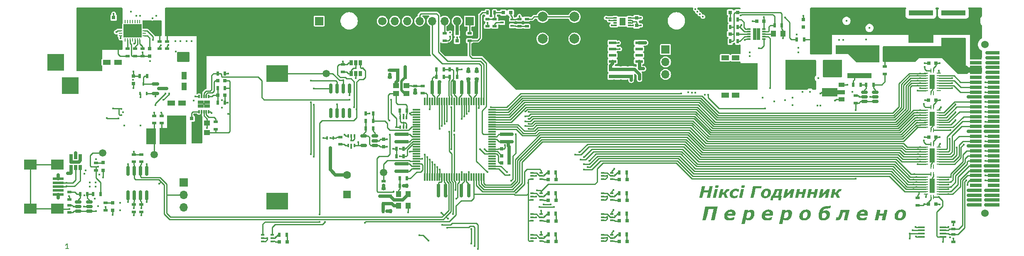
<source format=gbr>
%TF.GenerationSoftware,KiCad,Pcbnew,7.0.1*%
%TF.CreationDate,2023-08-11T20:35:27-05:00*%
%TF.ProjectId,Nixie_Clock_Core,4e697869-655f-4436-9c6f-636b5f436f72,B*%
%TF.SameCoordinates,Original*%
%TF.FileFunction,Copper,L1,Top*%
%TF.FilePolarity,Positive*%
%FSLAX46Y46*%
G04 Gerber Fmt 4.6, Leading zero omitted, Abs format (unit mm)*
G04 Created by KiCad (PCBNEW 7.0.1) date 2023-08-11 20:35:27*
%MOMM*%
%LPD*%
G01*
G04 APERTURE LIST*
G04 Aperture macros list*
%AMRoundRect*
0 Rectangle with rounded corners*
0 $1 Rounding radius*
0 $2 $3 $4 $5 $6 $7 $8 $9 X,Y pos of 4 corners*
0 Add a 4 corners polygon primitive as box body*
4,1,4,$2,$3,$4,$5,$6,$7,$8,$9,$2,$3,0*
0 Add four circle primitives for the rounded corners*
1,1,$1+$1,$2,$3*
1,1,$1+$1,$4,$5*
1,1,$1+$1,$6,$7*
1,1,$1+$1,$8,$9*
0 Add four rect primitives between the rounded corners*
20,1,$1+$1,$2,$3,$4,$5,0*
20,1,$1+$1,$4,$5,$6,$7,0*
20,1,$1+$1,$6,$7,$8,$9,0*
20,1,$1+$1,$8,$9,$2,$3,0*%
%AMFreePoly0*
4,1,9,3.862500,-0.866500,0.737500,-0.866500,0.737500,-0.450000,-0.737500,-0.450000,-0.737500,0.450000,0.737500,0.450000,0.737500,0.866500,3.862500,0.866500,3.862500,-0.866500,3.862500,-0.866500,$1*%
G04 Aperture macros list end*
%ADD10C,0.150000*%
%TA.AperFunction,NonConductor*%
%ADD11C,0.150000*%
%TD*%
%TA.AperFunction,SMDPad,CuDef*%
%ADD12R,1.600000X1.000000*%
%TD*%
%TA.AperFunction,SMDPad,CuDef*%
%ADD13R,0.800000X0.750000*%
%TD*%
%TA.AperFunction,SMDPad,CuDef*%
%ADD14R,0.500000X0.900000*%
%TD*%
%TA.AperFunction,SMDPad,CuDef*%
%ADD15R,0.800000X3.200000*%
%TD*%
%TA.AperFunction,SMDPad,CuDef*%
%ADD16R,0.900000X0.500000*%
%TD*%
%TA.AperFunction,SMDPad,CuDef*%
%ADD17R,1.550000X0.600000*%
%TD*%
%TA.AperFunction,SMDPad,CuDef*%
%ADD18R,2.300000X0.500000*%
%TD*%
%TA.AperFunction,SMDPad,CuDef*%
%ADD19R,2.500000X2.000000*%
%TD*%
%TA.AperFunction,SMDPad,CuDef*%
%ADD20C,1.500000*%
%TD*%
%TA.AperFunction,SMDPad,CuDef*%
%ADD21R,2.900000X5.400000*%
%TD*%
%TA.AperFunction,SMDPad,CuDef*%
%ADD22RoundRect,0.150000X0.150000X-0.825000X0.150000X0.825000X-0.150000X0.825000X-0.150000X-0.825000X0*%
%TD*%
%TA.AperFunction,SMDPad,CuDef*%
%ADD23R,0.650000X0.400000*%
%TD*%
%TA.AperFunction,SMDPad,CuDef*%
%ADD24R,1.300000X1.100000*%
%TD*%
%TA.AperFunction,SMDPad,CuDef*%
%ADD25R,0.800000X0.800000*%
%TD*%
%TA.AperFunction,SMDPad,CuDef*%
%ADD26R,0.400000X0.650000*%
%TD*%
%TA.AperFunction,SMDPad,CuDef*%
%ADD27RoundRect,0.150000X0.512500X0.150000X-0.512500X0.150000X-0.512500X-0.150000X0.512500X-0.150000X0*%
%TD*%
%TA.AperFunction,SMDPad,CuDef*%
%ADD28R,0.750000X0.800000*%
%TD*%
%TA.AperFunction,SMDPad,CuDef*%
%ADD29R,1.000000X1.250000*%
%TD*%
%TA.AperFunction,SMDPad,CuDef*%
%ADD30R,1.300000X0.900000*%
%TD*%
%TA.AperFunction,SMDPad,CuDef*%
%ADD31FreePoly0,180.000000*%
%TD*%
%TA.AperFunction,SMDPad,CuDef*%
%ADD32R,0.240000X0.900000*%
%TD*%
%TA.AperFunction,SMDPad,CuDef*%
%ADD33R,0.900000X0.240000*%
%TD*%
%TA.AperFunction,SMDPad,CuDef*%
%ADD34R,1.000000X2.900000*%
%TD*%
%TA.AperFunction,ComponentPad*%
%ADD35R,1.700000X1.700000*%
%TD*%
%TA.AperFunction,ComponentPad*%
%ADD36O,1.700000X1.700000*%
%TD*%
%TA.AperFunction,SMDPad,CuDef*%
%ADD37R,1.000000X1.600000*%
%TD*%
%TA.AperFunction,SMDPad,CuDef*%
%ADD38R,0.450000X0.700000*%
%TD*%
%TA.AperFunction,SMDPad,CuDef*%
%ADD39R,1.250000X1.000000*%
%TD*%
%TA.AperFunction,SMDPad,CuDef*%
%ADD40R,5.000000X1.000000*%
%TD*%
%TA.AperFunction,SMDPad,CuDef*%
%ADD41RoundRect,0.150000X-0.150000X0.825000X-0.150000X-0.825000X0.150000X-0.825000X0.150000X0.825000X0*%
%TD*%
%TA.AperFunction,SMDPad,CuDef*%
%ADD42R,1.903000X2.790000*%
%TD*%
%TA.AperFunction,ComponentPad*%
%ADD43C,1.700000*%
%TD*%
%TA.AperFunction,SMDPad,CuDef*%
%ADD44R,1.100000X1.100000*%
%TD*%
%TA.AperFunction,SMDPad,CuDef*%
%ADD45R,1.450000X0.450000*%
%TD*%
%TA.AperFunction,ComponentPad*%
%ADD46C,2.000000*%
%TD*%
%TA.AperFunction,ComponentPad*%
%ADD47R,3.500000X3.500000*%
%TD*%
%TA.AperFunction,SMDPad,CuDef*%
%ADD48R,0.650000X0.300000*%
%TD*%
%TA.AperFunction,SMDPad,CuDef*%
%ADD49R,0.775000X1.240000*%
%TD*%
%TA.AperFunction,SMDPad,CuDef*%
%ADD50R,1.100000X1.300000*%
%TD*%
%TA.AperFunction,ComponentPad*%
%ADD51R,1.600000X1.600000*%
%TD*%
%TA.AperFunction,ComponentPad*%
%ADD52C,1.600000*%
%TD*%
%TA.AperFunction,SMDPad,CuDef*%
%ADD53R,0.650000X1.060000*%
%TD*%
%TA.AperFunction,SMDPad,CuDef*%
%ADD54R,1.500000X0.300000*%
%TD*%
%TA.AperFunction,SMDPad,CuDef*%
%ADD55R,0.300000X1.500000*%
%TD*%
%TA.AperFunction,SMDPad,CuDef*%
%ADD56R,0.300000X0.650000*%
%TD*%
%TA.AperFunction,SMDPad,CuDef*%
%ADD57R,1.240000X0.775000*%
%TD*%
%TA.AperFunction,SMDPad,CuDef*%
%ADD58R,4.500000X3.500000*%
%TD*%
%TA.AperFunction,SMDPad,CuDef*%
%ADD59RoundRect,0.250000X-1.025000X0.787500X-1.025000X-0.787500X1.025000X-0.787500X1.025000X0.787500X0*%
%TD*%
%TA.AperFunction,SMDPad,CuDef*%
%ADD60R,0.700000X0.450000*%
%TD*%
%TA.AperFunction,SMDPad,CuDef*%
%ADD61R,0.750000X0.300000*%
%TD*%
%TA.AperFunction,SMDPad,CuDef*%
%ADD62R,1.300000X1.500000*%
%TD*%
%TA.AperFunction,SMDPad,CuDef*%
%ADD63R,2.438400X0.660400*%
%TD*%
%TA.AperFunction,ComponentPad*%
%ADD64C,1.524000*%
%TD*%
%TA.AperFunction,SMDPad,CuDef*%
%ADD65RoundRect,0.112500X0.112500X-0.187500X0.112500X0.187500X-0.112500X0.187500X-0.112500X-0.187500X0*%
%TD*%
%TA.AperFunction,SMDPad,CuDef*%
%ADD66RoundRect,0.150000X-0.587500X-0.150000X0.587500X-0.150000X0.587500X0.150000X-0.587500X0.150000X0*%
%TD*%
%TA.AperFunction,SMDPad,CuDef*%
%ADD67R,0.250000X0.700000*%
%TD*%
%TA.AperFunction,SMDPad,CuDef*%
%ADD68R,0.700000X0.250000*%
%TD*%
%TA.AperFunction,SMDPad,CuDef*%
%ADD69R,1.825000X1.325000*%
%TD*%
%TA.AperFunction,ViaPad*%
%ADD70C,0.400000*%
%TD*%
%TA.AperFunction,Conductor*%
%ADD71C,0.254000*%
%TD*%
%TA.AperFunction,Conductor*%
%ADD72C,0.635000*%
%TD*%
%TA.AperFunction,Conductor*%
%ADD73C,0.508000*%
%TD*%
%TA.AperFunction,Conductor*%
%ADD74C,0.250000*%
%TD*%
G04 APERTURE END LIST*
D10*
D11*
X44520704Y-118165419D02*
X43949276Y-118165419D01*
X44234990Y-118165419D02*
X44234990Y-117165419D01*
X44234990Y-117165419D02*
X44139752Y-117308276D01*
X44139752Y-117308276D02*
X44044514Y-117403514D01*
X44044514Y-117403514D02*
X43949276Y-117451133D01*
%TA.AperFunction,EtchedComponent*%
%TO.C,G\u002A\u002A\u002A*%
G36*
X176741085Y-105313826D02*
G01*
X176809546Y-105314053D01*
X176862702Y-105314554D01*
X176902427Y-105315431D01*
X176930594Y-105316784D01*
X176949079Y-105318714D01*
X176959756Y-105321323D01*
X176964499Y-105324712D01*
X176965183Y-105328981D01*
X176964878Y-105330446D01*
X176961597Y-105344312D01*
X176954793Y-105373841D01*
X176945132Y-105416108D01*
X176933284Y-105468186D01*
X176919915Y-105527152D01*
X176913765Y-105554340D01*
X176866923Y-105761560D01*
X176554884Y-105761560D01*
X176479937Y-105761350D01*
X176411448Y-105760755D01*
X176351645Y-105759826D01*
X176302761Y-105758614D01*
X176267023Y-105757169D01*
X176246662Y-105755543D01*
X176242730Y-105754415D01*
X176244737Y-105743471D01*
X176250430Y-105716645D01*
X176259215Y-105676625D01*
X176270500Y-105626097D01*
X176283690Y-105567748D01*
X176292176Y-105530521D01*
X176341737Y-105313773D01*
X176655443Y-105313773D01*
X176741085Y-105313826D01*
G37*
%TD.AperFunction*%
%TA.AperFunction,EtchedComponent*%
G36*
X182085946Y-105313826D02*
G01*
X182154408Y-105314053D01*
X182207563Y-105314554D01*
X182247288Y-105315431D01*
X182275456Y-105316784D01*
X182293941Y-105318714D01*
X182304617Y-105321323D01*
X182309361Y-105324712D01*
X182310044Y-105328981D01*
X182309739Y-105330446D01*
X182306458Y-105344312D01*
X182299654Y-105373841D01*
X182289993Y-105416108D01*
X182278145Y-105468186D01*
X182264776Y-105527152D01*
X182258626Y-105554340D01*
X182211784Y-105761560D01*
X181899745Y-105761560D01*
X181824798Y-105761350D01*
X181756309Y-105760755D01*
X181696507Y-105759826D01*
X181647622Y-105758614D01*
X181611884Y-105757169D01*
X181591524Y-105755543D01*
X181587592Y-105754415D01*
X181589598Y-105743471D01*
X181595291Y-105716645D01*
X181604076Y-105676625D01*
X181615361Y-105626097D01*
X181628551Y-105567748D01*
X181637037Y-105530521D01*
X181686598Y-105313773D01*
X182000304Y-105313773D01*
X182085946Y-105313826D01*
G37*
%TD.AperFunction*%
%TA.AperFunction,EtchedComponent*%
G36*
X185706608Y-105592449D02*
G01*
X185692383Y-105651532D01*
X185678868Y-105708056D01*
X185667043Y-105757891D01*
X185657888Y-105796906D01*
X185652884Y-105818724D01*
X185641173Y-105871125D01*
X185079441Y-105875889D01*
X184517709Y-105880652D01*
X184293252Y-106857209D01*
X184068795Y-107833766D01*
X183751262Y-107836277D01*
X183665078Y-107836910D01*
X183596082Y-107837241D01*
X183542408Y-107837187D01*
X183502189Y-107836661D01*
X183473560Y-107835578D01*
X183454654Y-107833855D01*
X183443606Y-107831404D01*
X183438550Y-107828142D01*
X183437620Y-107823983D01*
X183438001Y-107821986D01*
X183440637Y-107810781D01*
X183447301Y-107782127D01*
X183457734Y-107737140D01*
X183471679Y-107676937D01*
X183488877Y-107602635D01*
X183509070Y-107515352D01*
X183531999Y-107416203D01*
X183557406Y-107306307D01*
X183585033Y-107186780D01*
X183614622Y-107058738D01*
X183645914Y-106923300D01*
X183678651Y-106781581D01*
X183712574Y-106634699D01*
X183717822Y-106611975D01*
X183993370Y-105418767D01*
X184870996Y-105418671D01*
X185748621Y-105418574D01*
X185706608Y-105592449D01*
G37*
%TD.AperFunction*%
%TA.AperFunction,EtchedComponent*%
G36*
X176563948Y-106019053D02*
G01*
X176630169Y-106019770D01*
X176687569Y-106020887D01*
X176733854Y-106022342D01*
X176766732Y-106024070D01*
X176783908Y-106026008D01*
X176785906Y-106026958D01*
X176783810Y-106036768D01*
X176777760Y-106063590D01*
X176768114Y-106105878D01*
X176755232Y-106162081D01*
X176739470Y-106230654D01*
X176721188Y-106310047D01*
X176700744Y-106398713D01*
X176678496Y-106495104D01*
X176654803Y-106597671D01*
X176630022Y-106704868D01*
X176604512Y-106815145D01*
X176578632Y-106926956D01*
X176552739Y-107038751D01*
X176527192Y-107148984D01*
X176502350Y-107256106D01*
X176478570Y-107358569D01*
X176456211Y-107454825D01*
X176435631Y-107543327D01*
X176417189Y-107622526D01*
X176401243Y-107690875D01*
X176388150Y-107746825D01*
X176378271Y-107788828D01*
X176371961Y-107815337D01*
X176371537Y-107817093D01*
X176366338Y-107838529D01*
X176071171Y-107838529D01*
X175993864Y-107838261D01*
X175925237Y-107837493D01*
X175867251Y-107836284D01*
X175821870Y-107834690D01*
X175791057Y-107832768D01*
X175776774Y-107830578D01*
X175776003Y-107829910D01*
X175778103Y-107819807D01*
X175784163Y-107792698D01*
X175793823Y-107750134D01*
X175806723Y-107693668D01*
X175822506Y-107624851D01*
X175840810Y-107545236D01*
X175861277Y-107456374D01*
X175883546Y-107359819D01*
X175907260Y-107257121D01*
X175932057Y-107149834D01*
X175957579Y-107039509D01*
X175983466Y-106927698D01*
X176009359Y-106815953D01*
X176034899Y-106705827D01*
X176059725Y-106598871D01*
X176083478Y-106496638D01*
X176105800Y-106400680D01*
X176126329Y-106312549D01*
X176144708Y-106233796D01*
X176160576Y-106165974D01*
X176173574Y-106110636D01*
X176183343Y-106069333D01*
X176189523Y-106043617D01*
X176191592Y-106035472D01*
X176194147Y-106030780D01*
X176200073Y-106027057D01*
X176211366Y-106024191D01*
X176230016Y-106022072D01*
X176258017Y-106020589D01*
X176297361Y-106019632D01*
X176350042Y-106019088D01*
X176418052Y-106018848D01*
X176491199Y-106018799D01*
X176563948Y-106019053D01*
G37*
%TD.AperFunction*%
%TA.AperFunction,EtchedComponent*%
G36*
X181908809Y-106019053D02*
G01*
X181975030Y-106019770D01*
X182032430Y-106020887D01*
X182078715Y-106022342D01*
X182111593Y-106024070D01*
X182128770Y-106026008D01*
X182130767Y-106026958D01*
X182128671Y-106036768D01*
X182122621Y-106063590D01*
X182112975Y-106105878D01*
X182100093Y-106162081D01*
X182084331Y-106230654D01*
X182066049Y-106310047D01*
X182045605Y-106398713D01*
X182023357Y-106495104D01*
X181999664Y-106597671D01*
X181974883Y-106704868D01*
X181949373Y-106815145D01*
X181923493Y-106926956D01*
X181897600Y-107038751D01*
X181872053Y-107148984D01*
X181847211Y-107256106D01*
X181823431Y-107358569D01*
X181801072Y-107454825D01*
X181780492Y-107543327D01*
X181762050Y-107622526D01*
X181746104Y-107690875D01*
X181733012Y-107746825D01*
X181723132Y-107788828D01*
X181716823Y-107815337D01*
X181716398Y-107817093D01*
X181711199Y-107838529D01*
X181416032Y-107838529D01*
X181338726Y-107838261D01*
X181270098Y-107837493D01*
X181212113Y-107836284D01*
X181166732Y-107834690D01*
X181135918Y-107832768D01*
X181121635Y-107830578D01*
X181120865Y-107829910D01*
X181122964Y-107819807D01*
X181129024Y-107792698D01*
X181138684Y-107750134D01*
X181151585Y-107693668D01*
X181167367Y-107624851D01*
X181185671Y-107545236D01*
X181206138Y-107456374D01*
X181228407Y-107359819D01*
X181252121Y-107257121D01*
X181276918Y-107149834D01*
X181302440Y-107039509D01*
X181328328Y-106927698D01*
X181354221Y-106815953D01*
X181379760Y-106705827D01*
X181404586Y-106598871D01*
X181428339Y-106496638D01*
X181450661Y-106400680D01*
X181471191Y-106312549D01*
X181489569Y-106233796D01*
X181505437Y-106165974D01*
X181518436Y-106110636D01*
X181528204Y-106069333D01*
X181534384Y-106043617D01*
X181536454Y-106035472D01*
X181539008Y-106030780D01*
X181544935Y-106027057D01*
X181556227Y-106024191D01*
X181574877Y-106022072D01*
X181602878Y-106020589D01*
X181642222Y-106019632D01*
X181694903Y-106019088D01*
X181762913Y-106018848D01*
X181836060Y-106018799D01*
X181908809Y-106019053D01*
G37*
%TD.AperFunction*%
%TA.AperFunction,EtchedComponent*%
G36*
X176763563Y-109632059D02*
G01*
X176760823Y-109643718D01*
X176754042Y-109672881D01*
X176743466Y-109718483D01*
X176729341Y-109779463D01*
X176711912Y-109854756D01*
X176691427Y-109943300D01*
X176668129Y-110044031D01*
X176642266Y-110155887D01*
X176614083Y-110277804D01*
X176583826Y-110408719D01*
X176551741Y-110547569D01*
X176518074Y-110693291D01*
X176483070Y-110844821D01*
X176452356Y-110977802D01*
X176416316Y-111133825D01*
X176381344Y-111285182D01*
X176347690Y-111430789D01*
X176315605Y-111569564D01*
X176285340Y-111700422D01*
X176257146Y-111822281D01*
X176231273Y-111934056D01*
X176207973Y-112034665D01*
X176187495Y-112123024D01*
X176170092Y-112198050D01*
X176156014Y-112258659D01*
X176145511Y-112303768D01*
X176138834Y-112332293D01*
X176136379Y-112342599D01*
X176126254Y-112383091D01*
X175764703Y-112383091D01*
X175672121Y-112383047D01*
X175596847Y-112382862D01*
X175537131Y-112382453D01*
X175491227Y-112381739D01*
X175457387Y-112380639D01*
X175433862Y-112379070D01*
X175418905Y-112376951D01*
X175410769Y-112374201D01*
X175407705Y-112370737D01*
X175407966Y-112366477D01*
X175407984Y-112366418D01*
X175410924Y-112354386D01*
X175417755Y-112325347D01*
X175428157Y-112280693D01*
X175441812Y-112221816D01*
X175458398Y-112150107D01*
X175477598Y-112066957D01*
X175499091Y-111973759D01*
X175522558Y-111871903D01*
X175547679Y-111762782D01*
X175574135Y-111647787D01*
X175601606Y-111528309D01*
X175629773Y-111405740D01*
X175658316Y-111281472D01*
X175686916Y-111156896D01*
X175715253Y-111033404D01*
X175743008Y-110912387D01*
X175769861Y-110795238D01*
X175795493Y-110683347D01*
X175819585Y-110578106D01*
X175841816Y-110480907D01*
X175861867Y-110393141D01*
X175879418Y-110316200D01*
X175894151Y-110251475D01*
X175905746Y-110200358D01*
X175913883Y-110164241D01*
X175918242Y-110144516D01*
X175918914Y-110141144D01*
X175909674Y-110139923D01*
X175883103Y-110138778D01*
X175840924Y-110137728D01*
X175784861Y-110136795D01*
X175716638Y-110136002D01*
X175637978Y-110135369D01*
X175550605Y-110134918D01*
X175456242Y-110134670D01*
X175397122Y-110134628D01*
X174875329Y-110134628D01*
X174617320Y-111256478D01*
X174359310Y-112378327D01*
X173997068Y-112380821D01*
X173634825Y-112383315D01*
X173660726Y-112271256D01*
X173665993Y-112248453D01*
X173675269Y-112208272D01*
X173688279Y-112151902D01*
X173704751Y-112080531D01*
X173724409Y-111995348D01*
X173746979Y-111897542D01*
X173772187Y-111788303D01*
X173799758Y-111668818D01*
X173829418Y-111540276D01*
X173860893Y-111403867D01*
X173893908Y-111260778D01*
X173928189Y-111112200D01*
X173963462Y-110959321D01*
X173980630Y-110884910D01*
X174274634Y-109610622D01*
X175521775Y-109610622D01*
X176768917Y-109610622D01*
X176763563Y-109632059D01*
G37*
%TD.AperFunction*%
%TA.AperFunction,EtchedComponent*%
G36*
X175499195Y-106516605D02*
G01*
X175465952Y-106660265D01*
X175433535Y-106800337D01*
X175402248Y-106935519D01*
X175372392Y-107064507D01*
X175344268Y-107185998D01*
X175318178Y-107298688D01*
X175294425Y-107401276D01*
X175273309Y-107492458D01*
X175255132Y-107570930D01*
X175240197Y-107635390D01*
X175228805Y-107684534D01*
X175221257Y-107717060D01*
X175219043Y-107726583D01*
X175192970Y-107838529D01*
X174876372Y-107838529D01*
X174559774Y-107838529D01*
X174676828Y-107331196D01*
X174699030Y-107234895D01*
X174720082Y-107143448D01*
X174739565Y-107058675D01*
X174757064Y-106982398D01*
X174772161Y-106916437D01*
X174784439Y-106862612D01*
X174793482Y-106822745D01*
X174798872Y-106798655D01*
X174800106Y-106792899D01*
X174806331Y-106761935D01*
X174348632Y-106761935D01*
X173890933Y-106761935D01*
X173880366Y-106811954D01*
X173876198Y-106830842D01*
X173868190Y-106866335D01*
X173856791Y-106916470D01*
X173842450Y-106979287D01*
X173825615Y-107052823D01*
X173806735Y-107135117D01*
X173786259Y-107224208D01*
X173764635Y-107318133D01*
X173757782Y-107347869D01*
X173645765Y-107833766D01*
X173328269Y-107836277D01*
X173242091Y-107836910D01*
X173173100Y-107837241D01*
X173119431Y-107837187D01*
X173079217Y-107836661D01*
X173050593Y-107835578D01*
X173031691Y-107833854D01*
X173020647Y-107831403D01*
X173015593Y-107828140D01*
X173014664Y-107823980D01*
X173015045Y-107821986D01*
X173017681Y-107810781D01*
X173024345Y-107782127D01*
X173034779Y-107737140D01*
X173048724Y-107676937D01*
X173065921Y-107602635D01*
X173086114Y-107515352D01*
X173109043Y-107416203D01*
X173134450Y-107306307D01*
X173162078Y-107186780D01*
X173191666Y-107058738D01*
X173222958Y-106923300D01*
X173255695Y-106781581D01*
X173289618Y-106634699D01*
X173294866Y-106611975D01*
X173570415Y-105418767D01*
X173887200Y-105418671D01*
X173962731Y-105418724D01*
X174031815Y-105418920D01*
X174092240Y-105419240D01*
X174141795Y-105419667D01*
X174178268Y-105420182D01*
X174199446Y-105420769D01*
X174203985Y-105421213D01*
X174201883Y-105430734D01*
X174195863Y-105456963D01*
X174186354Y-105498056D01*
X174173785Y-105552168D01*
X174158585Y-105617454D01*
X174141182Y-105692071D01*
X174122005Y-105774174D01*
X174103948Y-105851391D01*
X174083513Y-105938999D01*
X174064480Y-106021116D01*
X174047283Y-106095839D01*
X174032354Y-106161267D01*
X174020123Y-106215496D01*
X174011025Y-106256625D01*
X174005490Y-106282750D01*
X174003910Y-106291776D01*
X174006717Y-106294808D01*
X174016098Y-106297342D01*
X174033498Y-106299419D01*
X174060358Y-106301079D01*
X174098122Y-106302362D01*
X174148232Y-106303310D01*
X174212131Y-106303962D01*
X174291263Y-106304360D01*
X174387070Y-106304545D01*
X174458843Y-106304569D01*
X174913775Y-106304516D01*
X174983886Y-106002074D01*
X175002765Y-105920733D01*
X175021979Y-105838129D01*
X175040650Y-105758015D01*
X175057904Y-105684148D01*
X175072863Y-105620283D01*
X175084651Y-105570174D01*
X175087268Y-105559103D01*
X175120538Y-105418574D01*
X175436907Y-105418574D01*
X175753276Y-105418574D01*
X175499195Y-106516605D01*
G37*
%TD.AperFunction*%
%TA.AperFunction,EtchedComponent*%
G36*
X180631177Y-105977201D02*
G01*
X180699100Y-105984582D01*
X180757968Y-105994901D01*
X180821862Y-106008896D01*
X180887430Y-106025548D01*
X180951318Y-106043835D01*
X181010173Y-106062737D01*
X181060642Y-106081233D01*
X181099373Y-106098302D01*
X181123012Y-106112923D01*
X181124180Y-106113985D01*
X181124156Y-106124917D01*
X181119983Y-106151844D01*
X181112169Y-106192281D01*
X181101220Y-106243746D01*
X181087644Y-106303757D01*
X181071948Y-106369830D01*
X181071824Y-106370341D01*
X181011388Y-106619025D01*
X180969889Y-106619025D01*
X180948897Y-106617865D01*
X180931035Y-106612694D01*
X180911820Y-106600971D01*
X180886768Y-106580156D01*
X180862927Y-106558416D01*
X180786442Y-106496218D01*
X180707509Y-106450186D01*
X180622872Y-106419105D01*
X180529271Y-106401758D01*
X180430129Y-106396888D01*
X180375713Y-106397724D01*
X180334019Y-106400396D01*
X180298739Y-106405741D01*
X180263567Y-106414597D01*
X180238843Y-106422285D01*
X180146567Y-106462098D01*
X180063646Y-106517944D01*
X179991044Y-106588747D01*
X179929723Y-106673431D01*
X179880646Y-106770923D01*
X179851696Y-106854432D01*
X179839368Y-106912175D01*
X179831756Y-106979204D01*
X179828864Y-107050184D01*
X179830698Y-107119778D01*
X179837261Y-107182651D01*
X179848557Y-107233466D01*
X179851374Y-107241682D01*
X179884629Y-107310286D01*
X179929040Y-107365424D01*
X179985471Y-107407578D01*
X180054786Y-107437232D01*
X180137849Y-107454867D01*
X180235524Y-107460965D01*
X180244346Y-107460968D01*
X180343787Y-107455391D01*
X180436100Y-107438602D01*
X180525279Y-107409261D01*
X180615320Y-107366028D01*
X180710218Y-107307560D01*
X180718701Y-107301802D01*
X180757925Y-107275912D01*
X180786746Y-107259691D01*
X180809774Y-107251071D01*
X180831618Y-107247987D01*
X180839116Y-107247832D01*
X180880562Y-107247832D01*
X180817311Y-107497926D01*
X180754060Y-107748019D01*
X180652533Y-107788214D01*
X180526734Y-107832716D01*
X180409282Y-107863039D01*
X180330092Y-107876335D01*
X180287321Y-107880177D01*
X180231262Y-107882792D01*
X180166871Y-107884188D01*
X180099100Y-107884374D01*
X180032903Y-107883360D01*
X179973234Y-107881155D01*
X179925047Y-107877769D01*
X179906123Y-107875537D01*
X179774258Y-107848079D01*
X179650133Y-107804655D01*
X179597086Y-107780271D01*
X179548529Y-107755158D01*
X179510105Y-107731777D01*
X179475449Y-107705546D01*
X179438194Y-107671884D01*
X179414854Y-107649103D01*
X179375773Y-107609104D01*
X179346951Y-107575727D01*
X179324176Y-107543203D01*
X179303234Y-107505761D01*
X179288818Y-107476489D01*
X179257402Y-107404351D01*
X179235391Y-107336892D01*
X179221490Y-107268039D01*
X179214408Y-107191721D01*
X179212782Y-107119212D01*
X179218616Y-106990924D01*
X179236492Y-106874312D01*
X179266966Y-106765852D01*
X179269409Y-106758963D01*
X179328193Y-106622275D01*
X179401951Y-106497112D01*
X179490168Y-106383901D01*
X179592329Y-106283070D01*
X179707920Y-106195045D01*
X179836425Y-106120252D01*
X179977330Y-106059119D01*
X180130119Y-106012072D01*
X180186079Y-105999061D01*
X180262305Y-105986444D01*
X180351067Y-105977776D01*
X180446227Y-105973231D01*
X180541643Y-105972981D01*
X180631177Y-105977201D01*
G37*
%TD.AperFunction*%
%TA.AperFunction,EtchedComponent*%
G36*
X193405002Y-111563736D02*
G01*
X194111990Y-111563736D01*
X194112310Y-111627997D01*
X194114014Y-111677137D01*
X194117416Y-111715061D01*
X194122830Y-111745674D01*
X194128205Y-111765560D01*
X194158672Y-111834251D01*
X194203298Y-111890431D01*
X194261258Y-111933366D01*
X194331730Y-111962319D01*
X194354914Y-111968110D01*
X194404130Y-111977552D01*
X194443956Y-111981418D01*
X194483136Y-111979979D01*
X194530061Y-111973566D01*
X194616282Y-111950000D01*
X194697556Y-111909136D01*
X194772887Y-111852316D01*
X194841278Y-111780885D01*
X194901735Y-111696184D01*
X194953261Y-111599555D01*
X194994861Y-111492343D01*
X195025537Y-111375889D01*
X195040525Y-111285313D01*
X195045823Y-111226068D01*
X195048199Y-111159733D01*
X195047819Y-111091031D01*
X195044848Y-111024682D01*
X195039451Y-110965407D01*
X195031795Y-110917928D01*
X195027024Y-110899621D01*
X194996338Y-110831171D01*
X194951999Y-110775971D01*
X194894241Y-110734225D01*
X194823299Y-110706138D01*
X194797421Y-110699980D01*
X194704613Y-110689905D01*
X194615811Y-110697666D01*
X194531760Y-110722321D01*
X194453206Y-110762931D01*
X194380894Y-110818558D01*
X194315569Y-110888262D01*
X194257978Y-110971103D01*
X194208865Y-111066143D01*
X194168976Y-111172441D01*
X194139056Y-111289058D01*
X194119851Y-111415055D01*
X194112107Y-111549493D01*
X194111990Y-111563736D01*
X193405002Y-111563736D01*
X193404564Y-111539883D01*
X193417458Y-111395192D01*
X193445163Y-111250461D01*
X193486994Y-111108634D01*
X193542267Y-110972655D01*
X193610298Y-110845467D01*
X193673619Y-110751800D01*
X193774252Y-110633283D01*
X193887383Y-110529000D01*
X194012475Y-110439284D01*
X194148994Y-110364467D01*
X194296404Y-110304882D01*
X194454169Y-110260864D01*
X194467993Y-110257860D01*
X194529590Y-110247653D01*
X194604787Y-110239705D01*
X194688239Y-110234218D01*
X194774603Y-110231393D01*
X194858535Y-110231432D01*
X194934691Y-110234536D01*
X194979872Y-110238566D01*
X195119965Y-110262371D01*
X195246956Y-110299546D01*
X195360620Y-110349915D01*
X195460734Y-110413298D01*
X195547073Y-110489519D01*
X195619414Y-110578400D01*
X195677532Y-110679762D01*
X195721203Y-110793429D01*
X195733029Y-110836069D01*
X195741683Y-110884992D01*
X195747397Y-110948207D01*
X195750220Y-111021186D01*
X195750200Y-111099403D01*
X195747386Y-111178330D01*
X195741829Y-111253440D01*
X195733577Y-111320207D01*
X195727405Y-111354133D01*
X195686577Y-111512160D01*
X195633609Y-111656481D01*
X195567608Y-111788769D01*
X195487685Y-111910697D01*
X195392949Y-112023939D01*
X195344638Y-112073102D01*
X195226516Y-112175451D01*
X195100341Y-112260801D01*
X194965196Y-112329633D01*
X194820167Y-112382429D01*
X194697722Y-112413173D01*
X194642368Y-112421901D01*
X194572877Y-112428778D01*
X194494024Y-112433699D01*
X194410585Y-112436555D01*
X194327338Y-112437240D01*
X194249056Y-112435647D01*
X194180517Y-112431669D01*
X194130505Y-112425865D01*
X193995861Y-112396493D01*
X193873729Y-112353889D01*
X193764617Y-112298491D01*
X193669030Y-112230740D01*
X193587478Y-112151072D01*
X193520468Y-112059926D01*
X193468507Y-111957740D01*
X193432102Y-111844953D01*
X193425944Y-111817370D01*
X193407164Y-111681591D01*
X193405002Y-111563736D01*
G37*
%TD.AperFunction*%
%TA.AperFunction,EtchedComponent*%
G36*
X212802751Y-111563736D02*
G01*
X213509739Y-111563736D01*
X213510059Y-111627997D01*
X213511764Y-111677137D01*
X213515166Y-111715061D01*
X213520579Y-111745674D01*
X213525954Y-111765560D01*
X213556422Y-111834251D01*
X213601047Y-111890431D01*
X213659007Y-111933366D01*
X213729480Y-111962319D01*
X213752664Y-111968110D01*
X213801880Y-111977552D01*
X213841705Y-111981418D01*
X213880885Y-111979979D01*
X213927811Y-111973566D01*
X214014032Y-111950000D01*
X214095306Y-111909136D01*
X214170636Y-111852316D01*
X214239028Y-111780885D01*
X214299485Y-111696184D01*
X214351011Y-111599555D01*
X214392610Y-111492343D01*
X214423287Y-111375889D01*
X214438275Y-111285313D01*
X214443572Y-111226068D01*
X214445948Y-111159733D01*
X214445568Y-111091031D01*
X214442597Y-111024682D01*
X214437201Y-110965407D01*
X214429544Y-110917928D01*
X214424773Y-110899621D01*
X214394087Y-110831171D01*
X214349748Y-110775971D01*
X214291990Y-110734225D01*
X214221049Y-110706138D01*
X214195171Y-110699980D01*
X214102363Y-110689905D01*
X214013560Y-110697666D01*
X213929509Y-110722321D01*
X213850955Y-110762931D01*
X213778643Y-110818558D01*
X213713319Y-110888262D01*
X213655727Y-110971103D01*
X213606614Y-111066143D01*
X213566725Y-111172441D01*
X213536806Y-111289058D01*
X213517601Y-111415055D01*
X213509856Y-111549493D01*
X213509739Y-111563736D01*
X212802751Y-111563736D01*
X212802313Y-111539883D01*
X212815207Y-111395192D01*
X212842912Y-111250461D01*
X212884743Y-111108634D01*
X212940016Y-110972655D01*
X213008048Y-110845467D01*
X213071368Y-110751800D01*
X213172001Y-110633283D01*
X213285132Y-110529000D01*
X213410225Y-110439284D01*
X213546743Y-110364467D01*
X213694153Y-110304882D01*
X213851919Y-110260864D01*
X213865742Y-110257860D01*
X213927340Y-110247653D01*
X214002536Y-110239705D01*
X214085989Y-110234218D01*
X214172353Y-110231393D01*
X214256284Y-110231432D01*
X214332440Y-110234536D01*
X214377621Y-110238566D01*
X214517715Y-110262371D01*
X214644706Y-110299546D01*
X214758370Y-110349915D01*
X214858484Y-110413298D01*
X214944823Y-110489519D01*
X215017163Y-110578400D01*
X215075281Y-110679762D01*
X215118952Y-110793429D01*
X215130778Y-110836069D01*
X215139433Y-110884992D01*
X215145147Y-110948207D01*
X215147969Y-111021186D01*
X215147949Y-111099403D01*
X215145136Y-111178330D01*
X215139579Y-111253440D01*
X215131326Y-111320207D01*
X215125154Y-111354133D01*
X215084327Y-111512160D01*
X215031358Y-111656481D01*
X214965358Y-111788769D01*
X214885435Y-111910697D01*
X214790698Y-112023939D01*
X214742387Y-112073102D01*
X214624265Y-112175451D01*
X214498090Y-112260801D01*
X214362945Y-112329633D01*
X214217916Y-112382429D01*
X214095472Y-112413173D01*
X214040117Y-112421901D01*
X213970626Y-112428778D01*
X213891773Y-112433699D01*
X213808335Y-112436555D01*
X213725087Y-112437240D01*
X213646806Y-112435647D01*
X213578267Y-112431669D01*
X213528254Y-112425865D01*
X213393611Y-112396493D01*
X213271479Y-112353889D01*
X213162366Y-112298491D01*
X213066780Y-112230740D01*
X212985228Y-112151072D01*
X212918217Y-112059926D01*
X212866256Y-111957740D01*
X212829852Y-111844953D01*
X212823694Y-111817370D01*
X212804914Y-111681591D01*
X212802751Y-111563736D01*
G37*
%TD.AperFunction*%
%TA.AperFunction,EtchedComponent*%
G36*
X191110250Y-106040096D02*
G01*
X191102119Y-106073819D01*
X191090961Y-106120747D01*
X191077264Y-106178781D01*
X191061516Y-106245818D01*
X191044205Y-106319757D01*
X191025818Y-106398498D01*
X191006845Y-106479938D01*
X190987772Y-106561976D01*
X190969088Y-106642512D01*
X190951280Y-106719443D01*
X190934837Y-106790669D01*
X190920246Y-106854089D01*
X190907996Y-106907600D01*
X190898575Y-106949102D01*
X190892470Y-106976494D01*
X190890169Y-106987674D01*
X190890170Y-106987825D01*
X190896988Y-106981551D01*
X190916115Y-106962770D01*
X190946489Y-106932552D01*
X190987046Y-106891965D01*
X191036723Y-106842078D01*
X191094459Y-106783958D01*
X191159189Y-106718675D01*
X191229851Y-106647296D01*
X191305383Y-106570892D01*
X191371123Y-106504310D01*
X191850235Y-106018799D01*
X192126951Y-106018799D01*
X192403667Y-106018799D01*
X192398278Y-106045000D01*
X192394956Y-106059983D01*
X192387755Y-106091620D01*
X192377040Y-106138341D01*
X192363175Y-106198572D01*
X192346525Y-106270742D01*
X192327456Y-106353280D01*
X192306331Y-106444613D01*
X192283517Y-106543169D01*
X192259376Y-106647377D01*
X192234276Y-106755664D01*
X192208579Y-106866460D01*
X192182651Y-106978191D01*
X192156857Y-107089287D01*
X192131562Y-107198175D01*
X192107129Y-107303283D01*
X192083925Y-107403040D01*
X192062314Y-107495873D01*
X192042661Y-107580212D01*
X192025330Y-107654483D01*
X192010686Y-107717116D01*
X191999095Y-107766537D01*
X191990920Y-107801176D01*
X191986527Y-107819461D01*
X191985907Y-107821857D01*
X191983253Y-107826613D01*
X191977188Y-107830373D01*
X191965686Y-107833252D01*
X191946723Y-107835367D01*
X191918272Y-107836832D01*
X191878309Y-107837765D01*
X191824809Y-107838281D01*
X191755746Y-107838496D01*
X191694859Y-107838529D01*
X191408923Y-107838529D01*
X191415661Y-107807565D01*
X191419063Y-107792587D01*
X191426371Y-107760878D01*
X191437162Y-107714263D01*
X191451012Y-107654568D01*
X191467497Y-107583618D01*
X191486193Y-107503238D01*
X191506677Y-107415254D01*
X191528523Y-107321491D01*
X191540017Y-107272187D01*
X191562076Y-107177269D01*
X191582666Y-107088054D01*
X191601406Y-107006242D01*
X191617913Y-106933530D01*
X191631805Y-106871618D01*
X191642700Y-106822204D01*
X191650215Y-106786987D01*
X191653968Y-106767665D01*
X191654282Y-106764420D01*
X191647313Y-106770583D01*
X191628152Y-106789458D01*
X191597804Y-106820015D01*
X191557276Y-106861221D01*
X191507573Y-106912047D01*
X191449700Y-106971460D01*
X191384664Y-107038430D01*
X191313471Y-107111925D01*
X191237126Y-107190914D01*
X191156635Y-107274365D01*
X191132916Y-107298989D01*
X190614901Y-107836909D01*
X190369571Y-107837719D01*
X190291408Y-107837777D01*
X190230561Y-107837319D01*
X190185299Y-107836269D01*
X190153888Y-107834547D01*
X190134595Y-107832074D01*
X190125687Y-107828773D01*
X190124585Y-107826620D01*
X190126745Y-107815831D01*
X190132929Y-107787771D01*
X190142842Y-107743725D01*
X190156188Y-107684983D01*
X190172672Y-107612830D01*
X190191998Y-107528553D01*
X190213871Y-107433441D01*
X190237997Y-107328779D01*
X190264078Y-107215856D01*
X190291821Y-107095957D01*
X190320930Y-106970371D01*
X190332819Y-106919137D01*
X190540709Y-106023563D01*
X190828115Y-106021041D01*
X191115522Y-106018519D01*
X191110250Y-106040096D01*
G37*
%TD.AperFunction*%
%TA.AperFunction,EtchedComponent*%
G36*
X198322478Y-106040096D02*
G01*
X198314347Y-106073819D01*
X198303189Y-106120747D01*
X198289492Y-106178781D01*
X198273744Y-106245818D01*
X198256433Y-106319757D01*
X198238046Y-106398498D01*
X198219073Y-106479938D01*
X198200000Y-106561976D01*
X198181316Y-106642512D01*
X198163508Y-106719443D01*
X198147065Y-106790669D01*
X198132475Y-106854089D01*
X198120225Y-106907600D01*
X198110803Y-106949102D01*
X198104698Y-106976494D01*
X198102397Y-106987674D01*
X198102398Y-106987825D01*
X198109216Y-106981551D01*
X198128343Y-106962770D01*
X198158717Y-106932552D01*
X198199274Y-106891965D01*
X198248951Y-106842078D01*
X198306687Y-106783958D01*
X198371417Y-106718675D01*
X198442079Y-106647296D01*
X198517611Y-106570892D01*
X198583351Y-106504310D01*
X199062463Y-106018799D01*
X199339179Y-106018799D01*
X199615895Y-106018799D01*
X199610506Y-106045000D01*
X199607184Y-106059983D01*
X199599983Y-106091620D01*
X199589268Y-106138341D01*
X199575403Y-106198572D01*
X199558753Y-106270742D01*
X199539684Y-106353280D01*
X199518559Y-106444613D01*
X199495745Y-106543169D01*
X199471604Y-106647377D01*
X199446504Y-106755664D01*
X199420807Y-106866460D01*
X199394879Y-106978191D01*
X199369085Y-107089287D01*
X199343790Y-107198175D01*
X199319357Y-107303283D01*
X199296153Y-107403040D01*
X199274542Y-107495873D01*
X199254889Y-107580212D01*
X199237558Y-107654483D01*
X199222914Y-107717116D01*
X199211323Y-107766537D01*
X199203148Y-107801176D01*
X199198755Y-107819461D01*
X199198135Y-107821857D01*
X199195481Y-107826613D01*
X199189416Y-107830373D01*
X199177914Y-107833252D01*
X199158951Y-107835367D01*
X199130500Y-107836832D01*
X199090537Y-107837765D01*
X199037037Y-107838281D01*
X198967974Y-107838496D01*
X198907088Y-107838529D01*
X198621151Y-107838529D01*
X198627889Y-107807565D01*
X198631291Y-107792587D01*
X198638599Y-107760878D01*
X198649390Y-107714263D01*
X198663240Y-107654568D01*
X198679725Y-107583618D01*
X198698422Y-107503238D01*
X198718905Y-107415254D01*
X198740751Y-107321491D01*
X198752245Y-107272187D01*
X198774304Y-107177269D01*
X198794894Y-107088054D01*
X198813634Y-107006242D01*
X198830141Y-106933530D01*
X198844033Y-106871618D01*
X198854928Y-106822204D01*
X198862443Y-106786987D01*
X198866196Y-106767665D01*
X198866511Y-106764420D01*
X198859542Y-106770583D01*
X198840380Y-106789458D01*
X198810033Y-106820015D01*
X198769504Y-106861221D01*
X198719801Y-106912047D01*
X198661928Y-106971460D01*
X198596892Y-107038430D01*
X198525699Y-107111925D01*
X198449354Y-107190914D01*
X198368863Y-107274365D01*
X198345144Y-107298989D01*
X197827129Y-107836909D01*
X197581799Y-107837719D01*
X197503636Y-107837777D01*
X197442790Y-107837319D01*
X197397527Y-107836269D01*
X197366116Y-107834547D01*
X197346823Y-107832074D01*
X197337915Y-107828773D01*
X197336813Y-107826620D01*
X197338973Y-107815831D01*
X197345157Y-107787771D01*
X197355070Y-107743725D01*
X197368416Y-107684983D01*
X197384900Y-107612830D01*
X197404226Y-107528553D01*
X197426099Y-107433441D01*
X197450225Y-107328779D01*
X197476306Y-107215856D01*
X197504049Y-107095957D01*
X197533158Y-106970371D01*
X197545047Y-106919137D01*
X197752937Y-106023563D01*
X198040343Y-106021041D01*
X198327750Y-106018519D01*
X198322478Y-106040096D01*
G37*
%TD.AperFunction*%
%TA.AperFunction,EtchedComponent*%
G36*
X185589033Y-107099410D02*
G01*
X186201233Y-107099410D01*
X186202550Y-107184471D01*
X186211624Y-107259105D01*
X186226714Y-107314912D01*
X186253329Y-107365258D01*
X186291559Y-107410939D01*
X186335620Y-107445235D01*
X186341870Y-107448716D01*
X186369901Y-107459712D01*
X186409160Y-107470548D01*
X186451888Y-107479444D01*
X186490327Y-107484622D01*
X186500985Y-107485218D01*
X186528400Y-107483677D01*
X186563762Y-107478859D01*
X186581967Y-107475445D01*
X186664267Y-107448617D01*
X186740728Y-107404322D01*
X186810451Y-107343493D01*
X186872538Y-107267066D01*
X186926089Y-107175975D01*
X186969965Y-107071843D01*
X186992648Y-106998676D01*
X187008296Y-106925927D01*
X187017733Y-106848017D01*
X187021782Y-106759369D01*
X187022076Y-106719062D01*
X187021621Y-106663097D01*
X187020097Y-106621698D01*
X187016981Y-106590387D01*
X187011747Y-106564682D01*
X187003872Y-106540104D01*
X186999890Y-106529650D01*
X186966518Y-106465677D01*
X186922089Y-106416752D01*
X186865692Y-106382205D01*
X186796419Y-106361365D01*
X186765784Y-106356816D01*
X186680739Y-106356344D01*
X186599300Y-106373804D01*
X186522550Y-106408241D01*
X186451574Y-106458701D01*
X186387455Y-106524227D01*
X186331278Y-106603866D01*
X186284127Y-106696661D01*
X186247086Y-106801658D01*
X186242664Y-106817669D01*
X186221405Y-106912408D01*
X186207556Y-107007522D01*
X186201233Y-107099410D01*
X185589033Y-107099410D01*
X185595329Y-106987814D01*
X185620999Y-106839818D01*
X185662809Y-106699957D01*
X185719984Y-106569149D01*
X185791753Y-106448308D01*
X185877341Y-106338352D01*
X185975976Y-106240195D01*
X186086885Y-106154754D01*
X186209295Y-106082946D01*
X186342431Y-106025685D01*
X186485523Y-105983888D01*
X186580054Y-105965966D01*
X186641586Y-105959034D01*
X186714400Y-105954621D01*
X186792249Y-105952787D01*
X186868887Y-105953593D01*
X186938064Y-105957100D01*
X186984968Y-105962051D01*
X187108017Y-105985831D01*
X187216603Y-106020173D01*
X187312650Y-106065913D01*
X187398081Y-106123887D01*
X187439628Y-106159780D01*
X187507296Y-106234571D01*
X187560932Y-106319961D01*
X187601435Y-106417608D01*
X187623536Y-106498987D01*
X187631231Y-106550384D01*
X187635488Y-106615514D01*
X187636447Y-106689393D01*
X187634247Y-106767037D01*
X187629027Y-106843463D01*
X187620926Y-106913688D01*
X187610360Y-106971538D01*
X187566823Y-107120574D01*
X187508182Y-107258599D01*
X187434882Y-107385049D01*
X187347366Y-107499359D01*
X187246078Y-107600965D01*
X187131462Y-107689304D01*
X187003961Y-107763812D01*
X186976261Y-107777332D01*
X186866685Y-107822152D01*
X186752737Y-107854476D01*
X186631061Y-107874964D01*
X186498300Y-107884273D01*
X186427616Y-107884948D01*
X186372642Y-107883963D01*
X186319303Y-107882041D01*
X186273006Y-107879441D01*
X186239157Y-107876420D01*
X186233876Y-107875719D01*
X186140821Y-107858225D01*
X186055882Y-107833100D01*
X185969484Y-107797404D01*
X185952170Y-107789211D01*
X185902134Y-107763887D01*
X185863294Y-107740501D01*
X185828978Y-107714371D01*
X185792515Y-107680813D01*
X185779688Y-107668125D01*
X185738898Y-107624974D01*
X185707886Y-107585448D01*
X185681101Y-107541846D01*
X185661836Y-107504659D01*
X185632021Y-107438269D01*
X185610699Y-107375011D01*
X185596759Y-107309551D01*
X185589090Y-107236553D01*
X185586583Y-107150682D01*
X185586572Y-107143031D01*
X185589033Y-107099410D01*
G37*
%TD.AperFunction*%
%TA.AperFunction,EtchedComponent*%
G36*
X193539911Y-106040100D02*
G01*
X193530525Y-106080227D01*
X193518781Y-106130977D01*
X193505271Y-106189744D01*
X193490585Y-106253919D01*
X193475314Y-106320895D01*
X193460052Y-106388065D01*
X193445388Y-106452821D01*
X193431913Y-106512556D01*
X193420220Y-106564662D01*
X193410900Y-106606531D01*
X193404543Y-106635556D01*
X193401742Y-106649129D01*
X193401660Y-106649756D01*
X193410827Y-106651477D01*
X193436886Y-106653055D01*
X193477676Y-106654443D01*
X193531034Y-106655593D01*
X193594799Y-106656456D01*
X193666808Y-106656984D01*
X193733264Y-106657134D01*
X194064868Y-106657134D01*
X194105820Y-106478496D01*
X194121683Y-106409583D01*
X194139026Y-106334723D01*
X194156275Y-106260673D01*
X194171858Y-106194196D01*
X194180091Y-106159328D01*
X194213412Y-106018799D01*
X194507798Y-106018799D01*
X194594192Y-106018963D01*
X194663131Y-106019497D01*
X194716211Y-106020467D01*
X194755029Y-106021935D01*
X194781182Y-106023969D01*
X194796266Y-106026631D01*
X194801880Y-106029987D01*
X194802008Y-106030709D01*
X194799873Y-106041498D01*
X194793717Y-106069560D01*
X194783835Y-106113607D01*
X194770521Y-106172351D01*
X194754071Y-106244507D01*
X194734779Y-106328786D01*
X194712939Y-106423902D01*
X194688848Y-106528567D01*
X194662799Y-106641494D01*
X194635088Y-106761396D01*
X194606009Y-106886986D01*
X194594138Y-106938192D01*
X194386446Y-107833766D01*
X194089364Y-107836283D01*
X194016313Y-107836774D01*
X193949780Y-107836975D01*
X193892050Y-107836899D01*
X193845405Y-107836558D01*
X193812130Y-107835964D01*
X193794510Y-107835132D01*
X193792282Y-107834642D01*
X193794405Y-107824778D01*
X193800465Y-107798333D01*
X193810005Y-107757268D01*
X193822565Y-107703543D01*
X193837688Y-107639117D01*
X193854914Y-107565951D01*
X193873784Y-107486005D01*
X193882793Y-107447907D01*
X193902259Y-107365530D01*
X193920290Y-107289047D01*
X193936426Y-107220417D01*
X193950209Y-107161598D01*
X193961181Y-107114551D01*
X193968882Y-107081233D01*
X193972854Y-107063605D01*
X193973303Y-107061308D01*
X193964135Y-107060372D01*
X193938068Y-107059513D01*
X193897259Y-107058757D01*
X193843863Y-107058131D01*
X193780036Y-107057659D01*
X193707935Y-107057369D01*
X193639844Y-107057284D01*
X193562278Y-107057360D01*
X193491102Y-107057576D01*
X193428472Y-107057915D01*
X193376545Y-107058357D01*
X193337476Y-107058886D01*
X193313422Y-107059484D01*
X193306386Y-107060048D01*
X193304311Y-107069378D01*
X193298452Y-107094895D01*
X193289362Y-107134230D01*
X193277592Y-107185016D01*
X193263693Y-107244883D01*
X193248217Y-107311464D01*
X193231715Y-107382389D01*
X193214738Y-107455291D01*
X193197839Y-107527802D01*
X193181568Y-107597552D01*
X193166477Y-107662174D01*
X193153117Y-107719299D01*
X193142040Y-107766559D01*
X193133797Y-107801585D01*
X193130120Y-107817093D01*
X193125003Y-107838529D01*
X192829835Y-107838529D01*
X192743343Y-107838367D01*
X192674308Y-107837835D01*
X192621134Y-107836871D01*
X192582227Y-107835410D01*
X192555991Y-107833386D01*
X192540830Y-107830736D01*
X192535151Y-107827396D01*
X192535012Y-107826620D01*
X192537173Y-107815831D01*
X192543357Y-107787771D01*
X192553270Y-107743725D01*
X192566615Y-107684983D01*
X192583099Y-107612830D01*
X192602426Y-107528553D01*
X192624299Y-107433441D01*
X192648424Y-107328779D01*
X192674506Y-107215856D01*
X192702249Y-107095957D01*
X192731358Y-106970371D01*
X192743247Y-106919137D01*
X192951137Y-106023563D01*
X193248069Y-106021045D01*
X193545002Y-106018527D01*
X193539911Y-106040100D01*
G37*
%TD.AperFunction*%
%TA.AperFunction,EtchedComponent*%
G36*
X195940812Y-106040100D02*
G01*
X195931426Y-106080227D01*
X195919681Y-106130977D01*
X195906171Y-106189744D01*
X195891485Y-106253919D01*
X195876215Y-106320895D01*
X195860952Y-106388065D01*
X195846288Y-106452821D01*
X195832814Y-106512556D01*
X195821121Y-106564662D01*
X195811800Y-106606531D01*
X195805443Y-106635556D01*
X195802642Y-106649129D01*
X195802560Y-106649756D01*
X195811727Y-106651477D01*
X195837786Y-106653055D01*
X195878576Y-106654443D01*
X195931935Y-106655593D01*
X195995699Y-106656456D01*
X196067709Y-106656984D01*
X196134164Y-106657134D01*
X196465768Y-106657134D01*
X196506720Y-106478496D01*
X196522583Y-106409583D01*
X196539926Y-106334723D01*
X196557175Y-106260673D01*
X196572758Y-106194196D01*
X196580992Y-106159328D01*
X196614312Y-106018799D01*
X196908699Y-106018799D01*
X196995093Y-106018963D01*
X197064031Y-106019497D01*
X197117111Y-106020467D01*
X197155929Y-106021935D01*
X197182082Y-106023969D01*
X197197167Y-106026631D01*
X197202780Y-106029987D01*
X197202908Y-106030709D01*
X197200773Y-106041498D01*
X197194617Y-106069560D01*
X197184735Y-106113607D01*
X197171422Y-106172351D01*
X197154971Y-106244507D01*
X197135679Y-106328786D01*
X197113840Y-106423902D01*
X197089748Y-106528567D01*
X197063700Y-106641494D01*
X197035988Y-106761396D01*
X197006909Y-106886986D01*
X196995039Y-106938192D01*
X196787347Y-107833766D01*
X196490265Y-107836283D01*
X196417214Y-107836774D01*
X196350681Y-107836975D01*
X196292950Y-107836899D01*
X196246305Y-107836558D01*
X196213031Y-107835964D01*
X196195410Y-107835132D01*
X196193183Y-107834642D01*
X196195305Y-107824778D01*
X196201365Y-107798333D01*
X196210905Y-107757268D01*
X196223465Y-107703543D01*
X196238588Y-107639117D01*
X196255814Y-107565951D01*
X196274684Y-107486005D01*
X196283693Y-107447907D01*
X196303159Y-107365530D01*
X196321190Y-107289047D01*
X196337326Y-107220417D01*
X196351110Y-107161598D01*
X196362081Y-107114551D01*
X196369782Y-107081233D01*
X196373754Y-107063605D01*
X196374203Y-107061308D01*
X196365035Y-107060372D01*
X196338968Y-107059513D01*
X196298159Y-107058757D01*
X196244763Y-107058131D01*
X196180937Y-107057659D01*
X196108836Y-107057369D01*
X196040745Y-107057284D01*
X195963178Y-107057360D01*
X195892002Y-107057576D01*
X195829372Y-107057915D01*
X195777445Y-107058357D01*
X195738376Y-107058886D01*
X195714322Y-107059484D01*
X195707286Y-107060048D01*
X195705211Y-107069378D01*
X195699353Y-107094895D01*
X195690263Y-107134230D01*
X195678492Y-107185016D01*
X195664593Y-107244883D01*
X195649117Y-107311464D01*
X195632615Y-107382389D01*
X195615639Y-107455291D01*
X195598739Y-107527802D01*
X195582468Y-107597552D01*
X195567377Y-107662174D01*
X195554017Y-107719299D01*
X195542940Y-107766559D01*
X195534697Y-107801585D01*
X195531020Y-107817093D01*
X195525903Y-107838529D01*
X195230736Y-107838529D01*
X195144243Y-107838367D01*
X195075208Y-107837835D01*
X195022034Y-107836871D01*
X194983127Y-107835410D01*
X194956891Y-107833386D01*
X194941731Y-107830736D01*
X194936051Y-107827396D01*
X194935913Y-107826620D01*
X194938073Y-107815831D01*
X194944257Y-107787771D01*
X194954170Y-107743725D01*
X194967516Y-107684983D01*
X194983999Y-107612830D01*
X195003326Y-107528553D01*
X195025199Y-107433441D01*
X195049325Y-107328779D01*
X195075406Y-107215856D01*
X195103149Y-107095957D01*
X195132258Y-106970371D01*
X195144147Y-106919137D01*
X195352037Y-106023563D01*
X195648970Y-106021045D01*
X195945902Y-106018527D01*
X195940812Y-106040100D01*
G37*
%TD.AperFunction*%
%TA.AperFunction,EtchedComponent*%
G36*
X202860453Y-110296684D02*
G01*
X202998605Y-110296948D01*
X203125364Y-110297378D01*
X203239851Y-110297966D01*
X203341185Y-110298703D01*
X203428488Y-110299580D01*
X203500879Y-110300589D01*
X203557479Y-110301723D01*
X203597408Y-110302971D01*
X203619788Y-110304326D01*
X203624541Y-110305349D01*
X203622453Y-110315244D01*
X203616412Y-110342256D01*
X203606751Y-110384939D01*
X203593803Y-110441844D01*
X203577901Y-110511523D01*
X203559378Y-110592528D01*
X203538567Y-110683411D01*
X203515802Y-110782723D01*
X203491415Y-110889016D01*
X203465740Y-111000843D01*
X203439109Y-111116755D01*
X203411857Y-111235304D01*
X203384315Y-111355042D01*
X203356817Y-111474520D01*
X203329697Y-111592292D01*
X203303286Y-111706908D01*
X203277919Y-111816920D01*
X203253929Y-111920881D01*
X203231648Y-112017342D01*
X203211410Y-112104856D01*
X203193547Y-112181973D01*
X203178394Y-112247246D01*
X203166282Y-112299227D01*
X203157546Y-112336467D01*
X203152518Y-112357519D01*
X203152043Y-112359434D01*
X203146106Y-112383091D01*
X202808917Y-112383091D01*
X202730902Y-112382873D01*
X202659266Y-112382255D01*
X202596152Y-112381286D01*
X202543704Y-112380018D01*
X202504067Y-112378501D01*
X202479385Y-112376787D01*
X202471727Y-112375094D01*
X202473832Y-112364800D01*
X202479934Y-112337324D01*
X202489717Y-112294043D01*
X202502866Y-112236336D01*
X202519063Y-112165579D01*
X202537994Y-112083151D01*
X202559341Y-111990429D01*
X202582788Y-111888792D01*
X202608019Y-111779616D01*
X202634718Y-111664279D01*
X202651595Y-111591467D01*
X202679203Y-111472389D01*
X202705676Y-111358157D01*
X202730682Y-111250204D01*
X202753891Y-111149962D01*
X202774970Y-111058865D01*
X202793590Y-110978343D01*
X202809417Y-110909830D01*
X202822122Y-110854759D01*
X202831372Y-110814561D01*
X202836837Y-110790668D01*
X202838136Y-110784872D01*
X202844809Y-110753908D01*
X202574049Y-110753908D01*
X202303290Y-110753908D01*
X202248143Y-110970656D01*
X202212579Y-111108278D01*
X202180037Y-111229290D01*
X202149834Y-111335773D01*
X202121287Y-111429809D01*
X202093710Y-111513477D01*
X202066420Y-111588860D01*
X202038734Y-111658038D01*
X202009967Y-111723093D01*
X201981504Y-111781995D01*
X201952333Y-111838725D01*
X201926585Y-111884889D01*
X201900381Y-111926635D01*
X201869846Y-111970111D01*
X201831102Y-112021464D01*
X201827750Y-112025814D01*
X201736345Y-112132366D01*
X201640693Y-112220453D01*
X201540557Y-112290236D01*
X201435704Y-112341877D01*
X201325898Y-112375537D01*
X201316867Y-112377463D01*
X201278091Y-112383002D01*
X201224337Y-112387201D01*
X201159638Y-112389987D01*
X201088028Y-112391285D01*
X201013540Y-112391022D01*
X200940210Y-112389125D01*
X200872760Y-112385568D01*
X200821992Y-112382043D01*
X200828210Y-112346839D01*
X200832064Y-112327926D01*
X200839596Y-112293461D01*
X200850130Y-112246442D01*
X200862991Y-112189866D01*
X200877502Y-112126732D01*
X200888751Y-112078214D01*
X200943075Y-111844793D01*
X201038103Y-111844051D01*
X201103014Y-111841592D01*
X201153885Y-111834355D01*
X201195451Y-111820828D01*
X201232445Y-111799497D01*
X201267581Y-111770705D01*
X201326791Y-111706341D01*
X201383769Y-111623773D01*
X201438101Y-111523768D01*
X201489370Y-111407089D01*
X201537162Y-111274502D01*
X201537395Y-111273789D01*
X201550898Y-111230457D01*
X201568288Y-111171495D01*
X201588794Y-111099749D01*
X201611645Y-111018065D01*
X201636072Y-110929290D01*
X201661302Y-110836269D01*
X201686567Y-110741851D01*
X201711095Y-110648880D01*
X201734115Y-110560203D01*
X201754858Y-110478667D01*
X201772551Y-110407117D01*
X201776801Y-110389486D01*
X201799034Y-110296594D01*
X202711787Y-110296594D01*
X202860453Y-110296684D01*
G37*
%TD.AperFunction*%
%TA.AperFunction,EtchedComponent*%
G36*
X187838100Y-107438379D02*
G01*
X188390895Y-107438379D01*
X188714326Y-107438379D01*
X189037756Y-107438379D01*
X189042844Y-107416943D01*
X189058540Y-107350722D01*
X189076196Y-107276066D01*
X189095356Y-107194920D01*
X189115563Y-107109229D01*
X189136360Y-107020938D01*
X189157290Y-106931994D01*
X189177896Y-106844340D01*
X189197722Y-106759923D01*
X189216310Y-106680687D01*
X189233204Y-106608578D01*
X189247946Y-106545541D01*
X189260081Y-106493522D01*
X189269150Y-106454465D01*
X189274698Y-106430316D01*
X189276303Y-106422947D01*
X189267246Y-106421752D01*
X189241945Y-106420928D01*
X189203211Y-106420499D01*
X189153852Y-106420493D01*
X189096677Y-106420934D01*
X189079940Y-106421138D01*
X188883577Y-106423713D01*
X188848151Y-106523751D01*
X188795524Y-106663988D01*
X188736916Y-106805236D01*
X188674012Y-106944033D01*
X188608496Y-107076917D01*
X188542054Y-107200429D01*
X188476369Y-107311107D01*
X188431921Y-107378833D01*
X188390895Y-107438379D01*
X187838100Y-107438379D01*
X187898805Y-107345487D01*
X187984141Y-107205285D01*
X188067662Y-107049414D01*
X188147937Y-106881259D01*
X188223534Y-106704204D01*
X188293019Y-106521631D01*
X188354960Y-106336923D01*
X188407926Y-106153465D01*
X188415080Y-106125983D01*
X188442566Y-106018799D01*
X189201408Y-106018799D01*
X189960250Y-106018799D01*
X189952173Y-106054527D01*
X189945499Y-106083748D01*
X189935344Y-106127795D01*
X189922126Y-106184884D01*
X189906262Y-106253230D01*
X189888168Y-106331049D01*
X189868262Y-106416555D01*
X189846960Y-106507965D01*
X189824680Y-106603493D01*
X189801838Y-106701356D01*
X189778852Y-106799767D01*
X189756137Y-106896944D01*
X189734112Y-106991101D01*
X189713193Y-107080454D01*
X189693798Y-107163218D01*
X189676342Y-107237608D01*
X189661243Y-107301840D01*
X189648918Y-107354129D01*
X189639784Y-107392691D01*
X189634258Y-107415742D01*
X189632754Y-107421706D01*
X189632028Y-107429247D01*
X189637649Y-107434107D01*
X189652790Y-107436865D01*
X189680626Y-107438096D01*
X189724331Y-107438379D01*
X189724468Y-107438379D01*
X189770285Y-107438967D01*
X189799436Y-107440932D01*
X189814277Y-107444578D01*
X189817166Y-107450207D01*
X189817137Y-107450289D01*
X189814206Y-107461794D01*
X189807525Y-107489958D01*
X189797537Y-107532850D01*
X189784687Y-107588541D01*
X189769419Y-107655102D01*
X189752176Y-107730603D01*
X189733404Y-107813115D01*
X189718462Y-107878994D01*
X189624053Y-108295791D01*
X189359668Y-108295817D01*
X189290917Y-108295638D01*
X189228821Y-108295119D01*
X189175802Y-108294309D01*
X189134282Y-108293258D01*
X189106681Y-108292015D01*
X189095421Y-108290628D01*
X189095283Y-108290453D01*
X189097291Y-108279933D01*
X189102893Y-108253708D01*
X189111458Y-108214653D01*
X189122354Y-108165644D01*
X189134949Y-108109556D01*
X189137666Y-108097523D01*
X189151240Y-108037430D01*
X189163953Y-107981086D01*
X189174990Y-107932114D01*
X189183533Y-107894141D01*
X189188765Y-107870792D01*
X189189054Y-107869493D01*
X189198059Y-107829002D01*
X188663156Y-107829030D01*
X188128254Y-107829057D01*
X188075913Y-108062450D01*
X188023573Y-108295844D01*
X187758371Y-108295844D01*
X187493169Y-108295844D01*
X187499743Y-108264880D01*
X187503094Y-108249637D01*
X187510078Y-108218262D01*
X187520144Y-108173211D01*
X187532740Y-108116943D01*
X187547314Y-108051913D01*
X187563314Y-107980580D01*
X187580189Y-107905400D01*
X187597386Y-107828831D01*
X187614354Y-107753329D01*
X187630540Y-107681351D01*
X187645393Y-107615356D01*
X187658362Y-107557799D01*
X187668893Y-107511138D01*
X187676436Y-107477830D01*
X187680438Y-107460332D01*
X187680559Y-107459816D01*
X187684440Y-107449137D01*
X187692650Y-107442748D01*
X187709328Y-107439557D01*
X187738617Y-107438473D01*
X187761847Y-107438379D01*
X187838100Y-107438379D01*
G37*
%TD.AperFunction*%
%TA.AperFunction,EtchedComponent*%
G36*
X178170324Y-111062680D02*
G01*
X178815238Y-111062680D01*
X178824455Y-111063817D01*
X178850864Y-111064878D01*
X178892601Y-111065838D01*
X178947805Y-111066674D01*
X179014612Y-111067363D01*
X179091160Y-111067882D01*
X179175585Y-111068206D01*
X179261914Y-111068312D01*
X179708590Y-111068312D01*
X179714335Y-111046875D01*
X179718991Y-111014529D01*
X179720179Y-110970672D01*
X179718182Y-110922475D01*
X179713286Y-110877108D01*
X179706263Y-110843350D01*
X179679466Y-110785250D01*
X179637336Y-110736523D01*
X179581574Y-110698005D01*
X179513880Y-110670529D01*
X179435956Y-110654931D01*
X179349501Y-110652043D01*
X179320189Y-110653951D01*
X179216241Y-110671844D01*
X179121742Y-110706256D01*
X179036901Y-110757044D01*
X178961926Y-110824064D01*
X178897023Y-110907173D01*
X178858405Y-110973469D01*
X178840079Y-111009487D01*
X178825616Y-111038934D01*
X178816912Y-111057890D01*
X178815238Y-111062680D01*
X178170324Y-111062680D01*
X178206486Y-110969415D01*
X178278263Y-110834439D01*
X178364467Y-110711485D01*
X178464566Y-110601022D01*
X178578025Y-110503515D01*
X178704312Y-110419431D01*
X178842892Y-110349237D01*
X178993232Y-110293399D01*
X179131721Y-110257174D01*
X179196209Y-110246490D01*
X179274554Y-110238537D01*
X179361735Y-110233435D01*
X179452734Y-110231304D01*
X179542531Y-110232264D01*
X179626107Y-110236436D01*
X179696521Y-110243668D01*
X179829763Y-110269014D01*
X179949582Y-110306003D01*
X180055432Y-110354345D01*
X180146766Y-110413749D01*
X180223038Y-110483924D01*
X180275741Y-110552011D01*
X180315382Y-110618493D01*
X180345201Y-110683211D01*
X180366127Y-110750110D01*
X180379087Y-110823135D01*
X180385010Y-110906232D01*
X180384825Y-111003345D01*
X180384499Y-111014187D01*
X180380467Y-111099154D01*
X180373685Y-111171555D01*
X180363110Y-111237806D01*
X180347694Y-111304318D01*
X180326392Y-111377507D01*
X180324063Y-111384915D01*
X180300681Y-111458935D01*
X179524614Y-111458935D01*
X178748547Y-111458935D01*
X178748547Y-111500058D01*
X178756855Y-111589644D01*
X178781008Y-111673555D01*
X178819848Y-111748803D01*
X178867850Y-111808102D01*
X178927706Y-111857599D01*
X178998826Y-111896859D01*
X179082967Y-111926580D01*
X179181882Y-111947462D01*
X179235979Y-111954646D01*
X179366259Y-111962011D01*
X179495472Y-111954552D01*
X179625672Y-111931821D01*
X179758913Y-111893371D01*
X179897248Y-111838752D01*
X180006161Y-111786610D01*
X180064926Y-111757702D01*
X180109685Y-111738450D01*
X180142382Y-111728087D01*
X180160981Y-111725681D01*
X180183999Y-111727380D01*
X180196246Y-111731566D01*
X180196849Y-111732847D01*
X180194801Y-111747482D01*
X180188881Y-111777185D01*
X180179788Y-111819044D01*
X180168221Y-111870148D01*
X180154880Y-111927585D01*
X180140462Y-111988445D01*
X180125669Y-112049816D01*
X180111197Y-112108788D01*
X180097748Y-112162449D01*
X180086019Y-112207887D01*
X180076710Y-112242193D01*
X180070520Y-112262454D01*
X180068678Y-112266579D01*
X180049960Y-112279053D01*
X180015492Y-112294532D01*
X179968180Y-112312143D01*
X179910928Y-112331012D01*
X179846643Y-112350266D01*
X179778230Y-112369032D01*
X179708595Y-112386435D01*
X179640643Y-112401603D01*
X179582192Y-112412819D01*
X179519973Y-112421358D01*
X179444143Y-112428194D01*
X179359156Y-112433235D01*
X179269467Y-112436388D01*
X179179529Y-112437561D01*
X179093796Y-112436661D01*
X179016724Y-112433596D01*
X178952765Y-112428273D01*
X178936783Y-112426219D01*
X178787796Y-112397708D01*
X178652051Y-112356702D01*
X178529905Y-112303477D01*
X178421719Y-112238308D01*
X178327851Y-112161471D01*
X178248661Y-112073242D01*
X178184508Y-111973895D01*
X178135751Y-111863706D01*
X178115023Y-111796294D01*
X178096560Y-111700011D01*
X178087726Y-111591994D01*
X178088289Y-111476812D01*
X178098016Y-111359035D01*
X178116675Y-111243234D01*
X178144031Y-111133977D01*
X178149670Y-111115949D01*
X178170324Y-111062680D01*
G37*
%TD.AperFunction*%
%TA.AperFunction,EtchedComponent*%
G36*
X185830339Y-111062680D02*
G01*
X186475253Y-111062680D01*
X186484470Y-111063817D01*
X186510879Y-111064878D01*
X186552616Y-111065838D01*
X186607820Y-111066674D01*
X186674627Y-111067363D01*
X186751175Y-111067882D01*
X186835600Y-111068206D01*
X186921929Y-111068312D01*
X187368605Y-111068312D01*
X187374350Y-111046875D01*
X187379006Y-111014529D01*
X187380194Y-110970672D01*
X187378197Y-110922475D01*
X187373301Y-110877108D01*
X187366278Y-110843350D01*
X187339481Y-110785250D01*
X187297351Y-110736523D01*
X187241589Y-110698005D01*
X187173895Y-110670529D01*
X187095971Y-110654931D01*
X187009516Y-110652043D01*
X186980204Y-110653951D01*
X186876256Y-110671844D01*
X186781757Y-110706256D01*
X186696917Y-110757044D01*
X186621941Y-110824064D01*
X186557038Y-110907173D01*
X186518420Y-110973469D01*
X186500094Y-111009487D01*
X186485631Y-111038934D01*
X186476927Y-111057890D01*
X186475253Y-111062680D01*
X185830339Y-111062680D01*
X185866501Y-110969415D01*
X185938278Y-110834439D01*
X186024482Y-110711485D01*
X186124581Y-110601022D01*
X186238040Y-110503515D01*
X186364327Y-110419431D01*
X186502907Y-110349237D01*
X186653247Y-110293399D01*
X186791736Y-110257174D01*
X186856224Y-110246490D01*
X186934569Y-110238537D01*
X187021750Y-110233435D01*
X187112749Y-110231304D01*
X187202546Y-110232264D01*
X187286122Y-110236436D01*
X187356536Y-110243668D01*
X187489778Y-110269014D01*
X187609597Y-110306003D01*
X187715447Y-110354345D01*
X187806781Y-110413749D01*
X187883053Y-110483924D01*
X187935756Y-110552011D01*
X187975397Y-110618493D01*
X188005216Y-110683211D01*
X188026142Y-110750110D01*
X188039102Y-110823135D01*
X188045025Y-110906232D01*
X188044840Y-111003345D01*
X188044514Y-111014187D01*
X188040482Y-111099154D01*
X188033700Y-111171555D01*
X188023125Y-111237806D01*
X188007709Y-111304318D01*
X187986407Y-111377507D01*
X187984078Y-111384915D01*
X187960696Y-111458935D01*
X187184629Y-111458935D01*
X186408562Y-111458935D01*
X186408562Y-111500058D01*
X186416870Y-111589644D01*
X186441023Y-111673555D01*
X186479863Y-111748803D01*
X186527865Y-111808102D01*
X186587721Y-111857599D01*
X186658841Y-111896859D01*
X186742982Y-111926580D01*
X186841897Y-111947462D01*
X186895994Y-111954646D01*
X187026274Y-111962011D01*
X187155487Y-111954552D01*
X187285687Y-111931821D01*
X187418928Y-111893371D01*
X187557263Y-111838752D01*
X187666176Y-111786610D01*
X187724941Y-111757702D01*
X187769700Y-111738450D01*
X187802397Y-111728087D01*
X187820996Y-111725681D01*
X187844014Y-111727380D01*
X187856261Y-111731566D01*
X187856864Y-111732847D01*
X187854816Y-111747482D01*
X187848896Y-111777185D01*
X187839803Y-111819044D01*
X187828236Y-111870148D01*
X187814895Y-111927585D01*
X187800477Y-111988445D01*
X187785684Y-112049816D01*
X187771212Y-112108788D01*
X187757763Y-112162449D01*
X187746034Y-112207887D01*
X187736725Y-112242193D01*
X187730535Y-112262454D01*
X187728693Y-112266579D01*
X187709975Y-112279053D01*
X187675507Y-112294532D01*
X187628195Y-112312143D01*
X187570943Y-112331012D01*
X187506658Y-112350266D01*
X187438245Y-112369032D01*
X187368610Y-112386435D01*
X187300658Y-112401603D01*
X187242207Y-112412819D01*
X187179988Y-112421358D01*
X187104158Y-112428194D01*
X187019171Y-112433235D01*
X186929482Y-112436388D01*
X186839544Y-112437561D01*
X186753811Y-112436661D01*
X186676739Y-112433596D01*
X186612780Y-112428273D01*
X186596798Y-112426219D01*
X186447811Y-112397708D01*
X186312066Y-112356702D01*
X186189920Y-112303477D01*
X186081734Y-112238308D01*
X185987866Y-112161471D01*
X185908676Y-112073242D01*
X185844523Y-111973895D01*
X185795766Y-111863706D01*
X185775038Y-111796294D01*
X185756575Y-111700011D01*
X185747741Y-111591994D01*
X185748304Y-111476812D01*
X185758031Y-111359035D01*
X185776690Y-111243234D01*
X185804046Y-111133977D01*
X185809685Y-111115949D01*
X185830339Y-111062680D01*
G37*
%TD.AperFunction*%
%TA.AperFunction,EtchedComponent*%
G36*
X205151870Y-111062680D02*
G01*
X205796784Y-111062680D01*
X205806000Y-111063817D01*
X205832409Y-111064878D01*
X205874147Y-111065838D01*
X205929351Y-111066674D01*
X205996158Y-111067363D01*
X206072705Y-111067882D01*
X206157130Y-111068206D01*
X206243459Y-111068312D01*
X206690135Y-111068312D01*
X206695880Y-111046875D01*
X206700536Y-111014529D01*
X206701724Y-110970672D01*
X206699727Y-110922475D01*
X206694831Y-110877108D01*
X206687808Y-110843350D01*
X206661012Y-110785250D01*
X206618882Y-110736523D01*
X206563119Y-110698005D01*
X206495425Y-110670529D01*
X206417501Y-110654931D01*
X206331047Y-110652043D01*
X206301735Y-110653951D01*
X206197786Y-110671844D01*
X206103288Y-110706256D01*
X206018447Y-110757044D01*
X205943471Y-110824064D01*
X205878569Y-110907173D01*
X205839950Y-110973469D01*
X205821625Y-111009487D01*
X205807161Y-111038934D01*
X205798457Y-111057890D01*
X205796784Y-111062680D01*
X205151870Y-111062680D01*
X205188031Y-110969415D01*
X205259808Y-110834439D01*
X205346012Y-110711485D01*
X205446111Y-110601022D01*
X205559571Y-110503515D01*
X205685857Y-110419431D01*
X205824437Y-110349237D01*
X205974778Y-110293399D01*
X206113266Y-110257174D01*
X206177755Y-110246490D01*
X206256100Y-110238537D01*
X206343281Y-110233435D01*
X206434280Y-110231304D01*
X206524077Y-110232264D01*
X206607653Y-110236436D01*
X206678066Y-110243668D01*
X206811308Y-110269014D01*
X206931127Y-110306003D01*
X207036977Y-110354345D01*
X207128311Y-110413749D01*
X207204584Y-110483924D01*
X207257286Y-110552011D01*
X207296928Y-110618493D01*
X207326747Y-110683211D01*
X207347672Y-110750110D01*
X207360632Y-110823135D01*
X207366555Y-110906232D01*
X207366370Y-111003345D01*
X207366044Y-111014187D01*
X207362012Y-111099154D01*
X207355231Y-111171555D01*
X207344655Y-111237806D01*
X207329239Y-111304318D01*
X207307937Y-111377507D01*
X207305609Y-111384915D01*
X207282226Y-111458935D01*
X206506159Y-111458935D01*
X205730092Y-111458935D01*
X205730092Y-111500058D01*
X205738400Y-111589644D01*
X205762553Y-111673555D01*
X205801394Y-111748803D01*
X205849396Y-111808102D01*
X205909251Y-111857599D01*
X205980372Y-111896859D01*
X206064512Y-111926580D01*
X206163427Y-111947462D01*
X206217524Y-111954646D01*
X206347805Y-111962011D01*
X206477018Y-111954552D01*
X206607218Y-111931821D01*
X206740458Y-111893371D01*
X206878793Y-111838752D01*
X206987706Y-111786610D01*
X207046472Y-111757702D01*
X207091230Y-111738450D01*
X207123927Y-111728087D01*
X207142526Y-111725681D01*
X207165544Y-111727380D01*
X207177791Y-111731566D01*
X207178395Y-111732847D01*
X207176347Y-111747482D01*
X207170427Y-111777185D01*
X207161333Y-111819044D01*
X207149767Y-111870148D01*
X207136425Y-111927585D01*
X207122008Y-111988445D01*
X207107214Y-112049816D01*
X207092743Y-112108788D01*
X207079293Y-112162449D01*
X207067564Y-112207887D01*
X207058255Y-112242193D01*
X207052065Y-112262454D01*
X207050223Y-112266579D01*
X207031505Y-112279053D01*
X206997038Y-112294532D01*
X206949725Y-112312143D01*
X206892473Y-112331012D01*
X206828188Y-112350266D01*
X206759775Y-112369032D01*
X206690140Y-112386435D01*
X206622188Y-112401603D01*
X206563738Y-112412819D01*
X206501519Y-112421358D01*
X206425689Y-112428194D01*
X206340702Y-112433235D01*
X206251012Y-112436388D01*
X206161074Y-112437561D01*
X206075342Y-112436661D01*
X205998269Y-112433596D01*
X205934310Y-112428273D01*
X205918328Y-112426219D01*
X205769342Y-112397708D01*
X205633596Y-112356702D01*
X205511450Y-112303477D01*
X205403264Y-112238308D01*
X205309396Y-112161471D01*
X205230206Y-112073242D01*
X205166053Y-111973895D01*
X205117296Y-111863706D01*
X205096569Y-111796294D01*
X205078105Y-111700011D01*
X205069272Y-111591994D01*
X205069835Y-111476812D01*
X205079562Y-111359035D01*
X205098220Y-111243234D01*
X205125577Y-111133977D01*
X205131216Y-111115949D01*
X205151870Y-111062680D01*
G37*
%TD.AperFunction*%
%TA.AperFunction,EtchedComponent*%
G36*
X179128819Y-106010071D02*
G01*
X179154373Y-106011362D01*
X179169117Y-106013670D01*
X179175111Y-106017079D01*
X179175219Y-106020125D01*
X179171762Y-106032757D01*
X179164712Y-106061207D01*
X179154728Y-106102719D01*
X179142468Y-106154536D01*
X179128592Y-106213903D01*
X179119419Y-106253498D01*
X179068528Y-106473906D01*
X178958556Y-106478084D01*
X178901560Y-106481659D01*
X178853671Y-106488828D01*
X178812308Y-106501371D01*
X178774888Y-106521069D01*
X178738828Y-106549702D01*
X178701546Y-106589050D01*
X178660458Y-106640893D01*
X178612983Y-106707012D01*
X178600634Y-106724794D01*
X178569561Y-106767680D01*
X178537333Y-106808711D01*
X178507863Y-106843096D01*
X178486024Y-106865203D01*
X178461796Y-106887116D01*
X178449576Y-106901721D01*
X178447007Y-106914228D01*
X178451730Y-106929847D01*
X178454122Y-106935690D01*
X178460681Y-106950257D01*
X178474611Y-106980239D01*
X178495073Y-107023857D01*
X178521224Y-107079330D01*
X178552225Y-107144879D01*
X178587235Y-107218726D01*
X178625413Y-107299090D01*
X178665919Y-107384191D01*
X178673580Y-107400270D01*
X178880176Y-107833766D01*
X178578641Y-107836285D01*
X178504444Y-107836782D01*
X178436233Y-107837005D01*
X178376380Y-107836965D01*
X178327254Y-107836671D01*
X178291228Y-107836135D01*
X178270670Y-107835367D01*
X178266900Y-107834887D01*
X178260915Y-107825619D01*
X178248067Y-107800781D01*
X178229226Y-107762217D01*
X178205265Y-107711771D01*
X178177055Y-107651286D01*
X178145469Y-107582606D01*
X178111378Y-107507576D01*
X178095666Y-107472709D01*
X177934639Y-107114448D01*
X177805678Y-107114499D01*
X177676716Y-107114549D01*
X177596356Y-107464630D01*
X177578150Y-107543799D01*
X177561177Y-107617327D01*
X177545931Y-107683096D01*
X177532907Y-107738988D01*
X177522597Y-107782885D01*
X177515495Y-107812669D01*
X177512096Y-107826221D01*
X177511972Y-107826620D01*
X177506478Y-107830140D01*
X177491569Y-107832949D01*
X177465659Y-107835108D01*
X177427158Y-107836683D01*
X177374480Y-107837735D01*
X177306035Y-107838329D01*
X177220237Y-107838529D01*
X177213619Y-107838529D01*
X177127259Y-107838366D01*
X177058355Y-107837833D01*
X177005308Y-107836865D01*
X176966522Y-107835399D01*
X176940400Y-107833368D01*
X176925343Y-107830709D01*
X176919756Y-107827356D01*
X176919634Y-107826620D01*
X176921794Y-107815831D01*
X176927978Y-107787771D01*
X176937891Y-107743725D01*
X176951237Y-107684983D01*
X176967720Y-107612830D01*
X176987047Y-107528553D01*
X177008920Y-107433441D01*
X177033045Y-107328779D01*
X177059127Y-107215856D01*
X177086870Y-107095957D01*
X177115979Y-106970371D01*
X177127868Y-106919137D01*
X177335758Y-106023563D01*
X177632475Y-106021046D01*
X177705479Y-106020574D01*
X177771964Y-106020428D01*
X177829644Y-106020591D01*
X177876233Y-106021045D01*
X177909447Y-106021772D01*
X177927000Y-106022755D01*
X177929192Y-106023318D01*
X177927106Y-106033676D01*
X177921231Y-106060110D01*
X177912144Y-106100148D01*
X177900419Y-106151317D01*
X177886632Y-106211145D01*
X177871358Y-106277161D01*
X177855173Y-106346891D01*
X177838652Y-106417864D01*
X177822371Y-106487606D01*
X177806904Y-106553647D01*
X177792829Y-106613514D01*
X177780719Y-106664734D01*
X177771150Y-106704835D01*
X177764698Y-106731344D01*
X177762003Y-106741623D01*
X177762901Y-106748318D01*
X177773951Y-106751100D01*
X177798464Y-106750333D01*
X177821876Y-106748236D01*
X177884103Y-106740420D01*
X177932453Y-106729580D01*
X177972087Y-106713445D01*
X178008168Y-106689741D01*
X178045859Y-106656195D01*
X178057721Y-106644409D01*
X178084471Y-106615414D01*
X178119429Y-106574597D01*
X178159637Y-106525572D01*
X178202135Y-106471957D01*
X178243967Y-106417370D01*
X178249926Y-106409422D01*
X178316337Y-106323006D01*
X178375755Y-106251483D01*
X178430305Y-106193016D01*
X178482114Y-106145768D01*
X178533309Y-106107902D01*
X178586015Y-106077580D01*
X178642359Y-106052966D01*
X178676344Y-106040973D01*
X178702779Y-106032660D01*
X178726961Y-106026303D01*
X178752163Y-106021571D01*
X178781659Y-106018131D01*
X178818721Y-106015649D01*
X178866623Y-106013792D01*
X178928637Y-106012228D01*
X178966719Y-106011437D01*
X179037051Y-106010194D01*
X179090398Y-106009710D01*
X179128819Y-106010071D01*
G37*
%TD.AperFunction*%
%TA.AperFunction,EtchedComponent*%
G36*
X201956426Y-106010071D02*
G01*
X201981980Y-106011362D01*
X201996724Y-106013670D01*
X202002718Y-106017079D01*
X202002826Y-106020125D01*
X201999369Y-106032757D01*
X201992319Y-106061207D01*
X201982335Y-106102719D01*
X201970075Y-106154536D01*
X201956199Y-106213903D01*
X201947026Y-106253498D01*
X201896135Y-106473906D01*
X201786163Y-106478084D01*
X201729166Y-106481659D01*
X201681278Y-106488828D01*
X201639915Y-106501371D01*
X201602495Y-106521069D01*
X201566435Y-106549702D01*
X201529152Y-106589050D01*
X201488065Y-106640893D01*
X201440590Y-106707012D01*
X201428241Y-106724794D01*
X201397167Y-106767680D01*
X201364940Y-106808711D01*
X201335470Y-106843096D01*
X201313631Y-106865203D01*
X201289403Y-106887116D01*
X201277183Y-106901721D01*
X201274614Y-106914228D01*
X201279337Y-106929847D01*
X201281729Y-106935690D01*
X201288288Y-106950257D01*
X201302218Y-106980239D01*
X201322679Y-107023857D01*
X201348831Y-107079330D01*
X201379832Y-107144879D01*
X201414842Y-107218726D01*
X201453020Y-107299090D01*
X201493526Y-107384191D01*
X201501187Y-107400270D01*
X201707783Y-107833766D01*
X201406248Y-107836285D01*
X201332050Y-107836782D01*
X201263840Y-107837005D01*
X201203987Y-107836965D01*
X201154861Y-107836671D01*
X201118835Y-107836135D01*
X201098277Y-107835367D01*
X201094507Y-107834887D01*
X201088522Y-107825619D01*
X201075673Y-107800781D01*
X201056833Y-107762217D01*
X201032872Y-107711771D01*
X201004662Y-107651286D01*
X200973076Y-107582606D01*
X200938985Y-107507576D01*
X200923273Y-107472709D01*
X200762246Y-107114448D01*
X200633285Y-107114499D01*
X200504323Y-107114549D01*
X200423963Y-107464630D01*
X200405757Y-107543799D01*
X200388784Y-107617327D01*
X200373538Y-107683096D01*
X200360514Y-107738988D01*
X200350203Y-107782885D01*
X200343102Y-107812669D01*
X200339702Y-107826221D01*
X200339579Y-107826620D01*
X200334085Y-107830140D01*
X200319176Y-107832949D01*
X200293266Y-107835108D01*
X200254765Y-107836683D01*
X200202087Y-107837735D01*
X200133642Y-107838329D01*
X200047844Y-107838529D01*
X200041226Y-107838529D01*
X199954866Y-107838366D01*
X199885962Y-107837833D01*
X199832915Y-107836865D01*
X199794129Y-107835399D01*
X199768007Y-107833368D01*
X199752950Y-107830709D01*
X199747363Y-107827356D01*
X199747241Y-107826620D01*
X199749401Y-107815831D01*
X199755585Y-107787771D01*
X199765498Y-107743725D01*
X199778844Y-107684983D01*
X199795327Y-107612830D01*
X199814654Y-107528553D01*
X199836527Y-107433441D01*
X199860652Y-107328779D01*
X199886734Y-107215856D01*
X199914477Y-107095957D01*
X199943586Y-106970371D01*
X199955475Y-106919137D01*
X200163365Y-106023563D01*
X200460082Y-106021046D01*
X200533086Y-106020574D01*
X200599571Y-106020428D01*
X200657251Y-106020591D01*
X200703840Y-106021045D01*
X200737054Y-106021772D01*
X200754607Y-106022755D01*
X200756799Y-106023318D01*
X200754713Y-106033676D01*
X200748838Y-106060110D01*
X200739751Y-106100148D01*
X200728026Y-106151317D01*
X200714239Y-106211145D01*
X200698965Y-106277161D01*
X200682780Y-106346891D01*
X200666259Y-106417864D01*
X200649978Y-106487606D01*
X200634511Y-106553647D01*
X200620435Y-106613514D01*
X200608326Y-106664734D01*
X200598757Y-106704835D01*
X200592305Y-106731344D01*
X200589610Y-106741623D01*
X200590508Y-106748318D01*
X200601558Y-106751100D01*
X200626071Y-106750333D01*
X200649483Y-106748236D01*
X200711710Y-106740420D01*
X200760059Y-106729580D01*
X200799693Y-106713445D01*
X200835775Y-106689741D01*
X200873465Y-106656195D01*
X200885328Y-106644409D01*
X200912078Y-106615414D01*
X200947036Y-106574597D01*
X200987244Y-106525572D01*
X201029742Y-106471957D01*
X201071574Y-106417370D01*
X201077533Y-106409422D01*
X201143944Y-106323006D01*
X201203361Y-106251483D01*
X201257912Y-106193016D01*
X201309721Y-106145768D01*
X201360916Y-106107902D01*
X201413622Y-106077580D01*
X201469966Y-106052966D01*
X201503951Y-106040973D01*
X201530386Y-106032660D01*
X201554568Y-106026303D01*
X201579770Y-106021571D01*
X201609266Y-106018131D01*
X201646328Y-106015649D01*
X201694230Y-106013792D01*
X201756244Y-106012228D01*
X201794326Y-106011437D01*
X201864658Y-106010194D01*
X201918005Y-106009710D01*
X201956426Y-106010071D01*
G37*
%TD.AperFunction*%
%TA.AperFunction,EtchedComponent*%
G36*
X209662966Y-110296690D02*
G01*
X209734603Y-110296965D01*
X209797717Y-110297394D01*
X209850164Y-110297956D01*
X209889801Y-110298629D01*
X209914483Y-110299389D01*
X209922140Y-110300139D01*
X209920090Y-110309902D01*
X209914248Y-110336199D01*
X209905074Y-110376991D01*
X209893032Y-110430238D01*
X209878581Y-110493899D01*
X209862185Y-110565937D01*
X209844303Y-110644310D01*
X209841157Y-110658078D01*
X209823042Y-110737580D01*
X209806338Y-110811320D01*
X209791510Y-110877217D01*
X209779021Y-110933191D01*
X209769335Y-110977164D01*
X209762916Y-111007054D01*
X209760228Y-111020783D01*
X209760174Y-111021337D01*
X209769472Y-111023531D01*
X209796445Y-111025470D01*
X209839718Y-111027120D01*
X209897914Y-111028451D01*
X209969655Y-111029429D01*
X210053564Y-111030023D01*
X210138938Y-111030202D01*
X210517702Y-111030202D01*
X210602668Y-110663398D01*
X210687634Y-110296594D01*
X211024204Y-110296594D01*
X211120959Y-110296787D01*
X211199720Y-110297390D01*
X211261549Y-110298437D01*
X211307502Y-110299960D01*
X211338639Y-110301995D01*
X211356019Y-110304574D01*
X211360775Y-110307347D01*
X211358688Y-110317530D01*
X211352649Y-110344830D01*
X211342991Y-110387797D01*
X211330048Y-110444982D01*
X211314151Y-110514935D01*
X211295634Y-110596207D01*
X211274830Y-110687348D01*
X211252072Y-110786907D01*
X211227693Y-110893437D01*
X211202025Y-111005486D01*
X211175402Y-111121605D01*
X211148157Y-111240344D01*
X211120621Y-111360255D01*
X211093130Y-111479886D01*
X211066014Y-111597790D01*
X211039608Y-111712515D01*
X211014245Y-111822612D01*
X210990256Y-111926632D01*
X210967976Y-112023124D01*
X210947736Y-112110640D01*
X210929871Y-112187729D01*
X210914712Y-112252943D01*
X210902593Y-112304830D01*
X210893848Y-112341942D01*
X210888807Y-112362829D01*
X210887875Y-112366418D01*
X210885512Y-112370830D01*
X210879959Y-112374392D01*
X210869358Y-112377192D01*
X210851850Y-112379321D01*
X210825577Y-112380870D01*
X210788679Y-112381930D01*
X210739299Y-112382591D01*
X210675576Y-112382943D01*
X210595654Y-112383077D01*
X210545541Y-112383091D01*
X210467487Y-112382896D01*
X210395815Y-112382344D01*
X210332668Y-112381480D01*
X210280188Y-112380348D01*
X210240516Y-112378994D01*
X210215794Y-112377464D01*
X210208094Y-112375945D01*
X210210242Y-112365502D01*
X210216346Y-112338361D01*
X210225976Y-112296365D01*
X210238706Y-112241361D01*
X210254107Y-112175193D01*
X210271750Y-112099707D01*
X210291207Y-112016747D01*
X210311489Y-111930540D01*
X210414752Y-111492280D01*
X210038032Y-111489788D01*
X209955094Y-111489418D01*
X209878147Y-111489418D01*
X209809268Y-111489764D01*
X209750531Y-111490429D01*
X209704013Y-111491387D01*
X209671791Y-111492613D01*
X209655939Y-111494081D01*
X209654698Y-111494551D01*
X209651249Y-111505060D01*
X209644011Y-111532250D01*
X209633444Y-111574227D01*
X209620008Y-111629098D01*
X209604162Y-111694969D01*
X209586368Y-111769946D01*
X209567085Y-111852136D01*
X209551080Y-111921013D01*
X209530906Y-112008169D01*
X209511925Y-112090136D01*
X209494595Y-112164935D01*
X209479373Y-112230589D01*
X209466720Y-112285120D01*
X209457092Y-112326553D01*
X209450949Y-112352907D01*
X209448890Y-112361654D01*
X209443705Y-112383091D01*
X209106516Y-112383091D01*
X209020720Y-112382850D01*
X208944812Y-112382158D01*
X208880428Y-112381055D01*
X208829202Y-112379586D01*
X208792769Y-112377791D01*
X208772765Y-112375714D01*
X208769327Y-112374336D01*
X208771414Y-112364441D01*
X208777455Y-112337428D01*
X208787116Y-112294745D01*
X208800065Y-112237840D01*
X208815967Y-112168161D01*
X208834490Y-112087156D01*
X208855300Y-111996274D01*
X208878066Y-111896962D01*
X208902452Y-111790668D01*
X208928127Y-111678842D01*
X208954758Y-111562930D01*
X208982011Y-111444381D01*
X209009552Y-111324643D01*
X209037050Y-111205164D01*
X209064171Y-111087393D01*
X209090581Y-110972777D01*
X209115948Y-110862764D01*
X209139938Y-110758803D01*
X209162219Y-110662342D01*
X209182457Y-110574829D01*
X209200320Y-110497712D01*
X209215473Y-110432439D01*
X209227585Y-110380458D01*
X209236321Y-110343218D01*
X209241349Y-110322166D01*
X209241824Y-110320251D01*
X209247762Y-110296594D01*
X209584951Y-110296594D01*
X209662966Y-110296690D01*
G37*
%TD.AperFunction*%
%TA.AperFunction,EtchedComponent*%
G36*
X181895126Y-111893557D02*
G01*
X182578919Y-111893557D01*
X182581894Y-111905812D01*
X182593950Y-111915422D01*
X182619001Y-111924871D01*
X182636212Y-111929916D01*
X182758009Y-111954803D01*
X182879032Y-111961108D01*
X182992985Y-111949645D01*
X183092784Y-111922532D01*
X183184504Y-111878611D01*
X183267466Y-111818629D01*
X183340995Y-111743337D01*
X183404412Y-111653484D01*
X183457042Y-111549817D01*
X183498207Y-111433087D01*
X183513431Y-111373796D01*
X183522828Y-111322324D01*
X183530337Y-111260937D01*
X183535757Y-111194286D01*
X183538884Y-111127024D01*
X183539516Y-111063802D01*
X183537451Y-111009273D01*
X183532485Y-110968089D01*
X183531327Y-110962704D01*
X183508727Y-110892459D01*
X183476821Y-110837553D01*
X183433909Y-110795854D01*
X183378287Y-110765229D01*
X183371631Y-110762566D01*
X183341627Y-110752396D01*
X183311196Y-110745993D01*
X183274602Y-110742597D01*
X183226106Y-110741446D01*
X183212125Y-110741420D01*
X183139427Y-110744679D01*
X183072216Y-110755290D01*
X183004990Y-110774697D01*
X182932245Y-110804346D01*
X182883505Y-110827730D01*
X182812124Y-110863473D01*
X182695704Y-111368424D01*
X182673730Y-111464067D01*
X182653097Y-111554522D01*
X182634199Y-111638014D01*
X182617431Y-111712767D01*
X182603189Y-111777006D01*
X182591866Y-111828957D01*
X182583858Y-111866843D01*
X182579559Y-111888891D01*
X182578919Y-111893557D01*
X181895126Y-111893557D01*
X181898364Y-111879578D01*
X181930809Y-111739541D01*
X181963282Y-111599412D01*
X181995497Y-111460423D01*
X182027169Y-111323806D01*
X182058011Y-111190791D01*
X182087740Y-111062611D01*
X182116069Y-110940496D01*
X182142714Y-110825678D01*
X182167389Y-110719388D01*
X182189808Y-110622858D01*
X182209686Y-110537318D01*
X182226739Y-110464001D01*
X182240680Y-110404138D01*
X182251225Y-110358959D01*
X182258088Y-110329697D01*
X182260869Y-110318031D01*
X182266216Y-110296594D01*
X182603405Y-110296594D01*
X182688055Y-110296832D01*
X182763350Y-110297517D01*
X182827573Y-110298604D01*
X182879007Y-110300050D01*
X182915937Y-110301810D01*
X182936646Y-110303839D01*
X182940595Y-110305283D01*
X182938517Y-110317686D01*
X182932908Y-110344298D01*
X182924703Y-110380804D01*
X182917776Y-110410524D01*
X182894958Y-110507077D01*
X182917438Y-110492347D01*
X183018118Y-110429355D01*
X183116053Y-110373833D01*
X183208412Y-110327218D01*
X183292368Y-110290945D01*
X183359799Y-110267927D01*
X183425209Y-110253936D01*
X183502422Y-110244781D01*
X183584747Y-110240718D01*
X183665493Y-110242001D01*
X183737967Y-110248885D01*
X183760304Y-110252696D01*
X183863740Y-110282115D01*
X183957000Y-110327339D01*
X184039096Y-110387479D01*
X184109042Y-110461647D01*
X184165850Y-110548955D01*
X184208533Y-110648515D01*
X184211960Y-110659027D01*
X184239118Y-110771952D01*
X184253163Y-110895680D01*
X184254410Y-111027497D01*
X184243175Y-111164691D01*
X184219776Y-111304546D01*
X184184527Y-111444349D01*
X184137746Y-111581386D01*
X184092171Y-111687324D01*
X184021717Y-111817899D01*
X183938727Y-111939932D01*
X183844969Y-112051741D01*
X183742212Y-112151644D01*
X183632224Y-112237959D01*
X183516774Y-112309005D01*
X183397630Y-112363099D01*
X183371916Y-112372280D01*
X183257382Y-112402260D01*
X183134063Y-112418431D01*
X183006011Y-112421066D01*
X182877279Y-112410440D01*
X182751918Y-112386825D01*
X182633980Y-112350494D01*
X182557344Y-112317315D01*
X182521175Y-112299999D01*
X182498434Y-112290961D01*
X182485843Y-112289317D01*
X182480123Y-112294180D01*
X182479393Y-112296272D01*
X182476404Y-112308566D01*
X182469632Y-112337443D01*
X182459536Y-112380912D01*
X182446576Y-112436978D01*
X182431213Y-112503650D01*
X182413906Y-112578935D01*
X182395116Y-112660839D01*
X182383446Y-112711785D01*
X182363972Y-112796739D01*
X182345683Y-112876306D01*
X182329043Y-112948485D01*
X182314515Y-113011274D01*
X182302563Y-113062673D01*
X182293651Y-113100680D01*
X182288242Y-113123294D01*
X182286881Y-113128608D01*
X182284460Y-113133021D01*
X182278854Y-113136583D01*
X182268203Y-113139383D01*
X182250647Y-113141512D01*
X182224327Y-113143061D01*
X182187382Y-113144121D01*
X182137953Y-113144782D01*
X182074180Y-113145134D01*
X181994203Y-113145268D01*
X181944341Y-113145281D01*
X181866279Y-113145164D01*
X181794595Y-113144830D01*
X181731430Y-113144306D01*
X181678928Y-113143622D01*
X181639232Y-113142802D01*
X181614484Y-113141876D01*
X181606761Y-113140958D01*
X181608867Y-113131491D01*
X181614995Y-113104693D01*
X181624859Y-113061797D01*
X181638174Y-113004033D01*
X181654655Y-112932633D01*
X181674016Y-112848828D01*
X181695973Y-112753850D01*
X181720239Y-112648930D01*
X181746529Y-112535298D01*
X181774559Y-112414188D01*
X181804043Y-112286829D01*
X181834695Y-112154454D01*
X181866230Y-112018293D01*
X181895126Y-111893557D01*
G37*
%TD.AperFunction*%
%TA.AperFunction,EtchedComponent*%
G36*
X189555141Y-111893557D02*
G01*
X190238934Y-111893557D01*
X190241909Y-111905812D01*
X190253965Y-111915422D01*
X190279016Y-111924871D01*
X190296227Y-111929916D01*
X190418024Y-111954803D01*
X190539047Y-111961108D01*
X190653000Y-111949645D01*
X190752799Y-111922532D01*
X190844519Y-111878611D01*
X190927481Y-111818629D01*
X191001010Y-111743337D01*
X191064427Y-111653484D01*
X191117057Y-111549817D01*
X191158222Y-111433087D01*
X191173446Y-111373796D01*
X191182843Y-111322324D01*
X191190352Y-111260937D01*
X191195772Y-111194286D01*
X191198899Y-111127024D01*
X191199531Y-111063802D01*
X191197466Y-111009273D01*
X191192500Y-110968089D01*
X191191342Y-110962704D01*
X191168742Y-110892459D01*
X191136836Y-110837553D01*
X191093924Y-110795854D01*
X191038302Y-110765229D01*
X191031646Y-110762566D01*
X191001642Y-110752396D01*
X190971211Y-110745993D01*
X190934617Y-110742597D01*
X190886121Y-110741446D01*
X190872140Y-110741420D01*
X190799442Y-110744679D01*
X190732231Y-110755290D01*
X190665005Y-110774697D01*
X190592260Y-110804346D01*
X190543520Y-110827730D01*
X190472139Y-110863473D01*
X190355719Y-111368424D01*
X190333745Y-111464067D01*
X190313112Y-111554522D01*
X190294214Y-111638014D01*
X190277446Y-111712767D01*
X190263204Y-111777006D01*
X190251881Y-111828957D01*
X190243873Y-111866843D01*
X190239574Y-111888891D01*
X190238934Y-111893557D01*
X189555141Y-111893557D01*
X189558379Y-111879578D01*
X189590824Y-111739541D01*
X189623297Y-111599412D01*
X189655512Y-111460423D01*
X189687184Y-111323806D01*
X189718026Y-111190791D01*
X189747755Y-111062611D01*
X189776084Y-110940496D01*
X189802729Y-110825678D01*
X189827404Y-110719388D01*
X189849823Y-110622858D01*
X189869701Y-110537318D01*
X189886754Y-110464001D01*
X189900695Y-110404138D01*
X189911240Y-110358959D01*
X189918103Y-110329697D01*
X189920884Y-110318031D01*
X189926231Y-110296594D01*
X190263420Y-110296594D01*
X190348070Y-110296832D01*
X190423365Y-110297517D01*
X190487588Y-110298604D01*
X190539022Y-110300050D01*
X190575952Y-110301810D01*
X190596661Y-110303839D01*
X190600610Y-110305283D01*
X190598532Y-110317686D01*
X190592923Y-110344298D01*
X190584718Y-110380804D01*
X190577791Y-110410524D01*
X190554973Y-110507077D01*
X190577453Y-110492347D01*
X190678133Y-110429355D01*
X190776068Y-110373833D01*
X190868427Y-110327218D01*
X190952383Y-110290945D01*
X191019814Y-110267927D01*
X191085224Y-110253936D01*
X191162437Y-110244781D01*
X191244762Y-110240718D01*
X191325508Y-110242001D01*
X191397982Y-110248885D01*
X191420319Y-110252696D01*
X191523755Y-110282115D01*
X191617015Y-110327339D01*
X191699111Y-110387479D01*
X191769057Y-110461647D01*
X191825865Y-110548955D01*
X191868548Y-110648515D01*
X191871975Y-110659027D01*
X191899133Y-110771952D01*
X191913178Y-110895680D01*
X191914425Y-111027497D01*
X191903190Y-111164691D01*
X191879791Y-111304546D01*
X191844542Y-111444349D01*
X191797761Y-111581386D01*
X191752186Y-111687324D01*
X191681732Y-111817899D01*
X191598742Y-111939932D01*
X191504984Y-112051741D01*
X191402227Y-112151644D01*
X191292239Y-112237959D01*
X191176789Y-112309005D01*
X191057645Y-112363099D01*
X191031931Y-112372280D01*
X190917397Y-112402260D01*
X190794078Y-112418431D01*
X190666026Y-112421066D01*
X190537294Y-112410440D01*
X190411933Y-112386825D01*
X190293995Y-112350494D01*
X190217359Y-112317315D01*
X190181190Y-112299999D01*
X190158449Y-112290961D01*
X190145858Y-112289317D01*
X190140138Y-112294180D01*
X190139408Y-112296272D01*
X190136419Y-112308566D01*
X190129647Y-112337443D01*
X190119551Y-112380912D01*
X190106591Y-112436978D01*
X190091228Y-112503650D01*
X190073921Y-112578935D01*
X190055131Y-112660839D01*
X190043461Y-112711785D01*
X190023987Y-112796739D01*
X190005698Y-112876306D01*
X189989058Y-112948485D01*
X189974530Y-113011274D01*
X189962578Y-113062673D01*
X189953666Y-113100680D01*
X189948257Y-113123294D01*
X189946896Y-113128608D01*
X189944475Y-113133021D01*
X189938869Y-113136583D01*
X189928218Y-113139383D01*
X189910662Y-113141512D01*
X189884342Y-113143061D01*
X189847397Y-113144121D01*
X189797968Y-113144782D01*
X189734195Y-113145134D01*
X189654218Y-113145268D01*
X189604356Y-113145281D01*
X189526294Y-113145164D01*
X189454610Y-113144830D01*
X189391445Y-113144306D01*
X189338943Y-113143622D01*
X189299247Y-113142802D01*
X189274499Y-113141876D01*
X189266776Y-113140958D01*
X189268882Y-113131491D01*
X189275010Y-113104693D01*
X189284874Y-113061797D01*
X189298189Y-113004033D01*
X189314670Y-112932633D01*
X189334031Y-112848828D01*
X189355988Y-112753850D01*
X189380254Y-112648930D01*
X189406544Y-112535298D01*
X189434574Y-112414188D01*
X189464058Y-112286829D01*
X189494710Y-112154454D01*
X189526245Y-112018293D01*
X189555141Y-111893557D01*
G37*
%TD.AperFunction*%
%TA.AperFunction,EtchedComponent*%
G36*
X197323577Y-111552505D02*
G01*
X198003219Y-111552505D01*
X198006304Y-111625991D01*
X198014249Y-111685477D01*
X198017631Y-111700172D01*
X198047738Y-111782518D01*
X198091211Y-111851870D01*
X198146976Y-111907357D01*
X198213956Y-111948110D01*
X198291076Y-111973255D01*
X198365426Y-111981756D01*
X198392959Y-111980001D01*
X198429675Y-111974527D01*
X198458352Y-111968611D01*
X198545958Y-111939618D01*
X198629808Y-111896062D01*
X198705540Y-111840811D01*
X198768789Y-111776733D01*
X198787514Y-111752266D01*
X198847115Y-111655856D01*
X198889392Y-111557818D01*
X198915894Y-111453912D01*
X198926063Y-111373289D01*
X198929356Y-111277654D01*
X198922249Y-111195815D01*
X198904047Y-111125167D01*
X198874055Y-111063109D01*
X198831578Y-111007037D01*
X198826975Y-111002040D01*
X198773056Y-110954838D01*
X198711109Y-110920865D01*
X198639376Y-110899641D01*
X198556101Y-110890683D01*
X198459527Y-110893511D01*
X198438211Y-110895473D01*
X198322655Y-110911641D01*
X198222979Y-110935019D01*
X198140091Y-110965386D01*
X198129798Y-110970222D01*
X198074841Y-110996857D01*
X198053754Y-111092130D01*
X198035515Y-111185449D01*
X198021143Y-111281490D01*
X198010838Y-111376910D01*
X198004797Y-111468363D01*
X198003219Y-111552505D01*
X197323577Y-111552505D01*
X197322710Y-111518292D01*
X197323884Y-111425268D01*
X197328411Y-111331380D01*
X197336252Y-111241092D01*
X197344879Y-111174489D01*
X197379994Y-110989331D01*
X197428147Y-110804875D01*
X197487968Y-110625158D01*
X197558083Y-110454218D01*
X197637122Y-110296092D01*
X197652678Y-110268452D01*
X197727717Y-110147038D01*
X197806889Y-110038258D01*
X197891470Y-109941446D01*
X197982734Y-109855939D01*
X198081956Y-109781072D01*
X198190410Y-109716181D01*
X198309372Y-109660600D01*
X198440115Y-109613666D01*
X198583915Y-109574713D01*
X198742047Y-109543078D01*
X198915785Y-109518095D01*
X199106405Y-109499100D01*
X199132380Y-109497045D01*
X199183050Y-109493493D01*
X199243232Y-109489843D01*
X199310421Y-109486193D01*
X199382112Y-109482642D01*
X199455799Y-109479288D01*
X199528978Y-109476228D01*
X199599143Y-109473561D01*
X199663790Y-109471386D01*
X199720414Y-109469800D01*
X199766509Y-109468902D01*
X199799570Y-109468789D01*
X199817093Y-109469561D01*
X199819179Y-109470127D01*
X199819071Y-109480710D01*
X199815707Y-109507456D01*
X199809496Y-109547830D01*
X199800846Y-109599296D01*
X199790167Y-109659318D01*
X199779060Y-109719071D01*
X199733013Y-109962085D01*
X199675645Y-109966875D01*
X199648848Y-109968785D01*
X199606818Y-109971383D01*
X199553353Y-109974451D01*
X199492252Y-109977774D01*
X199427315Y-109981135D01*
X199408674Y-109982067D01*
X199233698Y-109992356D01*
X199075847Y-110004982D01*
X198935435Y-110019905D01*
X198812777Y-110037081D01*
X198708189Y-110056467D01*
X198621983Y-110078021D01*
X198568396Y-110096042D01*
X198473666Y-110141874D01*
X198390822Y-110201475D01*
X198319251Y-110275518D01*
X198258337Y-110364674D01*
X198207464Y-110469616D01*
X198193558Y-110505676D01*
X198180789Y-110541489D01*
X198171033Y-110570429D01*
X198165821Y-110587885D01*
X198165351Y-110590553D01*
X198173312Y-110589437D01*
X198195093Y-110581003D01*
X198227543Y-110566595D01*
X198267509Y-110547556D01*
X198275599Y-110543572D01*
X198402450Y-110486022D01*
X198522117Y-110443160D01*
X198638383Y-110414095D01*
X198755036Y-110397935D01*
X198875859Y-110393791D01*
X198908487Y-110394574D01*
X199011447Y-110401851D01*
X199101275Y-110416667D01*
X199182800Y-110440187D01*
X199260848Y-110473582D01*
X199283732Y-110485393D01*
X199367836Y-110540494D01*
X199444876Y-110610793D01*
X199512020Y-110692909D01*
X199566439Y-110783464D01*
X199600213Y-110863473D01*
X199610414Y-110895193D01*
X199617785Y-110924248D01*
X199622916Y-110955115D01*
X199626399Y-110992272D01*
X199628826Y-111040197D01*
X199630501Y-111092796D01*
X199630452Y-111210057D01*
X199622867Y-111315573D01*
X199606941Y-111415425D01*
X199581867Y-111515695D01*
X199568897Y-111557900D01*
X199512820Y-111702072D01*
X199441225Y-111835704D01*
X199354909Y-111958094D01*
X199254674Y-112068540D01*
X199141318Y-112166340D01*
X199015642Y-112250791D01*
X198878446Y-112321192D01*
X198730528Y-112376839D01*
X198595979Y-112412228D01*
X198538519Y-112421690D01*
X198467190Y-112429052D01*
X198386994Y-112434187D01*
X198302930Y-112436970D01*
X198220000Y-112437273D01*
X198143205Y-112434970D01*
X198077545Y-112429936D01*
X198048563Y-112426051D01*
X197947227Y-112405463D01*
X197856177Y-112377591D01*
X197767222Y-112339801D01*
X197743253Y-112327938D01*
X197698355Y-112303530D01*
X197660006Y-112278330D01*
X197622433Y-112248017D01*
X197579861Y-112208271D01*
X197568907Y-112197492D01*
X197499297Y-112120248D01*
X197443041Y-112038544D01*
X197398372Y-111948907D01*
X197363520Y-111847866D01*
X197339716Y-111747515D01*
X197330586Y-111683881D01*
X197324931Y-111605985D01*
X197323577Y-111552505D01*
G37*
%TD.AperFunction*%
%TD*%
D12*
%TO.P,C603,1*%
%TO.N,+24V*%
X178257200Y-82297400D03*
%TO.P,C603,2*%
%TO.N,GND*%
X178257200Y-79297400D03*
%TD*%
D13*
%TO.P,C614,1*%
%TO.N,+24V*%
X186195400Y-71831200D03*
%TO.P,C614,2*%
%TO.N,GND*%
X184695400Y-71831200D03*
%TD*%
D14*
%TO.P,L1102,1*%
%TO.N,Net-(X1102-Vdd)*%
X108600422Y-110540800D03*
%TO.P,L1102,2*%
%TO.N,+3.3V*%
X110100422Y-110540800D03*
%TD*%
%TO.P,R1607,1,1*%
%TO.N,+3.3V*%
X156740200Y-106868200D03*
%TO.P,R1607,2,2*%
%TO.N,Net-(D1603-A)*%
X158240200Y-106868200D03*
%TD*%
D15*
%TO.P,R206,1,1*%
%TO.N,Net-(R205-Pad2)*%
X63018200Y-73279000D03*
%TO.P,R206,2,2*%
%TO.N,+24V*%
X64618200Y-73279000D03*
%TD*%
D16*
%TO.P,R405,1,1*%
%TO.N,POS3P3_SNS+*%
X63476000Y-91121800D03*
%TO.P,R405,2,2*%
%TO.N,Net-(C407-Pad1)*%
X63476000Y-92621800D03*
%TD*%
D17*
%TO.P,U1401,1,EVENT*%
%TO.N,+3.3V*%
X160738800Y-80035400D03*
%TO.P,U1401,2,NC*%
%TO.N,unconnected-(U1401-NC-Pad2)*%
X160738800Y-78765400D03*
%TO.P,U1401,3,ALARM*%
%TO.N,unconnected-(U1401-ALARM-Pad3)*%
X160738800Y-77495400D03*
%TO.P,U1401,4,GND*%
%TO.N,GND*%
X160738800Y-76225400D03*
%TO.P,U1401,5,SCL*%
%TO.N,I2C_SCL*%
X155338800Y-76225400D03*
%TO.P,U1401,6,SDA*%
%TO.N,I2C_SDA*%
X155338800Y-77495400D03*
%TO.P,U1401,7,NC*%
%TO.N,unconnected-(U1401-NC-Pad7)*%
X155338800Y-78765400D03*
%TO.P,U1401,8,VCC*%
%TO.N,Net-(D1401-K)*%
X155338800Y-80035400D03*
%TD*%
D18*
%TO.P,J1301,1,VBUS*%
%TO.N,Net-(J1301-VBUS)*%
X42373200Y-103937000D03*
%TO.P,J1301,2,D-*%
%TO.N,/USB UART Bridge/CONN_USB-*%
X42373200Y-104737000D03*
%TO.P,J1301,3,D+*%
%TO.N,/USB UART Bridge/CONN_USB+*%
X42373200Y-105537000D03*
%TO.P,J1301,4,ID*%
%TO.N,unconnected-(J1301-ID-Pad4)*%
X42373200Y-106337000D03*
%TO.P,J1301,5,GND*%
%TO.N,GND_USB*%
X42373200Y-107137000D03*
D19*
%TO.P,J1301,6,Shield*%
%TO.N,Net-(J1301-Shield)*%
X36773200Y-101087000D03*
X36773200Y-109987000D03*
X42273200Y-101087000D03*
X42273200Y-109987000D03*
%TD*%
D14*
%TO.P,R614,1*%
%TO.N,Net-(U602-FBX)*%
X180817700Y-72998600D03*
%TO.P,R614,2*%
%TO.N,GND*%
X179317700Y-72998600D03*
%TD*%
%TO.P,R1104,1,1*%
%TO.N,Net-(X1102-OUT)*%
X111978622Y-103886000D03*
%TO.P,R1104,2,2*%
%TO.N,PIC32MZ_SOSC_EC*%
X113478622Y-103886000D03*
%TD*%
D12*
%TO.P,C202,1*%
%TO.N,+24Vin*%
X52298600Y-77189200D03*
%TO.P,C202,2*%
%TO.N,GND*%
X52298600Y-80189200D03*
%TD*%
D20*
%TO.P,TP202,1,TP*%
%TO.N,+24Vin*%
X50825400Y-70612000D03*
%TD*%
D21*
%TO.P,L601,1,1*%
%TO.N,+24V*%
X183441800Y-83134200D03*
%TO.P,L601,2,2*%
%TO.N,Net-(D601-A)*%
X193341800Y-83134200D03*
%TD*%
D22*
%TO.P,U1201,1,32KHZ*%
%TO.N,unconnected-(U1201-32KHZ-Pad1)*%
X97942400Y-90523400D03*
%TO.P,U1201,2,VCC*%
%TO.N,+3.3V*%
X99212400Y-90523400D03*
%TO.P,U1201,3,~{INT}/SQW*%
%TO.N,unconnected-(U1201-~{INT}{slash}SQW-Pad3)*%
X100482400Y-90523400D03*
%TO.P,U1201,4,~{RST}*%
%TO.N,unconnected-(U1201-~{RST}-Pad4)*%
X101752400Y-90523400D03*
%TO.P,U1201,5,GND*%
%TO.N,GND*%
X101752400Y-85573400D03*
%TO.P,U1201,6,VBAT*%
%TO.N,VBAT*%
X100482400Y-85573400D03*
%TO.P,U1201,7,SDA*%
%TO.N,I2C_SDA*%
X99212400Y-85573400D03*
%TO.P,U1201,8,SCL*%
%TO.N,I2C_SCL*%
X97942400Y-85573400D03*
%TD*%
D23*
%TO.P,U1505,1,VCC*%
%TO.N,+3.3V*%
X138887200Y-115351800D03*
%TO.P,U1505,2,GND*%
%TO.N,GND*%
X138887200Y-116001800D03*
%TO.P,U1505,3*%
%TO.N,PGOOD_LED_SHDN*%
X138887200Y-116651800D03*
%TO.P,U1505,4*%
%TO.N,Net-(D1505-K)*%
X140787200Y-116651800D03*
%TO.P,U1505,5,VCC*%
%TO.N,+3.3V*%
X140787200Y-116001800D03*
%TO.P,U1505,6*%
%TO.N,POS3P3_PGOOD*%
X140787200Y-115351800D03*
%TD*%
D24*
%TO.P,X1101,1,EN*%
%TO.N,PIC32MZ_CLK_EN*%
X111243400Y-86600800D03*
%TO.P,X1101,2,GND*%
%TO.N,GND*%
X113343400Y-86600800D03*
%TO.P,X1101,3,OUT*%
%TO.N,Net-(X1101-OUT)*%
X113343400Y-84950800D03*
%TO.P,X1101,4,Vdd*%
%TO.N,Net-(X1101-Vdd)*%
X111243400Y-84950800D03*
%TD*%
D25*
%TO.P,D1604,1,K*%
%TO.N,Net-(D1604-K)*%
X156690200Y-112481600D03*
%TO.P,D1604,2,A*%
%TO.N,Net-(D1604-A)*%
X158290200Y-112481600D03*
%TD*%
%TO.P,D1505,1,K*%
%TO.N,Net-(D1505-K)*%
X142237600Y-116738400D03*
%TO.P,D1505,2,A*%
%TO.N,Net-(D1505-A)*%
X143837600Y-116738400D03*
%TD*%
D26*
%TO.P,U1101,1*%
%TO.N,POS3P3_PGOOD*%
X112082600Y-93406400D03*
%TO.P,U1101,2,GND*%
%TO.N,GND*%
X112732600Y-93406400D03*
%TO.P,U1101,3,GND*%
X113382600Y-93406400D03*
%TO.P,U1101,4*%
%TO.N,PIC32MZ_CLK_EN*%
X113382600Y-91506400D03*
%TO.P,U1101,5,VCC*%
%TO.N,+3.3V*%
X112732600Y-91506400D03*
%TO.P,U1101,6,GND*%
%TO.N,GND*%
X112082600Y-91506400D03*
%TD*%
D23*
%TO.P,U1601,1,VCC*%
%TO.N,+3.3V*%
X153314400Y-115347200D03*
%TO.P,U1601,2,GND*%
%TO.N,GND*%
X153314400Y-115997200D03*
%TO.P,U1601,3,GND*%
X153314400Y-116647200D03*
%TO.P,U1601,4*%
%TO.N,Net-(D1601-K)*%
X155214400Y-116647200D03*
%TO.P,U1601,5,VCC*%
%TO.N,+3.3V*%
X155214400Y-115997200D03*
%TO.P,U1601,6*%
%TO.N,Heartbeat_LED*%
X155214400Y-115347200D03*
%TD*%
D14*
%TO.P,R1102,1,1*%
%TO.N,PIC32MZ_CLK_EN*%
X113475200Y-90043000D03*
%TO.P,R1102,2,2*%
%TO.N,GND*%
X111975200Y-90043000D03*
%TD*%
D27*
%TO.P,U601,1,OUTA*%
%TO.N,POS180_PGOOD*%
X208897500Y-88224400D03*
%TO.P,U601,2,GND*%
%TO.N,GND*%
X208897500Y-87274400D03*
%TO.P,U601,3,+INA*%
%TO.N,Net-(U601-+INA)*%
X208897500Y-86324400D03*
%TO.P,U601,4,-INB*%
%TO.N,Net-(U601--INB)*%
X206622500Y-86324400D03*
%TO.P,U601,5,Vs*%
%TO.N,+3.3V*%
X206622500Y-87274400D03*
%TO.P,U601,6,OUTB*%
%TO.N,POS180_PGOOD*%
X206622500Y-88224400D03*
%TD*%
D14*
%TO.P,R2106,1,1*%
%TO.N,ETC_Hardstrap*%
X122160600Y-83159600D03*
%TO.P,R2106,2,2*%
%TO.N,GND*%
X123660600Y-83159600D03*
%TD*%
D13*
%TO.P,C1702,1*%
%TO.N,+3.3V*%
X221238800Y-87948200D03*
%TO.P,C1702,2*%
%TO.N,GND*%
X219738800Y-87948200D03*
%TD*%
D25*
%TO.P,D1302,1,K*%
%TO.N,Net-(D1302-K)*%
X53498400Y-110401200D03*
%TO.P,D1302,2,A*%
%TO.N,Net-(D1302-A)*%
X53498400Y-108801200D03*
%TD*%
D16*
%TO.P,R801,1,1*%
%TO.N,Net-(R801-Pad1)*%
X137871200Y-71386000D03*
%TO.P,R801,2,2*%
%TO.N,Net-(Q801-G)*%
X137871200Y-72886000D03*
%TD*%
D20*
%TO.P,TP1101,1,TP*%
%TO.N,PIC32MZ_REFCLK1*%
X108661200Y-102692200D03*
%TD*%
D28*
%TO.P,C2103,1*%
%TO.N,+3.3V*%
X160248600Y-71196200D03*
%TO.P,C2103,2*%
%TO.N,GND*%
X160248600Y-72696200D03*
%TD*%
D29*
%TO.P,C608,1*%
%TO.N,Net-(U602-INTVCC)*%
X188103000Y-74344800D03*
%TO.P,C608,2*%
%TO.N,GND*%
X190103000Y-74344800D03*
%TD*%
D30*
%TO.P,Q701,1,G*%
%TO.N,Net-(Q701-G)*%
X202031600Y-87785200D03*
D31*
%TO.P,Q701,2,D*%
%TO.N,Net-(Q701-D)*%
X201944100Y-86285200D03*
D30*
%TO.P,Q701,3,S*%
%TO.N,POS180_SNS+*%
X202031600Y-84785200D03*
%TD*%
D28*
%TO.P,C203,1*%
%TO.N,Net-(U201-dVdT)*%
X61075000Y-77431200D03*
%TO.P,C203,2*%
%TO.N,Net-(U201-RTN)*%
X61075000Y-78931200D03*
%TD*%
D16*
%TO.P,R209,1,1*%
%TO.N,Net-(U201-ILIM)*%
X59601800Y-77431200D03*
%TO.P,R209,2,2*%
%TO.N,Net-(U201-RTN)*%
X59601800Y-78931200D03*
%TD*%
D20*
%TO.P,TP203,1,TP*%
%TO.N,+24V*%
X67894200Y-70129400D03*
%TD*%
D15*
%TO.P,R616,1,1*%
%TO.N,Net-(D603-K)*%
X209232600Y-78536800D03*
%TO.P,R616,2,2*%
%TO.N,+180V*%
X210832600Y-78536800D03*
%TD*%
D13*
%TO.P,C607,1*%
%TO.N,Net-(C607-Pad1)*%
X179317700Y-70052200D03*
%TO.P,C607,2*%
%TO.N,GND*%
X180817700Y-70052200D03*
%TD*%
D28*
%TO.P,C204,1*%
%TO.N,+24Vin*%
X53695600Y-72581200D03*
%TO.P,C204,2*%
%TO.N,GND*%
X53695600Y-71081200D03*
%TD*%
D13*
%TO.P,C1801,1*%
%TO.N,+3.3V*%
X219742800Y-109093000D03*
%TO.P,C1801,2*%
%TO.N,GND*%
X221242800Y-109093000D03*
%TD*%
D16*
%TO.P,R1306,1,1*%
%TO.N,+3.3V*%
X57841800Y-98984000D03*
%TO.P,R1306,2,2*%
%TO.N,USB_UART_TX*%
X57841800Y-100484000D03*
%TD*%
D32*
%TO.P,U1702,1,G1*%
%TO.N,~{IO_Level_Shift_Enable}*%
X220242800Y-89407400D03*
D33*
%TO.P,U1702,2,A0*%
%TO.N,Cathode_0*%
X219192800Y-89957400D03*
%TO.P,U1702,3,A1*%
%TO.N,Cathode_1*%
X219192800Y-90457400D03*
%TO.P,U1702,4,A2*%
%TO.N,Cathode_2*%
X219192800Y-90957400D03*
%TO.P,U1702,5,A3*%
%TO.N,Cathode_3*%
X219192800Y-91457400D03*
%TO.P,U1702,6,A4*%
%TO.N,Cathode_4*%
X219192800Y-91957400D03*
%TO.P,U1702,7,A5*%
%TO.N,Cathode_5*%
X219192800Y-92457400D03*
%TO.P,U1702,8,A6*%
%TO.N,Cathode_6*%
X219192800Y-92957400D03*
%TO.P,U1702,9,A7*%
%TO.N,Cathode_7*%
X219192800Y-93457400D03*
D32*
%TO.P,U1702,10,GND*%
%TO.N,GND*%
X220242800Y-94007400D03*
%TO.P,U1702,11,Y7*%
%TO.N,Cathode_7_DSP*%
X220742800Y-94007400D03*
D33*
%TO.P,U1702,12,Y6*%
%TO.N,Cathode_6_DSP*%
X221792800Y-93457400D03*
%TO.P,U1702,13,Y5*%
%TO.N,Cathode_5_DSP*%
X221792800Y-92957400D03*
%TO.P,U1702,14,Y4*%
%TO.N,Cathode_4_DSP*%
X221792800Y-92457400D03*
%TO.P,U1702,15,Y3*%
%TO.N,Cathode_3_DSP*%
X221792800Y-91957400D03*
%TO.P,U1702,16,Y2*%
%TO.N,Cathode_2_DSP*%
X221792800Y-91457400D03*
%TO.P,U1702,17,Y1*%
%TO.N,Cathode_1_DSP*%
X221792800Y-90957400D03*
%TO.P,U1702,18,Y0*%
%TO.N,Cathode_0_DSP*%
X221792800Y-90457400D03*
%TO.P,U1702,19,G2*%
%TO.N,~{IO_Level_Shift_Enable}*%
X221792800Y-89957400D03*
D32*
%TO.P,U1702,20,VCC*%
%TO.N,+3.3V*%
X220742800Y-89407400D03*
D34*
%TO.P,U1702,21,GND*%
%TO.N,GND*%
X220492800Y-91707400D03*
%TD*%
D16*
%TO.P,R1307,1,1*%
%TO.N,+3.3V*%
X59340400Y-98984000D03*
%TO.P,R1307,2,2*%
%TO.N,USB_UART_RX*%
X59340400Y-100484000D03*
%TD*%
D14*
%TO.P,R404,1,1*%
%TO.N,Net-(D401-K)*%
X59013900Y-83047800D03*
%TO.P,R404,2,2*%
%TO.N,Net-(Q401-D)*%
X60513900Y-83047800D03*
%TD*%
D27*
%TO.P,U1301,1,OUTA*%
%TO.N,POS5_USB_PGOOD*%
X48743100Y-110551200D03*
%TO.P,U1301,2,GND*%
%TO.N,GND_USB*%
X48743100Y-109601200D03*
%TO.P,U1301,3,+INA*%
%TO.N,Net-(U1301-+INA)*%
X48743100Y-108651200D03*
%TO.P,U1301,4,-INB*%
%TO.N,Net-(U1301--INB)*%
X46468100Y-108651200D03*
%TO.P,U1301,5,Vs*%
%TO.N,+3.3V_USB*%
X46468100Y-109601200D03*
%TO.P,U1301,6,OUTB*%
%TO.N,POS5_USB_PGOOD*%
X46468100Y-110551200D03*
%TD*%
D35*
%TO.P,TP201,1,TP*%
%TO.N,GND*%
X95561000Y-71805800D03*
%TD*%
%TO.P,J2102,1,Pin_1*%
%TO.N,USB_UART_TX*%
X67984357Y-104724200D03*
D36*
%TO.P,J2102,2,Pin_2*%
%TO.N,USB_UART_RX*%
X67984357Y-107264200D03*
%TO.P,J2102,3,Pin_3*%
%TO.N,GND*%
X67984357Y-109804200D03*
%TD*%
D28*
%TO.P,C1403,1*%
%TO.N,Net-(D1401-K)*%
X156337000Y-81622200D03*
%TO.P,C1403,2*%
%TO.N,GND*%
X156337000Y-83122200D03*
%TD*%
D37*
%TO.P,C401,1*%
%TO.N,+24V*%
X71097400Y-82905600D03*
%TO.P,C401,2*%
%TO.N,GND*%
X68097400Y-82905600D03*
%TD*%
D14*
%TO.P,R604,1*%
%TO.N,Net-(U602-RT)*%
X180817700Y-75945000D03*
%TO.P,R604,2*%
%TO.N,GND*%
X179317700Y-75945000D03*
%TD*%
D16*
%TO.P,R1803,1,1*%
%TO.N,+3.3V*%
X224785400Y-116796000D03*
%TO.P,R1803,2,2*%
%TO.N,I2C_DSP_SDA*%
X224785400Y-115296000D03*
%TD*%
D32*
%TO.P,U1802,1,G1*%
%TO.N,~{IO_Level_Shift_Enable}*%
X220742800Y-107633800D03*
D33*
%TO.P,U1802,2,A0*%
%TO.N,~{Display_Detect_DSP}*%
X221792800Y-107083800D03*
%TO.P,U1802,3,A1*%
%TO.N,Pushbutton_6_DSP*%
X221792800Y-106583800D03*
%TO.P,U1802,4,A2*%
%TO.N,Pushbutton_5_DSP*%
X221792800Y-106083800D03*
%TO.P,U1802,5,A3*%
%TO.N,Pushbutton_4_DSP*%
X221792800Y-105583800D03*
%TO.P,U1802,6,A4*%
%TO.N,Pushbutton_3_DSP*%
X221792800Y-105083800D03*
%TO.P,U1802,7,A5*%
%TO.N,Pushbutton_2_DSP*%
X221792800Y-104583800D03*
%TO.P,U1802,8,A6*%
%TO.N,Pushbutton_1_DSP*%
X221792800Y-104083800D03*
%TO.P,U1802,9,A7*%
%TO.N,Pushbutton_0_DSP*%
X221792800Y-103583800D03*
D32*
%TO.P,U1802,10,GND*%
%TO.N,GND*%
X220742800Y-103033800D03*
%TO.P,U1802,11,Y7*%
%TO.N,Pushbutton_0*%
X220242800Y-103033800D03*
D33*
%TO.P,U1802,12,Y6*%
%TO.N,Pushbutton_1*%
X219192800Y-103583800D03*
%TO.P,U1802,13,Y5*%
%TO.N,Pushbutton_2*%
X219192800Y-104083800D03*
%TO.P,U1802,14,Y4*%
%TO.N,Pushbutton_3*%
X219192800Y-104583800D03*
%TO.P,U1802,15,Y3*%
%TO.N,Pushbutton_4*%
X219192800Y-105083800D03*
%TO.P,U1802,16,Y2*%
%TO.N,Pushbutton_5*%
X219192800Y-105583800D03*
%TO.P,U1802,17,Y1*%
%TO.N,Pushbutton_6*%
X219192800Y-106083800D03*
%TO.P,U1802,18,Y0*%
%TO.N,~{Display_Detect}*%
X219192800Y-106583800D03*
%TO.P,U1802,19,G2*%
%TO.N,~{IO_Level_Shift_Enable}*%
X219192800Y-107083800D03*
D32*
%TO.P,U1802,20,VCC*%
%TO.N,+3.3V*%
X220242800Y-107633800D03*
D34*
%TO.P,U1802,21,GND*%
%TO.N,GND*%
X220492800Y-105333800D03*
%TD*%
D38*
%TO.P,Q401,1,G*%
%TO.N,POS3P3_RUN*%
X59113900Y-86587800D03*
%TO.P,Q401,2,S*%
%TO.N,GND*%
X60413900Y-86587800D03*
%TO.P,Q401,3,D*%
%TO.N,Net-(Q401-D)*%
X59763900Y-84587800D03*
%TD*%
D13*
%TO.P,C910,1*%
%TO.N,+3.3V*%
X126073600Y-105384600D03*
%TO.P,C910,2*%
%TO.N,GND*%
X124573600Y-105384600D03*
%TD*%
D14*
%TO.P,R1608,1,1*%
%TO.N,+3.3V*%
X156740200Y-111033800D03*
%TO.P,R1608,2,2*%
%TO.N,Net-(D1604-A)*%
X158240200Y-111033800D03*
%TD*%
D39*
%TO.P,C402,1*%
%TO.N,Net-(U401-INTVCC)*%
X72721600Y-92573600D03*
%TO.P,C402,2*%
%TO.N,GND*%
X72721600Y-94573600D03*
%TD*%
D14*
%TO.P,R408,1,1*%
%TO.N,+3.3V*%
X76392600Y-88468200D03*
%TO.P,R408,2,2*%
%TO.N,Net-(U401-FB)*%
X74892600Y-88468200D03*
%TD*%
D40*
%TO.P,C1902,1*%
%TO.N,+90V*%
X218160600Y-75774200D03*
%TO.P,C1902,2*%
%TO.N,GND*%
X218160600Y-70174200D03*
%TD*%
D16*
%TO.P,R1105,1,1*%
%TO.N,Net-(X1101-OUT)*%
X115112800Y-85025800D03*
%TO.P,R1105,2,2*%
%TO.N,GND*%
X115112800Y-86525800D03*
%TD*%
D41*
%TO.P,U1304,1,VCC1*%
%TO.N,+3.3V*%
X60483400Y-102351000D03*
%TO.P,U1304,2,OUTA*%
%TO.N,USB_UART_RX*%
X59213400Y-102351000D03*
%TO.P,U1304,3,INB*%
%TO.N,USB_UART_TX*%
X57943400Y-102351000D03*
%TO.P,U1304,4,GND1*%
%TO.N,GND*%
X56673400Y-102351000D03*
%TO.P,U1304,5,GND2*%
%TO.N,GND_USB*%
X56673400Y-107301000D03*
%TO.P,U1304,6,OUTB*%
%TO.N,USB_UART_TX_ISO*%
X57943400Y-107301000D03*
%TO.P,U1304,7,INA*%
%TO.N,USB_UART_RX_ISO*%
X59213400Y-107301000D03*
%TO.P,U1304,8,VCC2*%
%TO.N,+3.3V_USB*%
X60483400Y-107301000D03*
%TD*%
D16*
%TO.P,R407,1,1*%
%TO.N,POS3P3_SNS-*%
X61926600Y-91121800D03*
%TO.P,R407,2,2*%
%TO.N,+3.3V*%
X61926600Y-92621800D03*
%TD*%
D14*
%TO.P,R1506,1,1*%
%TO.N,+3.3V*%
X142287600Y-115290600D03*
%TO.P,R1506,2,2*%
%TO.N,Net-(D1505-A)*%
X143787600Y-115290600D03*
%TD*%
D16*
%TO.P,R2110,1,1*%
%TO.N,Net-(Q2101-G)*%
X99923600Y-95439800D03*
%TO.P,R2110,2,2*%
%TO.N,Net-(R2110-Pad2)*%
X99923600Y-96939800D03*
%TD*%
D14*
%TO.P,R2108,1,1*%
%TO.N,+3.3V*%
X119493600Y-81661000D03*
%TO.P,R2108,2,2*%
%TO.N,RTC_Hardstrap*%
X120993600Y-81661000D03*
%TD*%
D42*
%TO.P,L401,1,1*%
%TO.N,Net-(U401-SW)*%
X70499900Y-95275400D03*
%TO.P,L401,2,2*%
%TO.N,Net-(C407-Pad1)*%
X65646900Y-95275400D03*
%TD*%
D35*
%TO.P,J801,1,Pin_1*%
%TO.N,Net-(D801B-K2)*%
X126202200Y-71812000D03*
D36*
%TO.P,J801,2,Pin_2*%
%TO.N,+3.3V*%
X123662200Y-71812000D03*
%TO.P,J801,3,Pin_3*%
%TO.N,Net-(J801-Pin_3)*%
X121122200Y-71812000D03*
%TO.P,J801,4,Pin_4*%
%TO.N,PIC32MZ_ICSPDAT*%
X118582200Y-71812000D03*
%TO.P,J801,5,Pin_5*%
%TO.N,PIC32MZ_ICSPCLK*%
X116042200Y-71812000D03*
%TO.P,J801,6,Pin_6*%
%TO.N,unconnected-(J801-Pin_6-Pad6)*%
X113502200Y-71812000D03*
%TO.P,J801,7,Pin_7*%
%TO.N,unconnected-(J801-Pin_7-Pad7)*%
X110962200Y-71812000D03*
D43*
%TO.P,J801,8,Pin_8*%
%TO.N,unconnected-(J801-Pin_8-Pad8)*%
X108422200Y-71812000D03*
%TD*%
D44*
%TO.P,D601,1,K*%
%TO.N,+90V*%
X196215000Y-77492400D03*
%TO.P,D601,2,A*%
%TO.N,Net-(D601-A)*%
X196215000Y-80292400D03*
%TD*%
D13*
%TO.P,C404,1*%
%TO.N,Net-(U401-TR{slash}SS)*%
X74891200Y-83972400D03*
%TO.P,C404,2*%
%TO.N,GND*%
X76391200Y-83972400D03*
%TD*%
D38*
%TO.P,Q2101,1,G*%
%TO.N,Net-(Q2101-G)*%
X98490800Y-95647000D03*
%TO.P,Q2101,2,S*%
%TO.N,GND*%
X97190800Y-95647000D03*
%TO.P,Q2101,3,D*%
%TO.N,Net-(BZ2101-+)*%
X97840800Y-97647000D03*
%TD*%
D12*
%TO.P,C407,1*%
%TO.N,Net-(C407-Pad1)*%
X67667000Y-91543000D03*
%TO.P,C407,2*%
%TO.N,GND*%
X67667000Y-88543000D03*
%TD*%
D45*
%TO.P,U1801,1,VCCA*%
%TO.N,+3.3V*%
X218292800Y-113801000D03*
%TO.P,U1801,2,SCLA*%
%TO.N,I2C_SCL*%
X218292800Y-114451000D03*
%TO.P,U1801,3,SDAA*%
%TO.N,I2C_SDA*%
X218292800Y-115101000D03*
%TO.P,U1801,4,GND*%
%TO.N,GND*%
X218292800Y-115751000D03*
%TO.P,U1801,5,EN*%
%TO.N,~{IO_Level_Shift_Enable}*%
X222692800Y-115751000D03*
%TO.P,U1801,6,SDAB*%
%TO.N,I2C_DSP_SDA*%
X222692800Y-115101000D03*
%TO.P,U1801,7,SCLB*%
%TO.N,I2C_DSP_SCL*%
X222692800Y-114451000D03*
%TO.P,U1801,8,VCCB*%
%TO.N,+3.3V*%
X222692800Y-113801000D03*
%TD*%
D46*
%TO.P,SW801,1,1*%
%TO.N,+3.3V*%
X147598200Y-75427400D03*
X141098200Y-75427400D03*
%TO.P,SW801,2,2*%
%TO.N,Net-(R801-Pad1)*%
X147598200Y-70927400D03*
X141098200Y-70927400D03*
%TD*%
D25*
%TO.P,D1301,1,K*%
%TO.N,~{USB_ACTIVE}*%
X51517200Y-102247800D03*
%TO.P,D1301,2,A*%
%TO.N,Net-(D1301-A)*%
X51517200Y-100647800D03*
%TD*%
D47*
%TO.P,J201,1*%
%TO.N,+24Vin*%
X47904400Y-80238600D03*
%TO.P,J201,2*%
%TO.N,GND*%
X41904400Y-80238600D03*
%TO.P,J201,3*%
X44904400Y-84938600D03*
%TD*%
D40*
%TO.P,C1901,1*%
%TO.N,+180V*%
X224815400Y-75774200D03*
%TO.P,C1901,2*%
%TO.N,GND*%
X224815400Y-70174200D03*
%TD*%
D13*
%TO.P,C1701,1*%
%TO.N,+3.3V*%
X221247400Y-80401800D03*
%TO.P,C1701,2*%
%TO.N,GND*%
X219747400Y-80401800D03*
%TD*%
D16*
%TO.P,L802,1*%
%TO.N,Net-(J801-Pin_3)*%
X121107200Y-74307000D03*
%TO.P,L802,2*%
%TO.N,GND*%
X121107200Y-75807000D03*
%TD*%
%TO.P,R1311,1,1*%
%TO.N,+3.3V_USB*%
X59340400Y-110706800D03*
%TO.P,R1311,2,2*%
%TO.N,USB_UART_RX_ISO*%
X59340400Y-109206800D03*
%TD*%
D20*
%TO.P,TP1301,1,TP*%
%TO.N,+5V_USB*%
X51491800Y-98653800D03*
%TD*%
D16*
%TO.P,R804,1,1*%
%TO.N,+3.3V*%
X129844800Y-72886000D03*
%TO.P,R804,2,2*%
%TO.N,Net-(C801-Pad1)*%
X129844800Y-71386000D03*
%TD*%
D28*
%TO.P,C902,1*%
%TO.N,+3.3V*%
X113436400Y-100875400D03*
%TO.P,C902,2*%
%TO.N,GND*%
X113436400Y-102375400D03*
%TD*%
D14*
%TO.P,R1604,1,1*%
%TO.N,+3.3V*%
X156740200Y-102651800D03*
%TO.P,R1604,2,2*%
%TO.N,Net-(D1602-A)*%
X158240200Y-102651800D03*
%TD*%
D13*
%TO.P,C905,1*%
%TO.N,+3.3V*%
X123100400Y-86309200D03*
%TO.P,C905,2*%
%TO.N,GND*%
X124600400Y-86309200D03*
%TD*%
D12*
%TO.P,C601,1*%
%TO.N,+24V*%
X180441600Y-83945600D03*
%TO.P,C601,2*%
%TO.N,GND*%
X180441600Y-86945600D03*
%TD*%
D13*
%TO.P,C912,1*%
%TO.N,+3.3V*%
X126073600Y-106781600D03*
%TO.P,C912,2*%
%TO.N,GND*%
X124573600Y-106781600D03*
%TD*%
D20*
%TO.P,TP601,1,TP*%
%TO.N,+180V*%
X213309200Y-78536800D03*
%TD*%
D48*
%TO.P,U602,1,VC*%
%TO.N,Net-(U602-VC)*%
X183114500Y-73462400D03*
%TO.P,U602,2,FBX*%
%TO.N,Net-(U602-FBX)*%
X183114500Y-73962400D03*
%TO.P,U602,3,SS*%
%TO.N,Net-(U602-SS)*%
X183114500Y-74462400D03*
%TO.P,U602,4,RT*%
%TO.N,Net-(U602-RT)*%
X183114500Y-74962400D03*
%TO.P,U602,5,SYNC*%
%TO.N,GND*%
X183114500Y-75462400D03*
%TO.P,U602,6,SENSE*%
%TO.N,Net-(Q601-S)*%
X186214500Y-75462400D03*
%TO.P,U602,7,GATE*%
%TO.N,Net-(Q601-G)*%
X186214500Y-74962400D03*
%TO.P,U602,8,INTVCC*%
%TO.N,Net-(U602-INTVCC)*%
X186214500Y-74462400D03*
%TO.P,U602,9,~{SHDN}/UVLO*%
%TO.N,POS180_RUN*%
X186214500Y-73962400D03*
%TO.P,U602,10,VIN*%
%TO.N,+24V*%
X186214500Y-73462400D03*
D49*
%TO.P,U602,11,GND*%
%TO.N,GND*%
X184277000Y-73842400D03*
X184277000Y-75082400D03*
X185052000Y-73842400D03*
X185052000Y-75082400D03*
%TD*%
D16*
%TO.P,R1312,1,1*%
%TO.N,+3.3V_USB*%
X57841800Y-110706800D03*
%TO.P,R1312,2,2*%
%TO.N,USB_UART_TX_ISO*%
X57841800Y-109206800D03*
%TD*%
D50*
%TO.P,X1102,1,EN*%
%TO.N,PIC32MZ_CLK_EN*%
X113675200Y-109404800D03*
%TO.P,X1102,2,GND*%
%TO.N,GND*%
X113675200Y-107104800D03*
%TO.P,X1102,3,OUT*%
%TO.N,Net-(X1102-OUT)*%
X111775200Y-107104800D03*
%TO.P,X1102,4,Vdd*%
%TO.N,Net-(X1102-Vdd)*%
X111775200Y-109404800D03*
%TD*%
D13*
%TO.P,C604,1*%
%TO.N,Net-(U602-SS)*%
X180817700Y-74446400D03*
%TO.P,C604,2*%
%TO.N,GND*%
X179317700Y-74446400D03*
%TD*%
D14*
%TO.P,R1001,1,1*%
%TO.N,+3.3V*%
X111289400Y-97866200D03*
%TO.P,R1001,2,2*%
%TO.N,I2C_SDA*%
X112789400Y-97866200D03*
%TD*%
D13*
%TO.P,C801,1*%
%TO.N,Net-(C801-Pad1)*%
X133108000Y-70078600D03*
%TO.P,C801,2*%
%TO.N,GND*%
X134608000Y-70078600D03*
%TD*%
D25*
%TO.P,D1502,1,K*%
%TO.N,Net-(D1502-K)*%
X142237600Y-108340700D03*
%TO.P,D1502,2,A*%
%TO.N,Net-(D1502-A)*%
X143837600Y-108340700D03*
%TD*%
D16*
%TO.P,R1304,1,1*%
%TO.N,Net-(U1301--INB)*%
X44710000Y-106666800D03*
%TO.P,R1304,2,2*%
%TO.N,GND_USB*%
X44710000Y-108166800D03*
%TD*%
D51*
%TO.P,BZ2101,1,-*%
%TO.N,+3.3V*%
X101244400Y-107145462D03*
D52*
%TO.P,BZ2101,2,+*%
%TO.N,Net-(BZ2101-+)*%
X101244400Y-103145462D03*
%TD*%
D53*
%TO.P,U1202,1,OUTA*%
%TO.N,VBAT_PGOOD*%
X103957200Y-80340200D03*
%TO.P,U1202,2,GND*%
%TO.N,GND*%
X103007200Y-80340200D03*
%TO.P,U1202,3,+INA*%
%TO.N,VBAT_ADC*%
X102057200Y-80340200D03*
%TO.P,U1202,4,-INB*%
%TO.N,GND*%
X102057200Y-82540200D03*
%TO.P,U1202,5,Vs*%
%TO.N,+3.3V*%
X103007200Y-82540200D03*
%TO.P,U1202,6,OUTB*%
%TO.N,unconnected-(U1202-OUTB-Pad6)*%
X103957200Y-82540200D03*
%TD*%
D16*
%TO.P,L901,1*%
%TO.N,+3.3VA_MZ*%
X127685800Y-83604800D03*
%TO.P,L901,2*%
%TO.N,+3.3V*%
X127685800Y-82104800D03*
%TD*%
D28*
%TO.P,C405,1*%
%TO.N,Net-(D401-K)*%
X57706500Y-83009000D03*
%TO.P,C405,2*%
%TO.N,GND*%
X57706500Y-84509000D03*
%TD*%
D16*
%TO.P,R803,1,1*%
%TO.N,Net-(Q801-D)*%
X131343400Y-72886000D03*
%TO.P,R803,2,2*%
%TO.N,Net-(C801-Pad1)*%
X131343400Y-71386000D03*
%TD*%
%TO.P,R1103,1,1*%
%TO.N,Net-(X1101-OUT)*%
X116636800Y-85025800D03*
%TO.P,R1103,2,2*%
%TO.N,PIC32MZ_POSC_EC*%
X116636800Y-86525800D03*
%TD*%
D13*
%TO.P,C908,1*%
%TO.N,+3.3V*%
X119849200Y-106781600D03*
%TO.P,C908,2*%
%TO.N,GND*%
X121349200Y-106781600D03*
%TD*%
D54*
%TO.P,U1001,1,RG15/AN23/AERXERR*%
%TO.N,Reset_LED*%
X130788400Y-101885000D03*
%TO.P,U1001,2,RA5/EBIA5/AN34/PMA5*%
%TO.N,Error_LED*%
X130788400Y-101385000D03*
%TO.P,U1001,3,RE5/EBID5/AN17/RPE5/PMD5*%
%TO.N,unconnected-(U1001-RE5{slash}EBID5{slash}AN17{slash}RPE5{slash}PMD5-Pad3)*%
X130788400Y-100885000D03*
%TO.P,U1001,4,RE6/EBID6/AN16/PMD6*%
%TO.N,unconnected-(U1001-RE6{slash}EBID6{slash}AN16{slash}PMD6-Pad4)*%
X130788400Y-100385000D03*
%TO.P,U1001,5,RE7/EBID7/AN15/PMD7*%
%TO.N,unconnected-(U1001-RE7{slash}EBID7{slash}AN15{slash}PMD7-Pad5)*%
X130788400Y-99885000D03*
%TO.P,U1001,6,RC1/EBIA6/AN22/RPC1/PMA6*%
%TO.N,unconnected-(U1001-RC1{slash}EBIA6{slash}AN22{slash}RPC1{slash}PMA6-Pad6)*%
X130788400Y-99385000D03*
%TO.P,U1001,7,RC2/EBIA12/AN21/RPC2/PMA12*%
%TO.N,VBAT_ADC*%
X130788400Y-98885000D03*
%TO.P,U1001,8,RC3/~{EBIWE}/AN20/RPC3/PMWR*%
%TO.N,POS180_ADC*%
X130788400Y-98385000D03*
%TO.P,U1001,9,RC4/~{EBIOE}/AN19/RPC4/PMRD*%
%TO.N,POS90_ADC*%
X130788400Y-97885000D03*
%TO.P,U1001,10,RG6/AN14/C1IND/ECOL/RPG6/SCK2*%
%TO.N,unconnected-(U1001-RG6{slash}AN14{slash}C1IND{slash}ECOL{slash}RPG6{slash}SCK2-Pad10)*%
X130788400Y-97385000D03*
%TO.P,U1001,11,RG7/EBIA4/AN13/C1INC/ECRS/RPG7/SDA4/PMA4*%
%TO.N,unconnected-(U1001-RG7{slash}EBIA4{slash}AN13{slash}C1INC{slash}ECRS{slash}RPG7{slash}SDA4{slash}PMA4-Pad11)*%
X130788400Y-96885000D03*
%TO.P,U1001,12,RG8/EBIA3/AN12/C2IND/ERXDV/ECRSDV/AERXDV/AECRSDV/RPG8/SCL4/PMA3*%
%TO.N,unconnected-(U1001-RG8{slash}EBIA3{slash}AN12{slash}C2IND{slash}ERXDV{slash}ECRSDV{slash}AERXDV{slash}AECRSDV{slash}RPG8{slash}SCL4{slash}PMA3-Pad12)*%
X130788400Y-96385000D03*
%TO.P,U1001,13,VSS*%
%TO.N,GND*%
X130788400Y-95885000D03*
%TO.P,U1001,14,VDD*%
%TO.N,+3.3V*%
X130788400Y-95385000D03*
%TO.P,U1001,15,~{MCLR}*%
%TO.N,~{PIC32MZ_MCLR}*%
X130788400Y-94885000D03*
%TO.P,U1001,16,RG9/EBIA2/AN11/C2INC/ERXCLK/EREFCLK/AERXCLK/AEREFCLK/RPG9/PMA2*%
%TO.N,unconnected-(U1001-RG9{slash}EBIA2{slash}AN11{slash}C2INC{slash}ERXCLK{slash}EREFCLK{slash}AERXCLK{slash}AEREFCLK{slash}RPG9{slash}PMA2-Pad16)*%
X130788400Y-94385000D03*
%TO.P,U1001,17,RA0/TMS/EBIA16/AN24*%
%TO.N,Cathode_DP*%
X130788400Y-93885000D03*
%TO.P,U1001,18,RE8/AN25/AERXD0/RPE8*%
%TO.N,Cathode_9*%
X130788400Y-93385000D03*
%TO.P,U1001,19,RE9/AN26/AERXD1/RPE9*%
%TO.N,Cathode_8*%
X130788400Y-92885000D03*
%TO.P,U1001,20,RB5/AN45/C1INA/RPB5*%
%TO.N,Anode_5*%
X130788400Y-92385000D03*
%TO.P,U1001,21,RB4/AN4/C1INB*%
%TO.N,Anode_4*%
X130788400Y-91885000D03*
%TO.P,U1001,22,RB3/AN3/C2INA/RPB3*%
%TO.N,Anode_3*%
X130788400Y-91385000D03*
%TO.P,U1001,23,RB2/AN2/C2INB/RPB2*%
%TO.N,Anode_2*%
X130788400Y-90885000D03*
%TO.P,U1001,24,RB1/PGEC1/AN1/RPB1*%
%TO.N,Anode_1*%
X130788400Y-90385000D03*
%TO.P,U1001,25,RB0/PGED1/AN0/RPB0*%
%TO.N,Anode_0*%
X130788400Y-89885000D03*
D55*
%TO.P,U1001,26,RB6/PGEC2/AN46/RPB6*%
%TO.N,PIC32MZ_ICSPCLK*%
X129088400Y-88185000D03*
%TO.P,U1001,27,RB7/PGED2/AN47/RPB7*%
%TO.N,PIC32MZ_ICSPDAT*%
X128588400Y-88185000D03*
%TO.P,U1001,28,RA9/VREF-/CVREF-/AN27/AERXD2*%
%TO.N,POS180_RUN*%
X128088400Y-88185000D03*
%TO.P,U1001,29,RA10/VREF+/CVREF+/AN28/AERXD3*%
%TO.N,POS180_PGOOD*%
X127588400Y-88185000D03*
%TO.P,U1001,30,AVDD*%
%TO.N,+3.3VA_MZ*%
X127088400Y-88185000D03*
%TO.P,U1001,31,AVSS*%
%TO.N,GNDA_MZ*%
X126588400Y-88185000D03*
%TO.P,U1001,32,RB8/EBIA10/AN48/RPB8/PMA10*%
%TO.N,Cathode_0*%
X126088400Y-88185000D03*
%TO.P,U1001,33,RB9/EBIA7/AN49/RPB9/PMA7*%
%TO.N,Cathode_1*%
X125588400Y-88185000D03*
%TO.P,U1001,34,RB10/EBIA13/CVREFOUT/AN5/RPB10/PMA13*%
%TO.N,Cathode_2*%
X125088400Y-88185000D03*
%TO.P,U1001,35,RB11/AN6/ERXERR/AETXERR*%
%TO.N,Cathode_3*%
X124588400Y-88185000D03*
%TO.P,U1001,36,VSS*%
%TO.N,GND*%
X124088400Y-88185000D03*
%TO.P,U1001,37,VDD*%
%TO.N,+3.3V*%
X123588400Y-88185000D03*
%TO.P,U1001,38,RA1/TCK/EBIA19/AN29*%
%TO.N,POS90_PGOOD*%
X123088400Y-88185000D03*
%TO.P,U1001,39,RF13/TDI/EBIA18/AN30/RPF13/SCK5*%
%TO.N,RTC_Hardstrap*%
X122588400Y-88185000D03*
%TO.P,U1001,40,RF12/TDO/EBIA17/AN31/RPF12*%
%TO.N,ETC_Hardstrap*%
X122088400Y-88185000D03*
%TO.P,U1001,41,RB12/EBIA11/AN7/ERXD0/AECRS/PMA11*%
%TO.N,Cathode_4*%
X121588400Y-88185000D03*
%TO.P,U1001,42,RB13/AN8/ERXD1/AECOL*%
%TO.N,Cathode_5*%
X121088400Y-88185000D03*
%TO.P,U1001,43,RB14/EBIA1/AN9/ERXD2/AETXD3/RPB14/SCK3/PMA1*%
%TO.N,Cathode_6*%
X120588400Y-88185000D03*
%TO.P,U1001,44,RB15/EBIA0/AN10/ERXD3/AETXD2/RPB15/OCFB/PMA0*%
%TO.N,Cathode_7*%
X120088400Y-88185000D03*
%TO.P,U1001,45,VSS*%
%TO.N,GND*%
X119588400Y-88185000D03*
%TO.P,U1001,46,VDD*%
%TO.N,+3.3V*%
X119088400Y-88185000D03*
%TO.P,U1001,47,RD14/AN32/AETXD0/RPD14*%
%TO.N,unconnected-(U1001-RD14{slash}AN32{slash}AETXD0{slash}RPD14-Pad47)*%
X118588400Y-88185000D03*
%TO.P,U1001,48,RD15/AN33/AETXD1/RPD15/SCK6*%
%TO.N,VBAT_PGOOD*%
X118088400Y-88185000D03*
%TO.P,U1001,49,RC12/OSC1/CLKI*%
%TO.N,PIC32MZ_POSC_EC*%
X117588400Y-88185000D03*
%TO.P,U1001,50,RC15/OSC2/CLKO*%
%TO.N,unconnected-(U1001-RC15{slash}OSC2{slash}CLKO-Pad50)*%
X117088400Y-88185000D03*
D54*
%TO.P,U1001,51,VBUS*%
%TO.N,unconnected-(U1001-VBUS-Pad51)*%
X115388400Y-89885000D03*
%TO.P,U1001,52,VBUS3V3*%
%TO.N,GND*%
X115388400Y-90385000D03*
%TO.P,U1001,53,VSS*%
X115388400Y-90885000D03*
%TO.P,U1001,54,D-*%
%TO.N,unconnected-(U1001-D--Pad54)*%
X115388400Y-91385000D03*
%TO.P,U1001,55,D+*%
%TO.N,unconnected-(U1001-D+-Pad55)*%
X115388400Y-91885000D03*
%TO.P,U1001,56,RF3/RPF3/USBID*%
%TO.N,unconnected-(U1001-RF3{slash}RPF3{slash}USBID-Pad56)*%
X115388400Y-92385000D03*
%TO.P,U1001,57,RF2/EBIRDY3/RPF2/SDA3*%
%TO.N,unconnected-(U1001-RF2{slash}EBIRDY3{slash}RPF2{slash}SDA3-Pad57)*%
X115388400Y-92885000D03*
%TO.P,U1001,58,RF8/EBIRDY2/RPF8/SCL3*%
%TO.N,Telemetry_Hardstrap*%
X115388400Y-93385000D03*
%TO.P,U1001,59,RA2/~{EBICS0}/SCL2*%
%TO.N,unconnected-(U1001-RA2{slash}~{EBICS0}{slash}SCL2-Pad59)*%
X115388400Y-93885000D03*
%TO.P,U1001,60,RA3/EBIRDY1/SDA2*%
%TO.N,unconnected-(U1001-RA3{slash}EBIRDY1{slash}SDA2-Pad60)*%
X115388400Y-94385000D03*
%TO.P,U1001,61,RA4/EBIA14/PMCS1/PMA14*%
%TO.N,unconnected-(U1001-RA4{slash}EBIA14{slash}PMCS1{slash}PMA14-Pad61)*%
X115388400Y-94885000D03*
%TO.P,U1001,62,VDD*%
%TO.N,+3.3V*%
X115388400Y-95385000D03*
%TO.P,U1001,63,VSS*%
%TO.N,GND*%
X115388400Y-95885000D03*
%TO.P,U1001,64,RF4/EBIA9/RPF4/SDA5/PMA9*%
%TO.N,I2C_SDA*%
X115388400Y-96385000D03*
%TO.P,U1001,65,RF5/EBIA8/RPF5/SCL5/PMA8*%
%TO.N,I2C_SCL*%
X115388400Y-96885000D03*
%TO.P,U1001,66,RA14/AETXCLK/RPA14/SCL1*%
%TO.N,unconnected-(U1001-RA14{slash}AETXCLK{slash}RPA14{slash}SCL1-Pad66)*%
X115388400Y-97385000D03*
%TO.P,U1001,67,RA15/AETXEN/RPA15/SDA1*%
%TO.N,unconnected-(U1001-RA15{slash}AETXEN{slash}RPA15{slash}SDA1-Pad67)*%
X115388400Y-97885000D03*
%TO.P,U1001,68,RD9/EBIA15/RPD9/PMCS2/PMA15*%
%TO.N,Buzzer_Enable*%
X115388400Y-98385000D03*
%TO.P,U1001,69,RD10/RPD10/SCK4*%
%TO.N,unconnected-(U1001-RD10{slash}RPD10{slash}SCK4-Pad69)*%
X115388400Y-98885000D03*
%TO.P,U1001,70,RD11/EMDC/AEMDC/RPD11*%
%TO.N,unconnected-(U1001-RD11{slash}EMDC{slash}AEMDC{slash}RPD11-Pad70)*%
X115388400Y-99385000D03*
%TO.P,U1001,71,RD0/EMDIO/AEMDIO/RPD0/RTCC/INT0*%
%TO.N,Pushbutton_0*%
X115388400Y-99885000D03*
%TO.P,U1001,72,RC13/SOSCI/RPC13*%
%TO.N,PIC32MZ_REFCLK1*%
X115388400Y-100385000D03*
%TO.P,U1001,73,RC14/SOSCO/RPC14/T1CK*%
%TO.N,PIC32MZ_SOSC_EC*%
X115388400Y-100885000D03*
%TO.P,U1001,74,VDD*%
%TO.N,+3.3V*%
X115388400Y-101385000D03*
%TO.P,U1001,75,VSS*%
%TO.N,GND*%
X115388400Y-101885000D03*
D55*
%TO.P,U1001,76,RD1/RPD1/SCK1*%
%TO.N,Pushbutton_1*%
X117088400Y-103585000D03*
%TO.P,U1001,77,RD2/EBID14/ETXEN/RPD2/PMD14*%
%TO.N,Pushbutton_2*%
X117588400Y-103585000D03*
%TO.P,U1001,78,RD3/EBID15/ETXCLK/RPD3/PMD15*%
%TO.N,Pushbutton_3*%
X118088400Y-103585000D03*
%TO.P,U1001,79,RD12/EBID12/ETXD2/RPD12/PMD12*%
%TO.N,Pushbutton_4*%
X118588400Y-103585000D03*
%TO.P,U1001,80,RD13/EBID13/ETXD3/PMD13*%
%TO.N,Pushbutton_5*%
X119088400Y-103585000D03*
%TO.P,U1001,81,RD4/~{SQICS0}/RPD4*%
%TO.N,Pushbutton_6*%
X119588400Y-103585000D03*
%TO.P,U1001,82,RD5/~{SQICS1}/RPD5*%
%TO.N,~{Display_Detect}*%
X120088400Y-103585000D03*
%TO.P,U1001,83,VDD*%
%TO.N,+3.3V*%
X120588400Y-103585000D03*
%TO.P,U1001,84,VSS*%
%TO.N,GND*%
X121088400Y-103585000D03*
%TO.P,U1001,85,RF0/EBID11/ETXD1/RPF0/PMD11*%
%TO.N,USB_UART_RX*%
X121588400Y-103585000D03*
%TO.P,U1001,86,RF1/EBID10/ETXD0/RPF1/PMD10*%
%TO.N,USB_UART_TX*%
X122088400Y-103585000D03*
%TO.P,U1001,87,RG1/EBID9/ETXERR/RPG1/PMD9*%
%TO.N,POS3P3_PGOOD*%
X122588400Y-103585000D03*
%TO.P,U1001,88,RG0/EBID8/RPG0/PMD8*%
%TO.N,POS24_PGOOD*%
X123088400Y-103585000D03*
%TO.P,U1001,89,RA6/TRCLK/SQICLK*%
%TO.N,unconnected-(U1001-RA6{slash}TRCLK{slash}SQICLK-Pad89)*%
X123588400Y-103585000D03*
%TO.P,U1001,90,RA7/TRD3/SQID3*%
%TO.N,~{IO_Level_Shift_Enable}*%
X124088400Y-103585000D03*
%TO.P,U1001,91,RE0/EBID0/PMD0*%
%TO.N,Heartbeat_LED*%
X124588400Y-103585000D03*
%TO.P,U1001,92,VSS*%
%TO.N,GND*%
X125088400Y-103585000D03*
%TO.P,U1001,93,VDD*%
%TO.N,+3.3V*%
X125588400Y-103585000D03*
%TO.P,U1001,94,RE1/EBID1/PMD1*%
%TO.N,CPU_Trap_LED*%
X126088400Y-103585000D03*
%TO.P,U1001,95,RG14/TRD2/SQID2*%
%TO.N,unconnected-(U1001-RG14{slash}TRD2{slash}SQID2-Pad95)*%
X126588400Y-103585000D03*
%TO.P,U1001,96,RG12/TRD1/SQID1*%
%TO.N,PGOOD_LED_SHDN*%
X127088400Y-103585000D03*
%TO.P,U1001,97,RG13/TRD0/SQID0*%
%TO.N,Colon_3*%
X127588400Y-103585000D03*
%TO.P,U1001,98,RE2/EBID2/PMD2*%
%TO.N,Colon_2*%
X128088400Y-103585000D03*
%TO.P,U1001,99,RE3/EBID3/RPE3/PMD3*%
%TO.N,Colon_1*%
X128588400Y-103585000D03*
%TO.P,U1001,100,RE4/EBID4/AN18/PMD4*%
%TO.N,Colon_0*%
X129088400Y-103585000D03*
%TD*%
D14*
%TO.P,R1505,1,1*%
%TO.N,+3.3V*%
X142287600Y-111082050D03*
%TO.P,R1505,2,2*%
%TO.N,Net-(D1504-A)*%
X143787600Y-111082050D03*
%TD*%
%TO.P,R402,1,1*%
%TO.N,+3.3V*%
X76391200Y-82499200D03*
%TO.P,R402,2,2*%
%TO.N,POS3P3_PGOOD*%
X74891200Y-82499200D03*
%TD*%
D25*
%TO.P,D1601,1,K*%
%TO.N,Net-(D1601-K)*%
X156705400Y-116748800D03*
%TO.P,D1601,2,A*%
%TO.N,Net-(D1601-A)*%
X158305400Y-116748800D03*
%TD*%
D28*
%TO.P,C901,1*%
%TO.N,+3.3V*%
X132740400Y-94881000D03*
%TO.P,C901,2*%
%TO.N,GND*%
X132740400Y-96381000D03*
%TD*%
D26*
%TO.P,U2102,1,GND*%
%TO.N,GND*%
X102783400Y-95239800D03*
%TO.P,U2102,2,GND*%
X102133400Y-95239800D03*
%TO.P,U2102,3*%
%TO.N,Buzzer_Enable*%
X101483400Y-95239800D03*
%TO.P,U2102,4*%
%TO.N,Net-(R2110-Pad2)*%
X101483400Y-97139800D03*
%TO.P,U2102,5,VCC*%
%TO.N,+3.3V*%
X102133400Y-97139800D03*
%TO.P,U2102,6*%
%TO.N,Net-(U2101-OUT)*%
X102783400Y-97139800D03*
%TD*%
D14*
%TO.P,R805,1,1*%
%TO.N,~{PIC32MZ_MCLR}*%
X129831400Y-70078600D03*
%TO.P,R805,2,2*%
%TO.N,Net-(C801-Pad1)*%
X131331400Y-70078600D03*
%TD*%
%TO.P,R1303,1,1*%
%TO.N,Net-(U1301-+INA)*%
X48355600Y-107061200D03*
%TO.P,R1303,2,2*%
%TO.N,Net-(U1301--INB)*%
X46855600Y-107061200D03*
%TD*%
D16*
%TO.P,L1101,1*%
%TO.N,Net-(X1101-Vdd)*%
X110007400Y-81800000D03*
%TO.P,L1101,2*%
%TO.N,+3.3V*%
X110007400Y-83300000D03*
%TD*%
D23*
%TO.P,U1503,1*%
%TO.N,VBAT_PGOOD*%
X84089200Y-115377200D03*
%TO.P,U1503,2,GND*%
%TO.N,GND*%
X84089200Y-116027200D03*
%TO.P,U1503,3,GND*%
X84089200Y-116677200D03*
%TO.P,U1503,4*%
%TO.N,Net-(D1503-K)*%
X85989200Y-116677200D03*
%TO.P,U1503,5,VCC*%
%TO.N,+3.3V*%
X85989200Y-116027200D03*
%TO.P,U1503,6*%
%TO.N,PGOOD_LED_SHDN*%
X85989200Y-115377200D03*
%TD*%
D56*
%TO.P,U401,1,BST*%
%TO.N,Net-(U401-BST)*%
X71086600Y-90272200D03*
%TO.P,U401,2,SW*%
%TO.N,Net-(U401-SW)*%
X71586600Y-90272200D03*
%TO.P,U401,3,INTVCC*%
%TO.N,Net-(U401-INTVCC)*%
X72086600Y-90272200D03*
%TO.P,U401,4,RT*%
%TO.N,Net-(U401-RT)*%
X72586600Y-90272200D03*
%TO.P,U401,5,SYNC*%
%TO.N,Net-(U401-INTVCC)*%
X73086600Y-90272200D03*
%TO.P,U401,6,FB*%
%TO.N,Net-(U401-FB)*%
X73086600Y-87172200D03*
%TO.P,U401,7,TR/SS*%
%TO.N,Net-(U401-TR{slash}SS)*%
X72586600Y-87172200D03*
%TO.P,U401,8,PG*%
%TO.N,POS3P3_PGOOD*%
X72086600Y-87172200D03*
%TO.P,U401,9,VIN*%
%TO.N,+24V*%
X71586600Y-87172200D03*
%TO.P,U401,10,EN/UV*%
%TO.N,POS3P3_RUN*%
X71086600Y-87172200D03*
D57*
%TO.P,U401,11,GND*%
%TO.N,GND*%
X71466600Y-89109700D03*
X72706600Y-89109700D03*
X71466600Y-88334700D03*
X72706600Y-88334700D03*
%TD*%
D16*
%TO.P,R1305,1,1*%
%TO.N,+3.3V_USB*%
X44710000Y-109308400D03*
%TO.P,R1305,2,2*%
%TO.N,POS5_USB_PGOOD*%
X44710000Y-110808400D03*
%TD*%
D14*
%TO.P,R1503,1,1*%
%TO.N,+3.3V*%
X142287600Y-106892900D03*
%TO.P,R1503,2,2*%
%TO.N,Net-(D1502-A)*%
X143787600Y-106892900D03*
%TD*%
%TO.P,R607,1,1*%
%TO.N,Net-(U602-VC)*%
X180817700Y-71500000D03*
%TO.P,R607,2,2*%
%TO.N,Net-(C607-Pad1)*%
X179317700Y-71500000D03*
%TD*%
D16*
%TO.P,R605,1,1*%
%TO.N,+3.3V*%
X204864400Y-87007000D03*
%TO.P,R605,2,2*%
%TO.N,POS180_PGOOD*%
X204864400Y-88507000D03*
%TD*%
D58*
%TO.P,BT1202,1,+*%
%TO.N,VBAT*%
X87045800Y-82478600D03*
%TO.P,BT1202,2,-*%
%TO.N,GND*%
X87045800Y-108478600D03*
%TD*%
D14*
%TO.P,R606,1*%
%TO.N,POS180_RUN*%
X188353000Y-72669400D03*
%TO.P,R606,2*%
%TO.N,GND*%
X189853000Y-72669400D03*
%TD*%
D28*
%TO.P,C610,1*%
%TO.N,+3.3V*%
X194233800Y-73013000D03*
%TO.P,C610,2*%
%TO.N,GND*%
X194233800Y-71513000D03*
%TD*%
D13*
%TO.P,C916,1*%
%TO.N,+3.3VA_MZ*%
X127597600Y-84912200D03*
%TO.P,C916,2*%
%TO.N,GNDA_MZ*%
X126097600Y-84912200D03*
%TD*%
%TO.P,C406,1*%
%TO.N,Net-(U401-BST)*%
X69584000Y-91668600D03*
%TO.P,C406,2*%
%TO.N,Net-(U401-SW)*%
X71084000Y-91668600D03*
%TD*%
D32*
%TO.P,U1703,1,G1*%
%TO.N,~{IO_Level_Shift_Enable}*%
X220242800Y-96905800D03*
D33*
%TO.P,U1703,2,A0*%
%TO.N,Cathode_8*%
X219192800Y-97455800D03*
%TO.P,U1703,3,A1*%
%TO.N,Cathode_9*%
X219192800Y-97955800D03*
%TO.P,U1703,4,A2*%
%TO.N,Cathode_DP*%
X219192800Y-98455800D03*
%TO.P,U1703,5,A3*%
%TO.N,Colon_0*%
X219192800Y-98955800D03*
%TO.P,U1703,6,A4*%
%TO.N,Colon_1*%
X219192800Y-99455800D03*
%TO.P,U1703,7,A5*%
%TO.N,Colon_2*%
X219192800Y-99955800D03*
%TO.P,U1703,8,A6*%
%TO.N,Colon_3*%
X219192800Y-100455800D03*
%TO.P,U1703,9,A7*%
%TO.N,Net-(RN1703-R8.2)*%
X219192800Y-100955800D03*
D32*
%TO.P,U1703,10,GND*%
%TO.N,GND*%
X220242800Y-101505800D03*
%TO.P,U1703,11,Y7*%
%TO.N,unconnected-(U1703-Y7-Pad11)*%
X220742800Y-101505800D03*
D33*
%TO.P,U1703,12,Y6*%
%TO.N,Colon_3_DSP*%
X221792800Y-100955800D03*
%TO.P,U1703,13,Y5*%
%TO.N,Colon_2_DSP*%
X221792800Y-100455800D03*
%TO.P,U1703,14,Y4*%
%TO.N,Colon_1_DSP*%
X221792800Y-99955800D03*
%TO.P,U1703,15,Y3*%
%TO.N,Colon_0_DSP*%
X221792800Y-99455800D03*
%TO.P,U1703,16,Y2*%
%TO.N,Cathode_DP_DSP*%
X221792800Y-98955800D03*
%TO.P,U1703,17,Y1*%
%TO.N,Cathode_9_DSP*%
X221792800Y-98455800D03*
%TO.P,U1703,18,Y0*%
%TO.N,Cathode_8_DSP*%
X221792800Y-97955800D03*
%TO.P,U1703,19,G2*%
%TO.N,~{IO_Level_Shift_Enable}*%
X221792800Y-97455800D03*
D32*
%TO.P,U1703,20,VCC*%
%TO.N,+3.3V*%
X220742800Y-96905800D03*
D34*
%TO.P,U1703,21,GND*%
%TO.N,GND*%
X220492800Y-99205800D03*
%TD*%
D16*
%TO.P,R212,1,1*%
%TO.N,Net-(U201-IMON)*%
X58077800Y-77431200D03*
%TO.P,R212,2,2*%
%TO.N,Net-(U201-RTN)*%
X58077800Y-78931200D03*
%TD*%
D23*
%TO.P,U1604,1,VCC*%
%TO.N,+3.3V*%
X153289000Y-111120400D03*
%TO.P,U1604,2,GND*%
%TO.N,GND*%
X153289000Y-111770400D03*
%TO.P,U1604,3,GND*%
X153289000Y-112420400D03*
%TO.P,U1604,4*%
%TO.N,Net-(D1604-K)*%
X155189000Y-112420400D03*
%TO.P,U1604,5,VCC*%
%TO.N,+3.3V*%
X155189000Y-111770400D03*
%TO.P,U1604,6*%
%TO.N,CPU_Trap_LED*%
X155189000Y-111120400D03*
%TD*%
D20*
%TO.P,TP401,1,TP*%
%TO.N,+3.3V*%
X61925200Y-99034600D03*
%TD*%
D13*
%TO.P,C1201,1*%
%TO.N,VBAT_ADC*%
X132777800Y-100697600D03*
%TO.P,C1201,2*%
%TO.N,GND*%
X134277800Y-100697600D03*
%TD*%
D16*
%TO.P,R1801,1,1*%
%TO.N,+3.3V*%
X217525600Y-109367000D03*
%TO.P,R1801,2,2*%
%TO.N,~{Display_Detect}*%
X217525600Y-107867000D03*
%TD*%
D14*
%TO.P,R409,1,1*%
%TO.N,Net-(U401-FB)*%
X74891200Y-85445600D03*
%TO.P,R409,2,2*%
%TO.N,GND*%
X76391200Y-85445600D03*
%TD*%
D32*
%TO.P,U1701,1,G1*%
%TO.N,~{IO_Level_Shift_Enable}*%
X220242800Y-81914400D03*
D33*
%TO.P,U1701,2,A0*%
%TO.N,Anode_0*%
X219192800Y-82464400D03*
%TO.P,U1701,3,A1*%
%TO.N,Anode_1*%
X219192800Y-82964400D03*
%TO.P,U1701,4,A2*%
%TO.N,Anode_2*%
X219192800Y-83464400D03*
%TO.P,U1701,5,A3*%
%TO.N,Anode_3*%
X219192800Y-83964400D03*
%TO.P,U1701,6,A4*%
%TO.N,Anode_4*%
X219192800Y-84464400D03*
%TO.P,U1701,7,A5*%
%TO.N,Anode_5*%
X219192800Y-84964400D03*
%TO.P,U1701,8,A6*%
%TO.N,Net-(RN1701-R7.2)*%
X219192800Y-85464400D03*
%TO.P,U1701,9,A7*%
%TO.N,Net-(RN1701-R8.2)*%
X219192800Y-85964400D03*
D32*
%TO.P,U1701,10,GND*%
%TO.N,GND*%
X220242800Y-86514400D03*
%TO.P,U1701,11,Y7*%
%TO.N,unconnected-(U1701-Y7-Pad11)*%
X220742800Y-86514400D03*
D33*
%TO.P,U1701,12,Y6*%
%TO.N,unconnected-(U1701-Y6-Pad12)*%
X221792800Y-85964400D03*
%TO.P,U1701,13,Y5*%
%TO.N,Anode_5_DSP*%
X221792800Y-85464400D03*
%TO.P,U1701,14,Y4*%
%TO.N,Anode_4_DSP*%
X221792800Y-84964400D03*
%TO.P,U1701,15,Y3*%
%TO.N,Anode_3_DSP*%
X221792800Y-84464400D03*
%TO.P,U1701,16,Y2*%
%TO.N,Anode_2_DSP*%
X221792800Y-83964400D03*
%TO.P,U1701,17,Y1*%
%TO.N,Anode_1_DSP*%
X221792800Y-83464400D03*
%TO.P,U1701,18,Y0*%
%TO.N,Anode_0_DSP*%
X221792800Y-82964400D03*
%TO.P,U1701,19,G2*%
%TO.N,~{IO_Level_Shift_Enable}*%
X221792800Y-82464400D03*
D32*
%TO.P,U1701,20,VCC*%
%TO.N,+3.3V*%
X220742800Y-81914400D03*
D34*
%TO.P,U1701,21,GND*%
%TO.N,GND*%
X220492800Y-84214400D03*
%TD*%
D14*
%TO.P,R602,1,1*%
%TO.N,Net-(U601-+INA)*%
X208510000Y-84759800D03*
%TO.P,R602,2,2*%
%TO.N,Net-(U601--INB)*%
X207010000Y-84759800D03*
%TD*%
%TO.P,R2101,1,1*%
%TO.N,+3.3V*%
X105066400Y-93675200D03*
%TO.P,R2101,2,2*%
%TO.N,Net-(U2101-SET)*%
X106566400Y-93675200D03*
%TD*%
D25*
%TO.P,D1503,1,K*%
%TO.N,Net-(D1503-K)*%
X87439600Y-116763800D03*
%TO.P,D1503,2,A*%
%TO.N,Net-(D1503-A)*%
X89039600Y-116763800D03*
%TD*%
D59*
%TO.P,C207,1*%
%TO.N,+24V*%
X67882200Y-72935100D03*
%TO.P,C207,2*%
%TO.N,GND*%
X67882200Y-79160100D03*
%TD*%
D44*
%TO.P,D602,1,K*%
%TO.N,Net-(D602-K)*%
X198831200Y-80292400D03*
%TO.P,D602,2,A*%
%TO.N,+90V*%
X198831200Y-77492400D03*
%TD*%
D14*
%TO.P,R2102,1,1*%
%TO.N,+3.3V*%
X105066400Y-92176600D03*
%TO.P,R2102,2,2*%
%TO.N,Telemetry_Hardstrap*%
X106566400Y-92176600D03*
%TD*%
D28*
%TO.P,C913,1*%
%TO.N,+3.3V*%
X113436400Y-94881000D03*
%TO.P,C913,2*%
%TO.N,GND*%
X113436400Y-96381000D03*
%TD*%
D40*
%TO.P,C613,1*%
%TO.N,Net-(D603-K)*%
X205613000Y-77311600D03*
%TO.P,C613,2*%
%TO.N,GND*%
X205613000Y-82911600D03*
%TD*%
D15*
%TO.P,R406,1,1*%
%TO.N,Net-(C407-Pad1)*%
X63463200Y-95275400D03*
%TO.P,R406,2,2*%
%TO.N,+3.3V*%
X61863200Y-95275400D03*
%TD*%
D16*
%TO.P,R1202,1,1*%
%TO.N,VBAT_ADC*%
X100391000Y-80690200D03*
%TO.P,R1202,2,2*%
%TO.N,GND*%
X100391000Y-82190200D03*
%TD*%
D28*
%TO.P,C2101,1*%
%TO.N,+3.3V*%
X108686600Y-97422400D03*
%TO.P,C2101,2*%
%TO.N,GND*%
X108686600Y-95922400D03*
%TD*%
D14*
%TO.P,R1603,1,1*%
%TO.N,+3.3V*%
X156755400Y-115275600D03*
%TO.P,R1603,2,2*%
%TO.N,Net-(D1601-A)*%
X158255400Y-115275600D03*
%TD*%
D13*
%TO.P,C906,1*%
%TO.N,+3.3V*%
X119849200Y-105384600D03*
%TO.P,C906,2*%
%TO.N,GND*%
X121349200Y-105384600D03*
%TD*%
D23*
%TO.P,U1603,1,VCC*%
%TO.N,+3.3V*%
X153289000Y-106929400D03*
%TO.P,U1603,2,GND*%
%TO.N,GND*%
X153289000Y-107579400D03*
%TO.P,U1603,3,GND*%
X153289000Y-108229400D03*
%TO.P,U1603,4*%
%TO.N,Net-(D1603-K)*%
X155189000Y-108229400D03*
%TO.P,U1603,5,VCC*%
%TO.N,+3.3V*%
X155189000Y-107579400D03*
%TO.P,U1603,6*%
%TO.N,Reset_LED*%
X155189000Y-106929400D03*
%TD*%
D16*
%TO.P,L801,1*%
%TO.N,~{PIC32MZ_MCLR}*%
X126212600Y-75807000D03*
%TO.P,L801,2*%
%TO.N,Net-(D801B-K2)*%
X126212600Y-74307000D03*
%TD*%
D12*
%TO.P,C602,1*%
%TO.N,+24V*%
X178257200Y-83945600D03*
%TO.P,C602,2*%
%TO.N,GND*%
X178257200Y-86945600D03*
%TD*%
D13*
%TO.P,C1102,1*%
%TO.N,Net-(X1101-Vdd)*%
X111568800Y-83261200D03*
%TO.P,C1102,2*%
%TO.N,GND*%
X113068800Y-83261200D03*
%TD*%
D28*
%TO.P,C1402,1*%
%TO.N,Net-(D1401-K)*%
X157734000Y-81622200D03*
%TO.P,C1402,2*%
%TO.N,GND*%
X157734000Y-83122200D03*
%TD*%
D13*
%TO.P,C409,1*%
%TO.N,+3.3V*%
X76392600Y-86944200D03*
%TO.P,C409,2*%
%TO.N,Net-(U401-FB)*%
X74892600Y-86944200D03*
%TD*%
D14*
%TO.P,R2109,1,1*%
%TO.N,RTC_Hardstrap*%
X122160600Y-81661000D03*
%TO.P,R2109,2,2*%
%TO.N,GND*%
X123660600Y-81661000D03*
%TD*%
D28*
%TO.P,C1404,1*%
%TO.N,Net-(D1401-K)*%
X154940000Y-81622200D03*
%TO.P,C1404,2*%
%TO.N,GND*%
X154940000Y-83122200D03*
%TD*%
D25*
%TO.P,D1603,1,K*%
%TO.N,Net-(D1603-K)*%
X156690200Y-108316000D03*
%TO.P,D1603,2,A*%
%TO.N,Net-(D1603-A)*%
X158290200Y-108316000D03*
%TD*%
D14*
%TO.P,R1302,1,1*%
%TO.N,+5V_USB*%
X51016600Y-107061000D03*
%TO.P,R1302,2,2*%
%TO.N,Net-(U1301-+INA)*%
X49516600Y-107061000D03*
%TD*%
D28*
%TO.P,C1105,1*%
%TO.N,Net-(X1102-Vdd)*%
X108664622Y-109004800D03*
%TO.P,C1105,2*%
%TO.N,GND*%
X108664622Y-107504800D03*
%TD*%
D14*
%TO.P,R2105,1,1*%
%TO.N,+3.3V*%
X119493600Y-83159600D03*
%TO.P,R2105,2,2*%
%TO.N,ETC_Hardstrap*%
X120993600Y-83159600D03*
%TD*%
D13*
%TO.P,C911,1*%
%TO.N,+3.3V*%
X118579200Y-84912200D03*
%TO.P,C911,2*%
%TO.N,GND*%
X120079200Y-84912200D03*
%TD*%
D60*
%TO.P,Q801,1,G*%
%TO.N,Net-(Q801-G)*%
X134858000Y-72786000D03*
%TO.P,Q801,2,S*%
%TO.N,GND*%
X134858000Y-71486000D03*
%TO.P,Q801,3,D*%
%TO.N,Net-(Q801-D)*%
X132858000Y-72136000D03*
%TD*%
D16*
%TO.P,R1301,1,1*%
%TO.N,+5V_USB*%
X50094800Y-102197800D03*
%TO.P,R1301,2,2*%
%TO.N,Net-(D1301-A)*%
X50094800Y-100697800D03*
%TD*%
D14*
%TO.P,R1504,1,1*%
%TO.N,+3.3V*%
X87489600Y-115341400D03*
%TO.P,R1504,2,2*%
%TO.N,Net-(D1503-A)*%
X88989600Y-115341400D03*
%TD*%
%TO.P,R1502,1,1*%
%TO.N,+3.3V*%
X142287600Y-102684350D03*
%TO.P,R1502,2,2*%
%TO.N,Net-(D1501-A)*%
X143787600Y-102684350D03*
%TD*%
D23*
%TO.P,U1501,1,VCC*%
%TO.N,+3.3V*%
X138887200Y-102720150D03*
%TO.P,U1501,2,GND*%
%TO.N,GND*%
X138887200Y-103370150D03*
%TO.P,U1501,3*%
%TO.N,PGOOD_LED_SHDN*%
X138887200Y-104020150D03*
%TO.P,U1501,4*%
%TO.N,Net-(D1501-K)*%
X140787200Y-104020150D03*
%TO.P,U1501,5,VCC*%
%TO.N,+3.3V*%
X140787200Y-103370150D03*
%TO.P,U1501,6*%
%TO.N,POS24_PGOOD*%
X140787200Y-102720150D03*
%TD*%
D13*
%TO.P,C1703,1*%
%TO.N,+3.3V*%
X221247400Y-95444000D03*
%TO.P,C1703,2*%
%TO.N,GND*%
X219747400Y-95444000D03*
%TD*%
D28*
%TO.P,C1103,1*%
%TO.N,Net-(X1102-Vdd)*%
X110061622Y-109004800D03*
%TO.P,C1103,2*%
%TO.N,GND*%
X110061622Y-107504800D03*
%TD*%
D61*
%TO.P,U2103,1,SDA*%
%TO.N,I2C_SDA*%
X155897800Y-71176800D03*
%TO.P,U2103,2,SCL*%
%TO.N,I2C_SCL*%
X155897800Y-71676800D03*
%TO.P,U2103,3,Alert*%
%TO.N,unconnected-(U2103-Alert-Pad3)*%
X155897800Y-72176800D03*
%TO.P,U2103,4,GND*%
%TO.N,GND*%
X155897800Y-72676800D03*
%TO.P,U2103,5,A2*%
%TO.N,+3.3V*%
X158797800Y-72676800D03*
%TO.P,U2103,6,A1*%
%TO.N,GND*%
X158797800Y-72176800D03*
%TO.P,U2103,7,A0*%
X158797800Y-71676800D03*
%TO.P,U2103,8,V_{DD}*%
%TO.N,+3.3V*%
X158797800Y-71176800D03*
D62*
%TO.P,U2103,9,EP/GND*%
%TO.N,GND*%
X157347800Y-71926800D03*
%TD*%
D63*
%TO.P,J1901,1,Pin_1*%
%TO.N,+90V*%
X229394202Y-78282800D03*
%TO.P,J1901,2,Pin_2*%
X229394202Y-79282801D03*
%TO.P,J1901,3,Pin_3*%
%TO.N,unconnected-(J1901-Pin_3-Pad3)*%
X229394202Y-80282801D03*
%TO.P,J1901,4,Pin_4*%
%TO.N,+180V*%
X229394202Y-81282802D03*
%TO.P,J1901,5,Pin_5*%
X229394202Y-82282800D03*
%TO.P,J1901,6,Pin_6*%
%TO.N,unconnected-(J1901-Pin_6-Pad6)*%
X229394202Y-83282800D03*
%TO.P,J1901,7,Pin_7*%
%TO.N,Anode_0_DSP*%
X229394202Y-84282801D03*
%TO.P,J1901,8,Pin_8*%
%TO.N,Anode_2_DSP*%
X229394202Y-85282801D03*
%TO.P,J1901,9,Pin_9*%
%TO.N,Anode_4_DSP*%
X229394202Y-86282802D03*
%TO.P,J1901,10,Pin_10*%
%TO.N,GND*%
X229394202Y-87282800D03*
%TO.P,J1901,11,Pin_11*%
%TO.N,Cathode_0_DSP*%
X229394202Y-88282800D03*
%TO.P,J1901,12,Pin_12*%
%TO.N,Cathode_2_DSP*%
X229394202Y-89282801D03*
%TO.P,J1901,13,Pin_13*%
%TO.N,Cathode_4_DSP*%
X229394202Y-90282802D03*
%TO.P,J1901,14,Pin_14*%
%TO.N,Cathode_6_DSP*%
X229394202Y-91282802D03*
%TO.P,J1901,15,Pin_15*%
%TO.N,Cathode_8_DSP*%
X229394202Y-92282800D03*
%TO.P,J1901,16,Pin_16*%
%TO.N,Cathode_DP_DSP*%
X229394202Y-93282801D03*
%TO.P,J1901,17,Pin_17*%
%TO.N,GND*%
X229394202Y-94282801D03*
%TO.P,J1901,18,Pin_18*%
%TO.N,Colon_0_DSP*%
X229394202Y-95282802D03*
%TO.P,J1901,19,Pin_19*%
%TO.N,Colon_2_DSP*%
X229394202Y-96282802D03*
%TO.P,J1901,20,Pin_20*%
%TO.N,GND*%
X229394202Y-97282800D03*
%TO.P,J1901,21,Pin_21*%
%TO.N,Pushbutton_0_DSP*%
X229394202Y-98282801D03*
%TO.P,J1901,22,Pin_22*%
%TO.N,Pushbutton_2_DSP*%
X229394202Y-99282801D03*
%TO.P,J1901,23,Pin_23*%
%TO.N,Pushbutton_4_DSP*%
X229394202Y-100282802D03*
%TO.P,J1901,24,Pin_24*%
%TO.N,Pushbutton_6_DSP*%
X229394202Y-101282802D03*
%TO.P,J1901,25,Pin_25*%
%TO.N,~{Display_Detect_DSP}*%
X229394202Y-102282800D03*
%TO.P,J1901,26,Pin_26*%
%TO.N,I2C_DSP_SCL*%
X229394202Y-103282801D03*
%TO.P,J1901,27,Pin_27*%
%TO.N,USB_UART_TX*%
X229394202Y-104282802D03*
%TO.P,J1901,28,Pin_28*%
%TO.N,unconnected-(J1901-Pin_28-Pad28)*%
X229394202Y-105282802D03*
%TO.P,J1901,29,Pin_29*%
%TO.N,+3.3V*%
X229394202Y-106282800D03*
%TO.P,J1901,30,Pin_30*%
X229394202Y-107282801D03*
%TO.P,J1901,31,Pin_31*%
X229394202Y-108282801D03*
%TO.P,J1901,32,Pin_32*%
X229394202Y-109282802D03*
%TO.P,J1901,33,Pin_33*%
%TO.N,GND*%
X232994200Y-78282800D03*
%TO.P,J1901,34,Pin_34*%
X232994200Y-79282801D03*
%TO.P,J1901,35,Pin_35*%
X232994200Y-80282801D03*
%TO.P,J1901,36,Pin_36*%
X232994200Y-81282802D03*
%TO.P,J1901,37,Pin_37*%
X232994200Y-82282800D03*
%TO.P,J1901,38,Pin_38*%
X232994200Y-83282800D03*
%TO.P,J1901,39,Pin_39*%
%TO.N,Anode_1_DSP*%
X232994200Y-84282801D03*
%TO.P,J1901,40,Pin_40*%
%TO.N,Anode_3_DSP*%
X232994200Y-85282801D03*
%TO.P,J1901,41,Pin_41*%
%TO.N,Anode_5_DSP*%
X232994200Y-86282802D03*
%TO.P,J1901,42,Pin_42*%
%TO.N,GND*%
X232994200Y-87282800D03*
%TO.P,J1901,43,Pin_43*%
%TO.N,Cathode_1_DSP*%
X232994200Y-88282800D03*
%TO.P,J1901,44,Pin_44*%
%TO.N,Cathode_3_DSP*%
X232994200Y-89282801D03*
%TO.P,J1901,45,Pin_45*%
%TO.N,Cathode_5_DSP*%
X232994200Y-90282802D03*
%TO.P,J1901,46,Pin_46*%
%TO.N,Cathode_7_DSP*%
X232994200Y-91282802D03*
%TO.P,J1901,47,Pin_47*%
%TO.N,Cathode_9_DSP*%
X232994200Y-92282800D03*
%TO.P,J1901,48,Pin_48*%
%TO.N,GND*%
X232994200Y-93282801D03*
%TO.P,J1901,49,Pin_49*%
X232994200Y-94282801D03*
%TO.P,J1901,50,Pin_50*%
%TO.N,Colon_1_DSP*%
X232994200Y-95282802D03*
%TO.P,J1901,51,Pin_51*%
%TO.N,Colon_3_DSP*%
X232994200Y-96282802D03*
%TO.P,J1901,52,Pin_52*%
%TO.N,GND*%
X232994200Y-97282800D03*
%TO.P,J1901,53,Pin_53*%
%TO.N,Pushbutton_1_DSP*%
X232994200Y-98282801D03*
%TO.P,J1901,54,Pin_54*%
%TO.N,Pushbutton_3_DSP*%
X232994200Y-99282801D03*
%TO.P,J1901,55,Pin_55*%
%TO.N,Pushbutton_5_DSP*%
X232994200Y-100282802D03*
%TO.P,J1901,56,Pin_56*%
%TO.N,GND*%
X232994200Y-101282802D03*
%TO.P,J1901,57,Pin_57*%
X232994200Y-102282800D03*
%TO.P,J1901,58,Pin_58*%
%TO.N,I2C_DSP_SDA*%
X232994200Y-103282801D03*
%TO.P,J1901,59,Pin_59*%
%TO.N,USB_UART_RX*%
X232994200Y-104282802D03*
%TO.P,J1901,60,Pin_60*%
%TO.N,unconnected-(J1901-Pin_60-Pad60)*%
X232994200Y-105282802D03*
%TO.P,J1901,61,Pin_61*%
%TO.N,GND*%
X232994200Y-106282800D03*
%TO.P,J1901,62,Pin_62*%
X232994200Y-107282801D03*
%TO.P,J1901,63,Pin_63*%
X232994200Y-108282801D03*
%TO.P,J1901,64,Pin_64*%
X232994200Y-109282802D03*
D64*
%TO.P,J1901,65*%
%TO.N,N/C*%
X231194201Y-76587002D03*
%TO.P,J1901,66*%
X231194201Y-110978602D03*
%TD*%
D13*
%TO.P,C907,1*%
%TO.N,+3.3V*%
X123100400Y-84912200D03*
%TO.P,C907,2*%
%TO.N,GND*%
X124600400Y-84912200D03*
%TD*%
D16*
%TO.P,R1805,1,1*%
%TO.N,+3.3V*%
X224785400Y-112705200D03*
%TO.P,R1805,2,2*%
%TO.N,I2C_DSP_SCL*%
X224785400Y-114205200D03*
%TD*%
D28*
%TO.P,C903,1*%
%TO.N,+3.3V*%
X134137400Y-94881000D03*
%TO.P,C903,2*%
%TO.N,GND*%
X134137400Y-96381000D03*
%TD*%
%TO.P,C915,1*%
%TO.N,+3.3V*%
X112039400Y-94881000D03*
%TO.P,C915,2*%
%TO.N,GND*%
X112039400Y-96381000D03*
%TD*%
D14*
%TO.P,R1002,1,1*%
%TO.N,+3.3V*%
X111289400Y-99390200D03*
%TO.P,R1002,2,2*%
%TO.N,I2C_SCL*%
X112789400Y-99390200D03*
%TD*%
D16*
%TO.P,R205,1,1*%
%TO.N,POS24_SNS+*%
X63107000Y-77458000D03*
%TO.P,R205,2,2*%
%TO.N,Net-(R205-Pad2)*%
X63107000Y-75958000D03*
%TD*%
D28*
%TO.P,C904,1*%
%TO.N,+3.3V*%
X112039400Y-100875400D03*
%TO.P,C904,2*%
%TO.N,GND*%
X112039400Y-102375400D03*
%TD*%
D65*
%TO.P,D1401,1,K*%
%TO.N,Net-(D1401-K)*%
X160832800Y-83625400D03*
%TO.P,D1401,2,A*%
%TO.N,+3.3V*%
X160832800Y-81525400D03*
%TD*%
D28*
%TO.P,C1401,1*%
%TO.N,Net-(D1401-K)*%
X159131000Y-81622200D03*
%TO.P,C1401,2*%
%TO.N,GND*%
X159131000Y-83122200D03*
%TD*%
D16*
%TO.P,R403,1,1*%
%TO.N,Net-(U401-RT)*%
X74499600Y-92341000D03*
%TO.P,R403,2,2*%
%TO.N,GND*%
X74499600Y-93841000D03*
%TD*%
D44*
%TO.P,D603,1,K*%
%TO.N,Net-(D603-K)*%
X201447400Y-77492400D03*
%TO.P,D603,2,A*%
%TO.N,Net-(D602-K)*%
X201447400Y-80292400D03*
%TD*%
D13*
%TO.P,C1104,1*%
%TO.N,Net-(X1101-Vdd)*%
X111568800Y-81864200D03*
%TO.P,C1104,2*%
%TO.N,GND*%
X113068800Y-81864200D03*
%TD*%
D28*
%TO.P,C802,1*%
%TO.N,+3.3V*%
X123647200Y-74307000D03*
%TO.P,C802,2*%
%TO.N,GND*%
X123647200Y-75807000D03*
%TD*%
D16*
%TO.P,R802,1,1*%
%TO.N,Net-(Q801-G)*%
X136372600Y-72886000D03*
%TO.P,R802,2,2*%
%TO.N,GND*%
X136372600Y-71386000D03*
%TD*%
D66*
%TO.P,Q402,1,G*%
%TO.N,Net-(Q401-D)*%
X62204600Y-84637800D03*
%TO.P,Q402,2,S*%
%TO.N,GND*%
X62204600Y-86537800D03*
%TO.P,Q402,3,D*%
%TO.N,+3.3V*%
X64079600Y-85587800D03*
%TD*%
D16*
%TO.P,R204,1,1*%
%TO.N,+24Vin*%
X56553800Y-78931200D03*
%TO.P,R204,2,2*%
%TO.N,Net-(U201-~{SHDN})*%
X56553800Y-77431200D03*
%TD*%
D20*
%TO.P,TP1201,1,TP*%
%TO.N,VBAT*%
X97053400Y-82499200D03*
%TD*%
D16*
%TO.P,R601,1,1*%
%TO.N,+180V*%
X210794600Y-81088800D03*
%TO.P,R601,2,2*%
%TO.N,Net-(U601-+INA)*%
X210794600Y-82588800D03*
%TD*%
D23*
%TO.P,U1602,1,VCC*%
%TO.N,+3.3V*%
X153289000Y-102713000D03*
%TO.P,U1602,2,GND*%
%TO.N,GND*%
X153289000Y-103363000D03*
%TO.P,U1602,3,GND*%
X153289000Y-104013000D03*
%TO.P,U1602,4*%
%TO.N,Net-(D1602-K)*%
X155189000Y-104013000D03*
%TO.P,U1602,5,VCC*%
%TO.N,+3.3V*%
X155189000Y-103363000D03*
%TO.P,U1602,6*%
%TO.N,Error_LED*%
X155189000Y-102713000D03*
%TD*%
D37*
%TO.P,C609,1*%
%TO.N,Net-(D602-K)*%
X199010400Y-82397600D03*
%TO.P,C609,2*%
%TO.N,Net-(D601-A)*%
X196010400Y-82397600D03*
%TD*%
D23*
%TO.P,U1504,1,VCC*%
%TO.N,+3.3V*%
X138887200Y-111143250D03*
%TO.P,U1504,2,GND*%
%TO.N,GND*%
X138887200Y-111793250D03*
%TO.P,U1504,3*%
%TO.N,PGOOD_LED_SHDN*%
X138887200Y-112443250D03*
%TO.P,U1504,4*%
%TO.N,Net-(D1504-K)*%
X140787200Y-112443250D03*
%TO.P,U1504,5,VCC*%
%TO.N,+3.3V*%
X140787200Y-111793250D03*
%TO.P,U1504,6*%
%TO.N,POS90_PGOOD*%
X140787200Y-111143250D03*
%TD*%
D25*
%TO.P,D1501,1,K*%
%TO.N,Net-(D1501-K)*%
X142237600Y-104132150D03*
%TO.P,D1501,2,A*%
%TO.N,Net-(D1501-A)*%
X143837600Y-104132150D03*
%TD*%
D13*
%TO.P,C914,1*%
%TO.N,+3.3VA_MZ*%
X127597600Y-86309200D03*
%TO.P,C914,2*%
%TO.N,GNDA_MZ*%
X126097600Y-86309200D03*
%TD*%
D25*
%TO.P,D1504,1,K*%
%TO.N,Net-(D1504-K)*%
X142237600Y-112529850D03*
%TO.P,D1504,2,A*%
%TO.N,Net-(D1504-A)*%
X143837600Y-112529850D03*
%TD*%
D20*
%TO.P,TP602,1,TP*%
%TO.N,+90V*%
X196900800Y-70358000D03*
%TD*%
D16*
%TO.P,R1101,1,1*%
%TO.N,PIC32MZ_REFCLK1*%
X108661200Y-104431400D03*
%TO.P,R1101,2,2*%
%TO.N,GND*%
X108661200Y-105931400D03*
%TD*%
D14*
%TO.P,R603,1,1*%
%TO.N,Net-(U601--INB)*%
X205893800Y-84759800D03*
%TO.P,R603,2,2*%
%TO.N,GND*%
X204393800Y-84759800D03*
%TD*%
D53*
%TO.P,U1305,1,EN*%
%TO.N,Net-(U1305-EN)*%
X46904600Y-99484200D03*
%TO.P,U1305,2,GND*%
%TO.N,GND_USB*%
X45954600Y-99484200D03*
%TO.P,U1305,3,IN*%
%TO.N,Net-(U1305-EN)*%
X45004600Y-99484200D03*
%TO.P,U1305,4,OUT*%
%TO.N,+5V_USB*%
X45004600Y-101684200D03*
%TO.P,U1305,5,D2*%
%TO.N,/USB UART Bridge/CONN_USB-*%
X45954600Y-101684200D03*
%TO.P,U1305,6,D1*%
%TO.N,/USB UART Bridge/CONN_USB+*%
X46904600Y-101684200D03*
%TD*%
D23*
%TO.P,U1502,1,VCC*%
%TO.N,+3.3V*%
X138887200Y-106928700D03*
%TO.P,U1502,2,GND*%
%TO.N,GND*%
X138887200Y-107578700D03*
%TO.P,U1502,3*%
%TO.N,PGOOD_LED_SHDN*%
X138887200Y-108228700D03*
%TO.P,U1502,4*%
%TO.N,Net-(D1502-K)*%
X140787200Y-108228700D03*
%TO.P,U1502,5,VCC*%
%TO.N,+3.3V*%
X140787200Y-107578700D03*
%TO.P,U1502,6*%
%TO.N,POS180_PGOOD*%
X140787200Y-106928700D03*
%TD*%
D25*
%TO.P,D1602,1,K*%
%TO.N,Net-(D1602-K)*%
X156690200Y-104099600D03*
%TO.P,D1602,2,A*%
%TO.N,Net-(D1602-A)*%
X158290200Y-104099600D03*
%TD*%
D12*
%TO.P,C606,1*%
%TO.N,+24V*%
X180441600Y-82292600D03*
%TO.P,C606,2*%
%TO.N,GND*%
X180441600Y-79292600D03*
%TD*%
D35*
%TO.P,J2101,1,Pin_1*%
%TO.N,I2C_SCL*%
X166141400Y-77597000D03*
D36*
%TO.P,J2101,2,Pin_2*%
%TO.N,I2C_SDA*%
X166141400Y-80137000D03*
%TO.P,J2101,3,Pin_3*%
%TO.N,GND*%
X166141400Y-82677000D03*
%TD*%
D16*
%TO.P,R208,1,1*%
%TO.N,POS24_SNS-*%
X64605600Y-77458000D03*
%TO.P,R208,2,2*%
%TO.N,+24V*%
X64605600Y-75958000D03*
%TD*%
D37*
%TO.P,C403,1*%
%TO.N,+24V*%
X71097400Y-85166200D03*
%TO.P,C403,2*%
%TO.N,GND*%
X68097400Y-85166200D03*
%TD*%
D16*
%TO.P,L902,1*%
%TO.N,GNDA_MZ*%
X125984000Y-83604800D03*
%TO.P,L902,2*%
%TO.N,GND*%
X125984000Y-82104800D03*
%TD*%
D14*
%TO.P,R613,1*%
%TO.N,+90V*%
X194399600Y-75539600D03*
%TO.P,R613,2*%
%TO.N,Net-(U602-FBX)*%
X192899600Y-75539600D03*
%TD*%
D12*
%TO.P,C408,1*%
%TO.N,Net-(C407-Pad1)*%
X65406400Y-91543000D03*
%TO.P,C408,2*%
%TO.N,GND*%
X65406400Y-88543000D03*
%TD*%
D27*
%TO.P,U2101,1,V+*%
%TO.N,+3.3V*%
X106953900Y-97139800D03*
%TO.P,U2101,2,GND*%
%TO.N,GND*%
X106953900Y-96189800D03*
%TO.P,U2101,3,SET*%
%TO.N,Net-(U2101-SET)*%
X106953900Y-95239800D03*
%TO.P,U2101,4,DIV*%
%TO.N,+3.3V*%
X104678900Y-95239800D03*
%TO.P,U2101,5,OUT*%
%TO.N,Net-(U2101-OUT)*%
X104678900Y-97139800D03*
%TD*%
D14*
%TO.P,R1106,1,1*%
%TO.N,Net-(X1102-OUT)*%
X111978622Y-105410000D03*
%TO.P,R1106,2,2*%
%TO.N,GND*%
X113478622Y-105410000D03*
%TD*%
D13*
%TO.P,C707,1*%
%TO.N,POS180_ADC*%
X132777800Y-99275200D03*
%TO.P,C707,2*%
%TO.N,GND*%
X134277800Y-99275200D03*
%TD*%
D12*
%TO.P,C201,1*%
%TO.N,+24Vin*%
X54623400Y-77189200D03*
%TO.P,C201,2*%
%TO.N,GND*%
X54623400Y-80189200D03*
%TD*%
D13*
%TO.P,C909,1*%
%TO.N,+3.3V*%
X118579200Y-86309200D03*
%TO.P,C909,2*%
%TO.N,GND*%
X120079200Y-86309200D03*
%TD*%
D67*
%TO.P,U201,1,NC*%
%TO.N,unconnected-(U201-NC-Pad1)*%
X59043000Y-71887000D03*
%TO.P,U201,2,NC*%
%TO.N,unconnected-(U201-NC-Pad2)*%
X58543000Y-71887000D03*
%TO.P,U201,3,NC*%
%TO.N,unconnected-(U201-NC-Pad3)*%
X58043000Y-71887000D03*
%TO.P,U201,4,NC*%
%TO.N,unconnected-(U201-NC-Pad4)*%
X57543000Y-71887000D03*
%TO.P,U201,5,NC*%
%TO.N,unconnected-(U201-NC-Pad5)*%
X57043000Y-71887000D03*
%TO.P,U201,6,NC*%
%TO.N,unconnected-(U201-NC-Pad6)*%
X56543000Y-71887000D03*
%TO.P,U201,7,NC*%
%TO.N,unconnected-(U201-NC-Pad7)*%
X56043000Y-71887000D03*
D68*
%TO.P,U201,8,IN*%
%TO.N,+24Vin*%
X55143000Y-72787000D03*
%TO.P,U201,9,IN*%
X55143000Y-73287000D03*
%TO.P,U201,10,UVLO*%
%TO.N,Net-(U201-UVLO)*%
X55143000Y-73787000D03*
%TO.P,U201,11,NC*%
%TO.N,unconnected-(U201-NC-Pad11)*%
X55143000Y-74287000D03*
%TO.P,U201,12,OVP*%
%TO.N,Net-(U201-OVP)*%
X55143000Y-74787000D03*
D67*
%TO.P,U201,13,MODE*%
%TO.N,unconnected-(U201-MODE-Pad13)*%
X56043000Y-75687000D03*
%TO.P,U201,14,~{SHDN}*%
%TO.N,Net-(U201-~{SHDN})*%
X56543000Y-75687000D03*
%TO.P,U201,15,RTN*%
%TO.N,Net-(U201-RTN)*%
X57043000Y-75687000D03*
%TO.P,U201,16,NC*%
%TO.N,unconnected-(U201-NC-Pad16)*%
X57543000Y-75687000D03*
%TO.P,U201,17,GND*%
%TO.N,GND*%
X58043000Y-75687000D03*
%TO.P,U201,18,IMON*%
%TO.N,Net-(U201-IMON)*%
X58543000Y-75687000D03*
%TO.P,U201,19,ILIM*%
%TO.N,Net-(U201-ILIM)*%
X59043000Y-75687000D03*
D68*
%TO.P,U201,20,dVdT*%
%TO.N,Net-(U201-dVdT)*%
X59943000Y-74787000D03*
%TO.P,U201,21,NC*%
%TO.N,unconnected-(U201-NC-Pad21)*%
X59943000Y-74287000D03*
%TO.P,U201,22,~{FLT}*%
%TO.N,POS24_PGOOD*%
X59943000Y-73787000D03*
%TO.P,U201,23,OUT*%
%TO.N,Net-(R205-Pad2)*%
X59943000Y-73287000D03*
%TO.P,U201,24,OUT*%
X59943000Y-72787000D03*
D69*
%TO.P,U201,25,RTN_PAD*%
%TO.N,Net-(U201-RTN)*%
X58455500Y-73124500D03*
X56630500Y-73124500D03*
X58455500Y-74449500D03*
X56630500Y-74449500D03*
%TD*%
D14*
%TO.P,R2103,1,1*%
%TO.N,Telemetry_Hardstrap*%
X106566400Y-90678000D03*
%TO.P,R2103,2,2*%
%TO.N,GND*%
X105066400Y-90678000D03*
%TD*%
D13*
%TO.P,C708,1*%
%TO.N,POS90_ADC*%
X132777800Y-97802000D03*
%TO.P,C708,2*%
%TO.N,GND*%
X134277800Y-97802000D03*
%TD*%
D16*
%TO.P,R1310,1,1*%
%TO.N,+3.3V_USB*%
X52025200Y-110351200D03*
%TO.P,R1310,2,2*%
%TO.N,Net-(D1302-A)*%
X52025200Y-108851200D03*
%TD*%
D70*
%TO.N,GND*%
X231267000Y-101269800D03*
X220483000Y-100253800D03*
X220492800Y-104343200D03*
X220514200Y-91719400D03*
X96443800Y-95656400D03*
X64922400Y-88519000D03*
X120091200Y-84226400D03*
X154223800Y-115977800D03*
X139811800Y-107567150D03*
X68072000Y-83388200D03*
X68224400Y-78587600D03*
X182270400Y-75692000D03*
X194233800Y-70739000D03*
X206629000Y-82905600D03*
X72694800Y-89103200D03*
X183870600Y-71805800D03*
X154223800Y-103353300D03*
X185089800Y-73914000D03*
X220167200Y-70180200D03*
X231292400Y-93268800D03*
X102133400Y-96139000D03*
X86410800Y-109677200D03*
X121361200Y-107442000D03*
X67259200Y-75895200D03*
X123647200Y-75133200D03*
X101752400Y-86944200D03*
X122250200Y-75006200D03*
X154223800Y-111760700D03*
X207836200Y-87274400D03*
X197053200Y-89027000D03*
X57886600Y-76454000D03*
X220522800Y-85242400D03*
X114071400Y-90652600D03*
X220483000Y-99237800D03*
X223774000Y-70180200D03*
X54152800Y-80187800D03*
X139811800Y-103360450D03*
X231267000Y-102285800D03*
X72086600Y-88722200D03*
X218135200Y-70180200D03*
X207695800Y-73228200D03*
X217119200Y-70180200D03*
X190093600Y-75336400D03*
X192887600Y-74549000D03*
X177774600Y-79324200D03*
X231597200Y-82270600D03*
X85140800Y-109677200D03*
X108661200Y-105257600D03*
X102997000Y-81432400D03*
X185089800Y-75082400D03*
X71526400Y-89103200D03*
X222021400Y-109220000D03*
X85013800Y-116007800D03*
X207645000Y-82905600D03*
X139811800Y-115999950D03*
X59064800Y-70764400D03*
X220514200Y-90703400D03*
X154223800Y-107569700D03*
X219024200Y-87960200D03*
X51841400Y-80187800D03*
X231368600Y-107289600D03*
X231292400Y-94284800D03*
X224790000Y-70180200D03*
X115112800Y-85775800D03*
X62204600Y-87172800D03*
X85140800Y-108407200D03*
X157353000Y-71907400D03*
X88950800Y-107137200D03*
X109372400Y-95910400D03*
X195586000Y-86239000D03*
X231368600Y-108280200D03*
X177774600Y-86969600D03*
X75805569Y-87957793D03*
X204241400Y-86258400D03*
X218948000Y-80391000D03*
X86410800Y-108407200D03*
X231597200Y-83282800D03*
X68072000Y-85648800D03*
X220522800Y-83210400D03*
X105791000Y-90678000D03*
X220519400Y-84226400D03*
X124587000Y-81661000D03*
X217144600Y-115722400D03*
X231597200Y-81280000D03*
X155168600Y-72669400D03*
X125984000Y-81559400D03*
X179959000Y-79324200D03*
X224104200Y-115849400D03*
X136372600Y-70815200D03*
X220492800Y-106375200D03*
X184327800Y-75082400D03*
X67462400Y-79756000D03*
X218922600Y-95453200D03*
X70027800Y-87985600D03*
X180924200Y-79324200D03*
X185902600Y-87426800D03*
X227863400Y-87274400D03*
X55880000Y-93116400D03*
X225806000Y-70180200D03*
X71526400Y-88341200D03*
X202336400Y-75615800D03*
X87680800Y-109677200D03*
X184327800Y-73914000D03*
X220497400Y-105359200D03*
X178739800Y-86969600D03*
X68072000Y-84683600D03*
X66294000Y-75895200D03*
X124587000Y-84226400D03*
X52806600Y-80187800D03*
X193167000Y-77266800D03*
X193167000Y-78232000D03*
X88950800Y-109677200D03*
X77038200Y-90754200D03*
X188264800Y-88214200D03*
X61087000Y-79933800D03*
X57226200Y-69900800D03*
X67462400Y-78587600D03*
X56667400Y-100965000D03*
X159131000Y-83845400D03*
X231292400Y-87274400D03*
X162077400Y-76225400D03*
X203581000Y-82905600D03*
X69570600Y-75895200D03*
X86410800Y-107137200D03*
X87680800Y-108407200D03*
X53695600Y-70332600D03*
X68072000Y-82423000D03*
X85140800Y-107137200D03*
X205613000Y-82905600D03*
X204597000Y-82905600D03*
X107924600Y-107492800D03*
X112776000Y-105410000D03*
X112725200Y-92506800D03*
X231597200Y-80289400D03*
X161112200Y-72694800D03*
X68605400Y-75895200D03*
X62366800Y-70713600D03*
X216103200Y-70180200D03*
X111277400Y-96367600D03*
X179959000Y-86969600D03*
X55118000Y-80187800D03*
X180924200Y-86969600D03*
X124561600Y-107442000D03*
X222758000Y-70180200D03*
X202996800Y-71780400D03*
X113080800Y-81127600D03*
X111277400Y-102387400D03*
X231368600Y-109270800D03*
X191973200Y-87452200D03*
X178739800Y-79324200D03*
X57708800Y-85471000D03*
X220483000Y-98221800D03*
X87680800Y-107137200D03*
X231368600Y-106273600D03*
X58302800Y-70764400D03*
X183311800Y-78917800D03*
X220514200Y-92735400D03*
X231597200Y-78282800D03*
X227863400Y-94284800D03*
X65887600Y-88519000D03*
X197256400Y-83439000D03*
X68224400Y-79756000D03*
X206984600Y-75590400D03*
X88950800Y-108407200D03*
X139811800Y-111783550D03*
X68173600Y-88519000D03*
X72694800Y-88341200D03*
X183311800Y-78181200D03*
X231292400Y-97282000D03*
X227863400Y-97282000D03*
X226822000Y-70180200D03*
X67208400Y-88519000D03*
X134848600Y-96367600D03*
X231597200Y-79273400D03*
X219151200Y-70180200D03*
%TO.N,VBAT*%
X100507800Y-83870800D03*
%TO.N,+3.3V*%
X218871800Y-109093000D03*
X111277400Y-100863400D03*
X221996000Y-80391000D03*
X222097600Y-87960200D03*
X155874800Y-115800000D03*
X141462800Y-111605750D03*
X155874800Y-111582900D03*
X201523600Y-75615800D03*
X227838000Y-106273600D03*
X161112200Y-71196200D03*
X75793600Y-89484200D03*
X223799400Y-113715800D03*
X118567200Y-84226400D03*
X191973200Y-88976200D03*
X190449200Y-87960200D03*
X61696600Y-95707200D03*
X127685800Y-81559400D03*
X161645600Y-81534000D03*
X55575200Y-90347800D03*
X59156600Y-93116400D03*
X119837200Y-107442000D03*
X61595000Y-71272400D03*
X109372400Y-97434400D03*
X111277400Y-94869000D03*
X110007400Y-82702400D03*
X86664800Y-115830000D03*
X57835800Y-98450400D03*
X217043000Y-113792000D03*
X227838000Y-108280200D03*
X60934600Y-95707200D03*
X109372400Y-110540800D03*
X122250200Y-74168000D03*
X159513198Y-72676800D03*
X194036600Y-86239000D03*
X102133400Y-97663000D03*
X57683400Y-83766598D03*
X112725200Y-90906600D03*
X60934600Y-94945200D03*
X60477400Y-100965000D03*
X134848600Y-94869000D03*
X66394574Y-78002579D03*
X141462800Y-107389350D03*
X227838000Y-107289600D03*
X224790000Y-116128800D03*
X110617000Y-97866200D03*
X197713600Y-89027000D03*
X141462800Y-115822150D03*
X60934600Y-94183200D03*
X227838000Y-109270800D03*
X155874800Y-103175500D03*
X61696600Y-96469200D03*
X224790000Y-113436400D03*
X62915800Y-85598000D03*
X99187000Y-88798400D03*
X123088400Y-84226400D03*
X141462800Y-103182650D03*
X129844800Y-72186800D03*
X60934600Y-96469200D03*
X155874800Y-107391900D03*
X76911200Y-88468200D03*
X61696600Y-94945200D03*
X194349800Y-72985200D03*
X126060200Y-107442000D03*
X221945200Y-95453200D03*
X77038200Y-82499200D03*
X102997000Y-83413600D03*
X61696600Y-94183200D03*
X205677200Y-87274400D03*
%TO.N,+24Vin*%
X55118000Y-71069200D03*
%TO.N,Net-(U201-RTN)*%
X56591200Y-74447400D03*
X58496200Y-74447400D03*
X59588400Y-78232000D03*
X56591200Y-73152000D03*
X58496200Y-73126600D03*
%TO.N,+24V*%
X127812800Y-76733400D03*
X123952000Y-78257400D03*
X177774600Y-80848200D03*
X179959000Y-83134200D03*
X122986800Y-78257400D03*
X67259200Y-72872600D03*
X177952400Y-74523600D03*
X66294000Y-72110600D03*
X178739800Y-83134200D03*
X116636800Y-77495400D03*
X177774600Y-81610200D03*
X67259200Y-73634600D03*
X69570600Y-73634600D03*
X178739800Y-83896200D03*
X180924200Y-82372200D03*
X117602000Y-78257400D03*
X68605400Y-72110600D03*
X69570600Y-72110600D03*
X127812800Y-78257400D03*
X177774600Y-83134200D03*
X128778000Y-76733400D03*
X127812800Y-77495400D03*
X179959000Y-85445600D03*
X69570600Y-72872600D03*
X128778000Y-77495400D03*
X67259200Y-74396600D03*
X180924200Y-83134200D03*
X177774600Y-85445600D03*
X116636800Y-78257400D03*
X178739800Y-81610200D03*
X177774600Y-84683600D03*
X66294000Y-73634600D03*
X116636800Y-76733400D03*
X180924200Y-81610200D03*
X177774600Y-83896200D03*
X178739800Y-84683600D03*
X128778000Y-78257400D03*
X177774600Y-82372200D03*
X179959000Y-83896200D03*
X66294000Y-72872600D03*
X67259200Y-72110600D03*
X179959000Y-82372200D03*
X68605400Y-73634600D03*
X68605400Y-72872600D03*
X117602000Y-76733400D03*
X178739800Y-80848200D03*
X68605400Y-74396600D03*
X123952000Y-76733400D03*
X179959000Y-81610200D03*
X180924200Y-85445600D03*
X186207400Y-70993000D03*
X122986800Y-76733400D03*
X179959000Y-80848200D03*
X180924200Y-80848200D03*
X122986800Y-77495400D03*
X180924200Y-83896200D03*
X117602000Y-77495400D03*
X69570600Y-74396600D03*
X179959000Y-84683600D03*
X66294000Y-74396600D03*
X123952000Y-77495400D03*
X180924200Y-84683600D03*
X178739800Y-82372200D03*
X178739800Y-85445600D03*
%TO.N,POS24_SNS-*%
X64846200Y-76708000D03*
%TO.N,POS24_SNS+*%
X63296800Y-76733400D03*
%TO.N,Net-(U401-INTVCC)*%
X72694800Y-93573600D03*
X73685400Y-90525600D03*
%TO.N,Net-(D401-K)*%
X57706500Y-82057200D03*
%TO.N,POS3P3_SNS-*%
X61925200Y-90474800D03*
%TO.N,POS3P3_SNS+*%
X63423800Y-90474800D03*
%TO.N,Net-(D601-A)*%
X191185800Y-80264000D03*
X191185800Y-82804000D03*
X192455800Y-85344000D03*
X192455800Y-81534000D03*
X194995800Y-81534000D03*
X196265800Y-80264000D03*
X193725800Y-85344000D03*
X192455800Y-80264000D03*
X193725800Y-80264000D03*
X194995800Y-80264000D03*
X193725800Y-82804000D03*
X194995800Y-84074000D03*
X192455800Y-82804000D03*
X196265800Y-85344000D03*
X191185800Y-85344000D03*
X196265800Y-84074000D03*
X194995800Y-82804000D03*
X196265800Y-81534000D03*
X193725800Y-81534000D03*
X191185800Y-81534000D03*
X192455800Y-84074000D03*
X196265800Y-82804000D03*
X194995800Y-85344000D03*
X191185800Y-84074000D03*
X193725800Y-84074000D03*
%TO.N,Net-(D603-K)*%
X209232600Y-78536800D03*
X201701400Y-78257400D03*
X201701400Y-77292200D03*
%TO.N,+90V*%
X199059800Y-77292200D03*
X198043800Y-77292200D03*
X217982800Y-75793600D03*
X197027800Y-78257400D03*
X197027800Y-77292200D03*
X199059800Y-78257400D03*
X198043800Y-78257400D03*
X196011800Y-77292200D03*
X196011800Y-78257400D03*
%TO.N,+180V*%
X210832600Y-78536800D03*
X224891600Y-75692000D03*
X211912200Y-77292200D03*
%TO.N,Net-(Q701-D)*%
X197662800Y-86537800D03*
%TO.N,POS180_ADC*%
X129235200Y-97942400D03*
%TO.N,POS90_ADC*%
X133426200Y-97104200D03*
%TO.N,VBAT_ADC*%
X100380800Y-80086200D03*
X122529600Y-89331800D03*
X122529600Y-97942400D03*
X102717600Y-89357200D03*
X128346200Y-97942400D03*
%TO.N,GND_USB*%
X47625000Y-109601000D03*
X48818800Y-105537000D03*
X50114200Y-99974400D03*
X47701200Y-102920800D03*
X50012600Y-105537000D03*
X48818800Y-104724200D03*
X45948600Y-98653600D03*
X50495200Y-109524800D03*
X44577000Y-107518200D03*
X54991000Y-108864400D03*
X56667400Y-108686600D03*
X50012600Y-104724200D03*
X50800000Y-103047800D03*
X47726600Y-107289600D03*
X42367200Y-107823000D03*
%TO.N,+3.3V_USB*%
X57835800Y-111404400D03*
X54991000Y-110363000D03*
X49866200Y-108012800D03*
X52044600Y-109677200D03*
X60477400Y-108686600D03*
X59359800Y-111404400D03*
X47980600Y-102209600D03*
X45516800Y-109601000D03*
%TO.N,+5V_USB*%
X50495200Y-101473000D03*
X44348400Y-102870000D03*
%TO.N,/USB UART Bridge/CONN_USB+*%
X44073691Y-105487000D03*
%TO.N,/USB UART Bridge/CONN_USB-*%
X44073691Y-104787000D03*
%TO.N,~{USB_ACTIVE}*%
X51511200Y-103708200D03*
%TO.N,Net-(D1302-K)*%
X53492400Y-111277400D03*
%TO.N,Net-(J1301-VBUS)*%
X42367200Y-103149400D03*
%TO.N,Net-(J1301-Shield)*%
X44729400Y-110083600D03*
%TO.N,POS3P3_RUN*%
X70358000Y-87172800D03*
X59131200Y-87350600D03*
%TO.N,Net-(Q701-G)*%
X200660000Y-88026000D03*
%TO.N,POS180_SNS+*%
X203225400Y-84785200D03*
%TO.N,Net-(Q2101-G)*%
X97891600Y-95631000D03*
%TO.N,Net-(U201-UVLO)*%
X54229000Y-74066400D03*
%TO.N,Net-(U201-OVP)*%
X55143400Y-75311000D03*
%TO.N,Net-(U201-ILIM)*%
X59347100Y-76720700D03*
%TO.N,POS24_PGOOD*%
X123088400Y-94996000D03*
X135661400Y-106781600D03*
X123329200Y-106248200D03*
X61696600Y-75641200D03*
%TO.N,POS3P3_PGOOD*%
X140792200Y-114731800D03*
X101752400Y-87807800D03*
X122859800Y-111099600D03*
X111277400Y-93421200D03*
X122059700Y-94335600D03*
X110236000Y-87807800D03*
%TO.N,POS180_PGOOD*%
X139928600Y-106299000D03*
X204876400Y-89941400D03*
X204876400Y-103911400D03*
X129844800Y-102590600D03*
%TO.N,POS180_RUN*%
X169291000Y-86537800D03*
X173761400Y-70916800D03*
X181448211Y-70680386D03*
X130530600Y-89382600D03*
X128092200Y-89509600D03*
%TO.N,Net-(Q601-S)*%
X185191400Y-77343000D03*
%TO.N,POS90_PGOOD*%
X134670800Y-104317800D03*
X123088400Y-94234000D03*
X135636000Y-94869000D03*
X173126400Y-70408800D03*
X140792200Y-110464600D03*
X172237400Y-86385400D03*
%TO.N,Net-(U602-FBX)*%
X190474600Y-71120000D03*
X181597800Y-72593200D03*
%TO.N,Net-(U704--)*%
X170789600Y-86360000D03*
X172212000Y-69418200D03*
%TO.N,Net-(U705--)*%
X171526200Y-86385400D03*
X172621939Y-69924694D03*
%TO.N,I2C_SDA*%
X93853000Y-88392000D03*
X154051000Y-71170800D03*
X215925400Y-116128800D03*
X62230000Y-88976200D03*
X174802800Y-86817200D03*
X156819600Y-77495400D03*
X215900000Y-115087400D03*
X186436000Y-89662000D03*
X55295800Y-90982800D03*
X117843300Y-116547900D03*
X55295800Y-89687400D03*
X53619400Y-89662000D03*
X93853000Y-98907600D03*
X115976400Y-115468400D03*
X93853000Y-83921600D03*
X64287400Y-86588600D03*
X112039400Y-97866200D03*
%TO.N,I2C_SCL*%
X63830200Y-87858600D03*
X94462600Y-85572600D03*
X156591000Y-76225400D03*
X216484200Y-114452400D03*
X94488000Y-99415600D03*
X54711600Y-91643200D03*
X154660600Y-71653400D03*
X52324000Y-91567000D03*
X64973200Y-86588600D03*
X174117000Y-86817200D03*
X112039400Y-99390200D03*
X94462600Y-88823800D03*
%TO.N,PIC32MZ_CLK_EN*%
X110693200Y-106578400D03*
X109982000Y-94996000D03*
X113690400Y-110769400D03*
X109855000Y-92049600D03*
%TO.N,VBAT_PGOOD*%
X95656400Y-112750600D03*
X104470200Y-81432400D03*
X103225600Y-89814400D03*
X118084600Y-89814400D03*
X95681800Y-111226600D03*
%TO.N,POS5_USB_PGOOD*%
X50114200Y-110540800D03*
%TO.N,USB_UART_TX*%
X227685600Y-105206800D03*
X121615200Y-113893600D03*
X121793000Y-112064800D03*
X127228600Y-117678200D03*
X62941200Y-104952800D03*
%TO.N,USB_UART_RX*%
X127939800Y-118237000D03*
X120472200Y-110871000D03*
X231267000Y-104292400D03*
X120675400Y-113334800D03*
%TO.N,USB_UART_RX_ISO*%
X59334400Y-109931200D03*
%TO.N,USB_UART_TX_ISO*%
X57835800Y-109931200D03*
%TO.N,PGOOD_LED_SHDN*%
X96723200Y-112750600D03*
X104876600Y-112877600D03*
X138135400Y-104808250D03*
%TO.N,Heartbeat_LED*%
X124587000Y-102539800D03*
X140462000Y-109651800D03*
X143383000Y-109651800D03*
X155534400Y-114565100D03*
%TO.N,Error_LED*%
X133807200Y-102590600D03*
X155661400Y-101915200D03*
%TO.N,Reset_LED*%
X155483600Y-106182400D03*
X134315200Y-103148903D03*
%TO.N,CPU_Trap_LED*%
X126085600Y-102539800D03*
X155559800Y-110322600D03*
X142697200Y-109169200D03*
X141300200Y-109169200D03*
%TO.N,~{IO_Level_Shift_Enable}*%
X222681800Y-116814600D03*
X218770200Y-88722200D03*
X222250000Y-89357200D03*
X218948000Y-81178400D03*
X126568200Y-114147600D03*
X222097600Y-96799400D03*
X221792800Y-81889600D03*
X221792800Y-107645200D03*
X123494800Y-107975400D03*
X219202000Y-107619800D03*
X126568200Y-117170200D03*
X218795600Y-96164400D03*
%TO.N,~{Display_Detect}*%
X120091200Y-102057200D03*
X149504400Y-102082600D03*
%TO.N,I2C_DSP_SDA*%
X231267000Y-103276400D03*
X227380800Y-104241600D03*
%TO.N,~{Display_Detect_DSP}*%
X223748600Y-107093000D03*
%TO.N,Net-(U2101-OUT)*%
X103555800Y-96520000D03*
%TO.N,Buzzer_Enable*%
X114020600Y-98399600D03*
X100711000Y-94970600D03*
%TO.N,Anode_0*%
X218017400Y-82477800D03*
%TO.N,Net-(RN1701-R8.2)*%
X217525600Y-85983000D03*
%TO.N,Anode_1*%
X217525600Y-82960400D03*
%TO.N,Anode_2*%
X218017400Y-83468400D03*
%TO.N,Anode_3*%
X217525600Y-83976400D03*
%TO.N,Anode_5*%
X217525600Y-84967000D03*
%TO.N,Anode_4*%
X218017400Y-84484400D03*
%TO.N,Net-(RN1701-R7.2)*%
X218017400Y-85475000D03*
%TO.N,Cathode_0*%
X126085600Y-90220800D03*
X137566400Y-90220800D03*
X218017400Y-89970800D03*
%TO.N,Cathode_7*%
X138277600Y-93751400D03*
X217484000Y-93437400D03*
X120091200Y-93776800D03*
%TO.N,Cathode_1*%
X138264900Y-90335100D03*
X217449400Y-90453400D03*
X125603000Y-90703400D03*
%TO.N,Cathode_2*%
X137566400Y-91211400D03*
X218017400Y-90961400D03*
X125095000Y-91211400D03*
%TO.N,Cathode_3*%
X138277600Y-91744800D03*
X217449400Y-91469400D03*
X124587000Y-91744800D03*
%TO.N,Cathode_5*%
X121107200Y-92735400D03*
X138277600Y-92735400D03*
X217449400Y-92460000D03*
%TO.N,Cathode_4*%
X121589800Y-92252800D03*
X218017400Y-91977400D03*
X137566400Y-92252800D03*
%TO.N,Cathode_6*%
X137566400Y-93218000D03*
X120573800Y-93218000D03*
X218017400Y-92968000D03*
%TO.N,Cathode_8*%
X218033600Y-97459800D03*
%TO.N,Net-(RN1703-R8.2)*%
X217474800Y-100939600D03*
%TO.N,Cathode_9*%
X217551000Y-97942400D03*
%TO.N,Cathode_DP*%
X218033600Y-98450400D03*
%TO.N,Colon_0*%
X217551000Y-98958400D03*
%TO.N,Colon_2*%
X217525600Y-99949000D03*
%TO.N,Colon_1*%
X218033600Y-99466400D03*
%TO.N,Colon_3*%
X218033600Y-100457000D03*
%TO.N,Pushbutton_0*%
X116535200Y-99898200D03*
X148590000Y-98552000D03*
X216814400Y-103029000D03*
%TO.N,Pushbutton_1*%
X217220800Y-103587800D03*
X117094000Y-99034600D03*
X147751800Y-99034600D03*
%TO.N,Pushbutton_2*%
X117602000Y-99542600D03*
X149479000Y-99517200D03*
X216662000Y-104095800D03*
%TO.N,Pushbutton_3*%
X217220800Y-104578400D03*
X118084600Y-100025200D03*
X148818600Y-99999800D03*
%TO.N,Pushbutton_5*%
X149504400Y-100990400D03*
X217220800Y-105594400D03*
X119100600Y-101015800D03*
%TO.N,Pushbutton_4*%
X150571200Y-100252982D03*
X118592600Y-100507800D03*
X216662000Y-105086400D03*
%TO.N,Pushbutton_6*%
X150291800Y-101600000D03*
X119608600Y-101574600D03*
X216662000Y-106077000D03*
%TO.N,Pushbutton_0_DSP*%
X224231200Y-103587800D03*
%TO.N,Pushbutton_1_DSP*%
X223748600Y-104083800D03*
X231267000Y-98298000D03*
%TO.N,Pushbutton_2_DSP*%
X224231530Y-104578969D03*
%TO.N,Pushbutton_3_DSP*%
X231267000Y-99263200D03*
X223748600Y-105083800D03*
%TO.N,Pushbutton_5_DSP*%
X231267000Y-100279200D03*
X223748600Y-106083800D03*
%TO.N,Pushbutton_4_DSP*%
X224231200Y-105594400D03*
%TO.N,Pushbutton_6_DSP*%
X224231200Y-106585000D03*
%TO.N,Net-(Q601-G)*%
X187401200Y-85445600D03*
%TO.N,Anode_5_DSP*%
X224536000Y-85471000D03*
X231292400Y-86283800D03*
%TO.N,Anode_3_DSP*%
X231292400Y-85267800D03*
X224536000Y-84455000D03*
%TO.N,Anode_1_DSP*%
X231292400Y-84277200D03*
X224536000Y-83464400D03*
%TO.N,Cathode_7_DSP*%
X231292400Y-91287600D03*
X224155000Y-94007400D03*
%TO.N,Cathode_5_DSP*%
X231292400Y-90271600D03*
X225171000Y-92024200D03*
%TO.N,Cathode_3_DSP*%
X225171000Y-90347800D03*
X231292400Y-89281000D03*
%TO.N,Cathode_1_DSP*%
X231292400Y-88290400D03*
X225172716Y-88800116D03*
%TO.N,Colon_3_DSP*%
X231292400Y-96291400D03*
X226923600Y-96951800D03*
%TO.N,Colon_1_DSP*%
X225437200Y-97586800D03*
X231292400Y-95275400D03*
%TO.N,Cathode_9_DSP*%
X231292400Y-92303600D03*
X224028000Y-95808800D03*
%TO.N,Net-(U1305-EN)*%
X45008800Y-100507800D03*
%TD*%
D71*
%TO.N,GND*%
X77381100Y-94297500D02*
X77381100Y-90754200D01*
X220742800Y-103513600D02*
X220492800Y-103763600D01*
X219036200Y-87948200D02*
X219024200Y-87960200D01*
X124573600Y-105042400D02*
X124573600Y-105384600D01*
D72*
X108664622Y-107504800D02*
X107936600Y-107504800D01*
D71*
X218931800Y-95444000D02*
X218922600Y-95453200D01*
D72*
X229394202Y-94282801D02*
X227865399Y-94282801D01*
D71*
X134608000Y-70078600D02*
X134608000Y-70650800D01*
X180817700Y-70052200D02*
X180315600Y-70052200D01*
X204393800Y-84759800D02*
X204393800Y-83972400D01*
X160248600Y-72696200D02*
X161110800Y-72696200D01*
X57706500Y-85468700D02*
X57708800Y-85471000D01*
X102783400Y-95239800D02*
X102783400Y-95819200D01*
D72*
X108661200Y-105931400D02*
X108661200Y-105257600D01*
D71*
X220242800Y-94007400D02*
X220242800Y-93548800D01*
D72*
X113436400Y-96381000D02*
X112039400Y-96381000D01*
D71*
X113449800Y-96367600D02*
X113436400Y-96381000D01*
X105066400Y-90678000D02*
X105791000Y-90678000D01*
X56673400Y-102351000D02*
X56673400Y-100971000D01*
X85013800Y-116322300D02*
X85013800Y-116007800D01*
X160147000Y-71932800D02*
X160248600Y-72034400D01*
X113382600Y-92757800D02*
X113131600Y-92506800D01*
X161110800Y-72696200D02*
X161112200Y-72694800D01*
D72*
X160738800Y-76225400D02*
X162077400Y-76225400D01*
D71*
X114303800Y-90885000D02*
X114071400Y-90652600D01*
X154214100Y-107579400D02*
X154223800Y-107569700D01*
X113382600Y-93406400D02*
X113382600Y-92757800D01*
X159537400Y-71932800D02*
X160147000Y-71932800D01*
X100391000Y-82190200D02*
X101189400Y-82190200D01*
X154214100Y-115987500D02*
X154223800Y-115977800D01*
D73*
X112312400Y-85896400D02*
X112312400Y-84017600D01*
D72*
X229394202Y-97282800D02*
X227864200Y-97282800D01*
X227871800Y-87282800D02*
X227863400Y-87274400D01*
D73*
X113343400Y-86600800D02*
X113016800Y-86600800D01*
D71*
X77381100Y-90754200D02*
X77381100Y-85445600D01*
X96453200Y-95647000D02*
X96443800Y-95656400D01*
X112082600Y-92245200D02*
X112344200Y-92506800D01*
X153299200Y-111770400D02*
X154214100Y-111770400D01*
X220502200Y-91707400D02*
X220514200Y-91719400D01*
X179317700Y-72998600D02*
X180059600Y-72998600D01*
D72*
X113068800Y-81139600D02*
X113080800Y-81127600D01*
D71*
X111975200Y-90842400D02*
X111975200Y-90043000D01*
X125088400Y-104527600D02*
X124573600Y-105042400D01*
X180060600Y-74447400D02*
X180060600Y-75742800D01*
X220492800Y-105333800D02*
X220492800Y-105354600D01*
X97190800Y-95647000D02*
X96453200Y-95647000D01*
X180060600Y-70307200D02*
X180060600Y-72999600D01*
X135674800Y-71386000D02*
X135574800Y-71486000D01*
X60463900Y-86537800D02*
X60413900Y-86587800D01*
X153299200Y-115987500D02*
X154214100Y-115987500D01*
X114472200Y-101885000D02*
X113981800Y-102375400D01*
X158797800Y-72176800D02*
X159293400Y-72176800D01*
X220483000Y-100725400D02*
X220483000Y-100253800D01*
X218292800Y-115751000D02*
X217173200Y-115751000D01*
X102463600Y-96139000D02*
X102133400Y-96139000D01*
D72*
X232994200Y-97282800D02*
X231293200Y-97282800D01*
D71*
X184277000Y-73863200D02*
X184327800Y-73914000D01*
D72*
X232994200Y-107282801D02*
X231375399Y-107282801D01*
X232994200Y-93282801D02*
X231306401Y-93282801D01*
X231600002Y-81282802D02*
X231597200Y-81280000D01*
D71*
X159281400Y-71676800D02*
X159537400Y-71932800D01*
X121107200Y-75807000D02*
X121906600Y-75807000D01*
X153289000Y-108229400D02*
X153919200Y-108229400D01*
X179317700Y-74446400D02*
X180059600Y-74446400D01*
X113981800Y-102375400D02*
X113436400Y-102375400D01*
X102489000Y-81432400D02*
X102997000Y-81432400D01*
X205613000Y-82911600D02*
X205613000Y-82905600D01*
D72*
X107936600Y-107504800D02*
X107924600Y-107492800D01*
D71*
X58043000Y-75687000D02*
X58043000Y-76297600D01*
D72*
X121349200Y-105384600D02*
X121349200Y-107430000D01*
X120079200Y-86309200D02*
X120079200Y-84238400D01*
X111290800Y-96381000D02*
X111277400Y-96367600D01*
X110811622Y-108254800D02*
X110061622Y-107504800D01*
X232994200Y-87282800D02*
X231300800Y-87282800D01*
D71*
X220492800Y-91707400D02*
X220502200Y-91707400D01*
D72*
X112039400Y-102375400D02*
X111289400Y-102375400D01*
X232994200Y-81282802D02*
X231600002Y-81282802D01*
D71*
X190103000Y-74344800D02*
X190103000Y-75327000D01*
D72*
X159131000Y-83122200D02*
X159131000Y-83845400D01*
D71*
X179858400Y-75945000D02*
X179317700Y-75945000D01*
X123660600Y-81661000D02*
X124587000Y-81661000D01*
X77381100Y-85445600D02*
X77381100Y-84112100D01*
X153919200Y-108229400D02*
X154223800Y-107924800D01*
X77381100Y-84112100D02*
X77241400Y-83972400D01*
X123660600Y-83159600D02*
X123660600Y-81661000D01*
X220242800Y-86514400D02*
X220242800Y-86055800D01*
X220242800Y-101505800D02*
X220242800Y-100965600D01*
X221894400Y-109093000D02*
X222021400Y-109220000D01*
X157347800Y-71912600D02*
X157353000Y-71907400D01*
X180059600Y-72998600D02*
X180060600Y-72999600D01*
X190103000Y-73669400D02*
X189853000Y-73419400D01*
D72*
X231377800Y-106282800D02*
X231368600Y-106273600D01*
D71*
X183896000Y-71831200D02*
X183870600Y-71805800D01*
X153289000Y-104013000D02*
X153868400Y-104013000D01*
X131724400Y-95885000D02*
X132220400Y-96381000D01*
X182500000Y-75462400D02*
X182270400Y-75692000D01*
X184277000Y-75082400D02*
X184302400Y-75057000D01*
X124088400Y-87315800D02*
X124600400Y-86803800D01*
X180060600Y-75742800D02*
X179858400Y-75945000D01*
X107772200Y-96189800D02*
X108039600Y-95922400D01*
X77381100Y-90754200D02*
X77038200Y-90754200D01*
X160248600Y-72034400D02*
X160248600Y-72696200D01*
X221242800Y-109093000D02*
X221894400Y-109093000D01*
X190103000Y-75327000D02*
X190093600Y-75336400D01*
D72*
X232994200Y-79282801D02*
X231606601Y-79282801D01*
D71*
X134858000Y-70900800D02*
X134858000Y-71486000D01*
X124600400Y-86803800D02*
X124600400Y-86309200D01*
X108686600Y-95922400D02*
X109360400Y-95922400D01*
X154223800Y-116307500D02*
X154223800Y-115977800D01*
X154214100Y-103363000D02*
X154223800Y-103353300D01*
X139802100Y-103370150D02*
X139811800Y-103360450D01*
D73*
X113016800Y-86600800D02*
X112312400Y-85896400D01*
D71*
X184277000Y-73842400D02*
X184277000Y-73863200D01*
X58043000Y-76297600D02*
X57886600Y-76454000D01*
X220514200Y-93277400D02*
X220514200Y-92735400D01*
D72*
X232994200Y-106282800D02*
X231377800Y-106282800D01*
D71*
X108039600Y-95922400D02*
X108686600Y-95922400D01*
X130788400Y-95885000D02*
X131724400Y-95885000D01*
X220242800Y-93548800D02*
X220514200Y-93277400D01*
D72*
X124600400Y-86309200D02*
X124600400Y-84239800D01*
D71*
X219738800Y-87948200D02*
X219036200Y-87948200D01*
X153944600Y-112420400D02*
X154223800Y-112141200D01*
X74431400Y-94573600D02*
X77105000Y-94573600D01*
X138887200Y-103370150D02*
X139802100Y-103370150D01*
X138887200Y-111793250D02*
X139802100Y-111793250D01*
D72*
X110061622Y-107504800D02*
X108664622Y-107504800D01*
X232994200Y-80282801D02*
X231603799Y-80282801D01*
D71*
X84089200Y-116677200D02*
X84658900Y-116677200D01*
X112082600Y-90949800D02*
X111975200Y-90842400D01*
X185052000Y-73842400D02*
X185052000Y-73876200D01*
X220242800Y-100965600D02*
X220483000Y-100725400D01*
D72*
X231371201Y-108282801D02*
X231368600Y-108280200D01*
D71*
X208897500Y-87274400D02*
X207836200Y-87274400D01*
X136372600Y-71386000D02*
X136372600Y-70815200D01*
X132220400Y-96381000D02*
X132740400Y-96381000D01*
X77105000Y-94573600D02*
X77381100Y-94297500D01*
X194233800Y-71513000D02*
X194233800Y-70739000D01*
X153314400Y-116647200D02*
X153884100Y-116647200D01*
X185052000Y-73876200D02*
X185089800Y-73914000D01*
X135574800Y-71486000D02*
X134858000Y-71486000D01*
X113131600Y-92506800D02*
X112725200Y-92506800D01*
X119588400Y-88185000D02*
X119588400Y-87269200D01*
D72*
X231270000Y-102282800D02*
X231267000Y-102285800D01*
X134137400Y-97282000D02*
X134137400Y-96381000D01*
X124573600Y-107430000D02*
X124561600Y-107442000D01*
D71*
X189853000Y-73419400D02*
X189853000Y-72669400D01*
X115388400Y-90885000D02*
X114303800Y-90885000D01*
D72*
X113675200Y-107104800D02*
X113675200Y-107152400D01*
D71*
X154223800Y-103657600D02*
X154223800Y-103353300D01*
X184695400Y-71831200D02*
X183896000Y-71831200D01*
X155897800Y-72676800D02*
X155176000Y-72676800D01*
X112082600Y-91506400D02*
X112082600Y-92245200D01*
D72*
X125984000Y-82104800D02*
X125984000Y-81559400D01*
X111289400Y-102375400D02*
X111277400Y-102387400D01*
X231606601Y-79282801D02*
X231597200Y-79273400D01*
X232994200Y-102282800D02*
X231270000Y-102282800D01*
X227865399Y-94282801D02*
X227863400Y-94284800D01*
X134277800Y-100697600D02*
X134277800Y-97802000D01*
D71*
X190103000Y-74344800D02*
X190103000Y-73669400D01*
X220507400Y-84214400D02*
X220519400Y-84226400D01*
X204393800Y-83972400D02*
X204597000Y-83769200D01*
D72*
X231300800Y-87282800D02*
X231292400Y-87274400D01*
X231294399Y-94282801D02*
X231292400Y-94284800D01*
X124600400Y-84239800D02*
X124587000Y-84226400D01*
D71*
X115388400Y-90385000D02*
X114339000Y-90385000D01*
X153884100Y-116647200D02*
X154223800Y-116307500D01*
X220492800Y-103763600D02*
X220492800Y-104343200D01*
X154214100Y-111770400D02*
X154223800Y-111760700D01*
D72*
X231375399Y-107282801D02*
X231368600Y-107289600D01*
D71*
X180060600Y-72999600D02*
X180060600Y-74447400D01*
X154223800Y-112141200D02*
X154223800Y-111760700D01*
X139802100Y-116009650D02*
X139811800Y-115999950D01*
X153868400Y-104013000D02*
X154223800Y-103657600D01*
D72*
X115112800Y-86525800D02*
X115112800Y-85775800D01*
D71*
X220492800Y-99228000D02*
X220483000Y-99237800D01*
D72*
X113068800Y-83261200D02*
X113068800Y-81864200D01*
X231597200Y-83282800D02*
X232994200Y-83282800D01*
D71*
X154223800Y-107924800D02*
X154223800Y-107569700D01*
X139802100Y-107576850D02*
X139811800Y-107567150D01*
D72*
X121349200Y-107430000D02*
X121361200Y-107442000D01*
D73*
X112312400Y-84017600D02*
X113068800Y-83261200D01*
D71*
X134608000Y-70650800D02*
X134858000Y-70900800D01*
X121088400Y-103585000D02*
X121088400Y-104578400D01*
X112732600Y-92514200D02*
X112725200Y-92506800D01*
X180817700Y-70052200D02*
X189584600Y-70052200D01*
X84658900Y-116677200D02*
X85013800Y-116322300D01*
D72*
X132740400Y-96381000D02*
X134835200Y-96381000D01*
X134277800Y-97802000D02*
X134277800Y-97422400D01*
X113675200Y-107152400D02*
X112572800Y-108254800D01*
X231603799Y-80282801D02*
X231597200Y-80289400D01*
D71*
X115388400Y-101885000D02*
X114472200Y-101885000D01*
X74499600Y-93841000D02*
X74499600Y-94505400D01*
X74499600Y-94505400D02*
X74431400Y-94573600D01*
X220242800Y-86055800D02*
X220522800Y-85775800D01*
D72*
X229394202Y-87282800D02*
X227871800Y-87282800D01*
D71*
X114339000Y-90385000D02*
X114071400Y-90652600D01*
X103007200Y-81422200D02*
X102997000Y-81432400D01*
X56673400Y-100971000D02*
X56667400Y-100965000D01*
X85004100Y-116017500D02*
X85013800Y-116007800D01*
X180315600Y-70052200D02*
X180060600Y-70307200D01*
X62204600Y-86537800D02*
X60463900Y-86537800D01*
D72*
X232994200Y-108282801D02*
X231371201Y-108282801D01*
D71*
X103007200Y-80340200D02*
X103007200Y-81422200D01*
X76391200Y-85445600D02*
X77381100Y-85445600D01*
X114480400Y-95885000D02*
X113997800Y-96367600D01*
D72*
X231306401Y-93282801D02*
X231292400Y-93268800D01*
D71*
X220522800Y-85775800D02*
X220522800Y-85242400D01*
D72*
X232994200Y-109282802D02*
X231380602Y-109282802D01*
X231280002Y-101282802D02*
X231267000Y-101269800D01*
X112039400Y-96381000D02*
X111290800Y-96381000D01*
D71*
X183114500Y-75462400D02*
X182500000Y-75462400D01*
X121906600Y-75807000D02*
X122250200Y-75463400D01*
X124088400Y-88185000D02*
X124088400Y-87315800D01*
X159293400Y-72176800D02*
X159537400Y-71932800D01*
X102133400Y-95239800D02*
X102133400Y-96139000D01*
X218958800Y-80401800D02*
X218948000Y-80391000D01*
X189584600Y-70052200D02*
X189853000Y-70320600D01*
X106953900Y-96189800D02*
X107772200Y-96189800D01*
D72*
X113478622Y-105410000D02*
X112776000Y-105410000D01*
D71*
X57706500Y-84509000D02*
X57706500Y-85468700D01*
X123647200Y-75807000D02*
X123647200Y-75133200D01*
X120079200Y-86778400D02*
X120079200Y-86309200D01*
D72*
X231609400Y-82282800D02*
X231597200Y-82270600D01*
D71*
X121088400Y-104578400D02*
X121349200Y-104839200D01*
X155176000Y-72676800D02*
X155168600Y-72669400D01*
X101539400Y-82540200D02*
X102057200Y-82540200D01*
X219747400Y-95444000D02*
X218931800Y-95444000D01*
X109360400Y-95922400D02*
X109372400Y-95910400D01*
X136372600Y-71386000D02*
X135674800Y-71386000D01*
X220492800Y-99205800D02*
X220492800Y-99228000D01*
X102057200Y-81864200D02*
X102489000Y-81432400D01*
X112732600Y-93406400D02*
X112732600Y-92514200D01*
D72*
X231293200Y-97282800D02*
X231292400Y-97282000D01*
D71*
X220492800Y-105354600D02*
X220497400Y-105359200D01*
X153299200Y-103363000D02*
X154214100Y-103363000D01*
X115388400Y-95885000D02*
X114480400Y-95885000D01*
X53695600Y-71081200D02*
X53695600Y-70332600D01*
X138887200Y-116009650D02*
X139802100Y-116009650D01*
X122250200Y-75463400D02*
X122250200Y-75006200D01*
X157347800Y-71926800D02*
X157347800Y-71912600D01*
X219747400Y-80401800D02*
X218958800Y-80401800D01*
D72*
X227864200Y-97282800D02*
X227863400Y-97282000D01*
D71*
X121349200Y-104839200D02*
X121349200Y-105384600D01*
D72*
X120079200Y-84238400D02*
X120091200Y-84226400D01*
X112572800Y-108254800D02*
X110811622Y-108254800D01*
D71*
X102057200Y-82540200D02*
X102057200Y-81864200D01*
X74431400Y-94573600D02*
X72721600Y-94573600D01*
X153299200Y-107579400D02*
X154214100Y-107579400D01*
X119588400Y-87269200D02*
X120079200Y-86778400D01*
X84089200Y-116017500D02*
X85004100Y-116017500D01*
X139802100Y-111793250D02*
X139811800Y-111783550D01*
X62204600Y-86537800D02*
X62204600Y-87172800D01*
X204597000Y-83769200D02*
X204597000Y-82905600D01*
D72*
X231380602Y-109282802D02*
X231368600Y-109270800D01*
D71*
X112082600Y-91506400D02*
X112082600Y-90949800D01*
D72*
X159131000Y-83122200D02*
X154940000Y-83122200D01*
X232994200Y-82282800D02*
X231609400Y-82282800D01*
D71*
X217173200Y-115751000D02*
X217144600Y-115722400D01*
D72*
X124573600Y-105384600D02*
X124573600Y-107430000D01*
X232994200Y-78282800D02*
X231597200Y-78282800D01*
D71*
X158797800Y-71676800D02*
X159281400Y-71676800D01*
X101752400Y-85573400D02*
X101752400Y-86944200D01*
X113997800Y-96367600D02*
X113449800Y-96367600D01*
X138887200Y-107576850D02*
X139802100Y-107576850D01*
X102783400Y-95819200D02*
X102463600Y-96139000D01*
D72*
X134835200Y-96381000D02*
X134848600Y-96367600D01*
D71*
X125088400Y-103585000D02*
X125088400Y-104527600D01*
D72*
X113068800Y-81864200D02*
X113068800Y-81139600D01*
X232994200Y-94282801D02*
X231294399Y-94282801D01*
D71*
X220742800Y-103033800D02*
X220742800Y-103513600D01*
X189853000Y-70320600D02*
X189853000Y-72669400D01*
X112344200Y-92506800D02*
X112725200Y-92506800D01*
D72*
X232994200Y-101282802D02*
X231280002Y-101282802D01*
D71*
X153289000Y-112420400D02*
X153944600Y-112420400D01*
D72*
X113436400Y-102375400D02*
X112039400Y-102375400D01*
D71*
X220492800Y-84214400D02*
X220507400Y-84214400D01*
X101189400Y-82190200D02*
X101539400Y-82540200D01*
X180059600Y-74446400D02*
X180060600Y-74447400D01*
D72*
X134277800Y-97422400D02*
X134137400Y-97282000D01*
D71*
X77241400Y-83972400D02*
X76391200Y-83972400D01*
%TO.N,VBAT*%
X100482400Y-83896200D02*
X100507800Y-83870800D01*
X87066400Y-82499200D02*
X87045800Y-82478600D01*
X99695000Y-83870800D02*
X98323400Y-82499200D01*
X100507800Y-83870800D02*
X99695000Y-83870800D01*
X97053400Y-82499200D02*
X87066400Y-82499200D01*
X98323400Y-82499200D02*
X97053400Y-82499200D01*
X100482400Y-85573400D02*
X100482400Y-83896200D01*
D72*
%TO.N,+3.3V*%
X227847200Y-106282800D02*
X227838000Y-106273600D01*
D71*
X115388400Y-95385000D02*
X114536600Y-95385000D01*
D72*
X227850002Y-109282802D02*
X227838000Y-109270800D01*
D71*
X76392600Y-88468200D02*
X76392600Y-86944200D01*
X113931000Y-100875400D02*
X113436400Y-100875400D01*
X154898039Y-107579400D02*
X155199200Y-107579400D01*
D72*
X229394202Y-108282801D02*
X227840601Y-108282801D01*
D71*
X138887200Y-111143250D02*
X139836039Y-111143250D01*
X156398500Y-106893600D02*
X156699600Y-106893600D01*
X105066400Y-94323600D02*
X105066400Y-93675200D01*
X139836039Y-102720150D02*
X140486039Y-103370150D01*
D72*
X113436400Y-94881000D02*
X112039400Y-94881000D01*
X111289400Y-94881000D02*
X111277400Y-94869000D01*
D71*
X99212400Y-90523400D02*
X99212400Y-88823800D01*
D72*
X112039400Y-100875400D02*
X111289400Y-100875400D01*
X123100400Y-84238400D02*
X123088400Y-84226400D01*
D74*
X119493600Y-83159600D02*
X119493600Y-81661000D01*
D71*
X105791000Y-96824800D02*
X106106000Y-97139800D01*
X60483400Y-100971000D02*
X60477400Y-100965000D01*
X111289400Y-97866200D02*
X110617000Y-97866200D01*
X57841800Y-98984000D02*
X59340400Y-98984000D01*
D74*
X119493600Y-83159600D02*
X118897400Y-83159600D01*
D72*
X126073600Y-107428600D02*
X126060200Y-107442000D01*
D71*
X218597800Y-109367000D02*
X218871800Y-109093000D01*
X140486039Y-116009650D02*
X140787200Y-116009650D01*
X222085600Y-87948200D02*
X222097600Y-87960200D01*
D72*
X119849200Y-107430000D02*
X119837200Y-107442000D01*
D71*
X120040400Y-104597200D02*
X119849200Y-104788400D01*
X103007200Y-83403400D02*
X102997000Y-83413600D01*
X132727000Y-94894400D02*
X132740400Y-94881000D01*
X221247400Y-80401800D02*
X221985200Y-80401800D01*
X57841800Y-98456400D02*
X57835800Y-98450400D01*
X155712700Y-103363000D02*
X156398500Y-102677200D01*
X220742800Y-96325400D02*
X221247400Y-95820800D01*
X123100400Y-86854600D02*
X123100400Y-86309200D01*
X107757000Y-97139800D02*
X108039600Y-97422400D01*
D72*
X160832800Y-80129400D02*
X160738800Y-80035400D01*
D71*
X105526800Y-95239800D02*
X105791000Y-95504000D01*
X105791000Y-95504000D02*
X105791000Y-96824800D01*
D74*
X118897400Y-83159600D02*
X118567200Y-83489800D01*
D72*
X127685800Y-82104800D02*
X127685800Y-81559400D01*
D71*
X129844800Y-72886000D02*
X129844800Y-72186800D01*
D74*
X118567200Y-83489800D02*
X118567200Y-84226400D01*
D71*
X224785400Y-113431800D02*
X224790000Y-113436400D01*
X159513198Y-72676800D02*
X158797800Y-72676800D01*
D72*
X62926000Y-85587800D02*
X62915800Y-85598000D01*
D71*
X57841800Y-98984000D02*
X57841800Y-98456400D01*
X141986500Y-115323850D02*
X142287600Y-115323850D01*
X154898039Y-115987500D02*
X155199200Y-115987500D01*
D72*
X110100422Y-110540800D02*
X109372400Y-110540800D01*
D71*
X156398500Y-102677200D02*
X156699600Y-102677200D01*
D72*
X160832800Y-81525400D02*
X160832800Y-80129400D01*
D71*
X141300700Y-111793250D02*
X141986500Y-111107450D01*
X154898039Y-103363000D02*
X155199200Y-103363000D01*
X119088400Y-88185000D02*
X119088400Y-87262200D01*
X220742800Y-88883200D02*
X221238800Y-88387200D01*
X155712700Y-107579400D02*
X156398500Y-106893600D01*
X132187000Y-94894400D02*
X132727000Y-94894400D01*
X224785400Y-116796000D02*
X224785400Y-116133400D01*
X140787200Y-111793250D02*
X141300700Y-111793250D01*
X114536600Y-95385000D02*
X114032600Y-94881000D01*
X153299200Y-106929400D02*
X154248039Y-106929400D01*
X85989200Y-116017500D02*
X86502700Y-116017500D01*
X140787200Y-116009650D02*
X141300700Y-116009650D01*
X153299200Y-102713000D02*
X154248039Y-102713000D01*
X206622500Y-87274400D02*
X205677200Y-87274400D01*
X140486039Y-107576850D02*
X140787200Y-107576850D01*
X205409800Y-87007000D02*
X205677200Y-87274400D01*
X120588400Y-103585000D02*
X120588400Y-104430200D01*
X141986500Y-106891050D02*
X142287600Y-106891050D01*
X156398500Y-111084600D02*
X156699600Y-111084600D01*
X224785400Y-116133400D02*
X224790000Y-116128800D01*
X109360400Y-97422400D02*
X109372400Y-97434400D01*
X140486039Y-111793250D02*
X140787200Y-111793250D01*
X115388400Y-101385000D02*
X114440600Y-101385000D01*
D72*
X229394202Y-109282802D02*
X227850002Y-109282802D01*
X132740400Y-94881000D02*
X134836600Y-94881000D01*
D71*
X104678900Y-95239800D02*
X105526800Y-95239800D01*
D72*
X229394202Y-107282801D02*
X227844799Y-107282801D01*
D71*
X99212400Y-88823800D02*
X99187000Y-88798400D01*
D72*
X64079600Y-85587800D02*
X62926000Y-85587800D01*
D71*
X112732600Y-90914000D02*
X112725200Y-90906600D01*
X141986500Y-111107450D02*
X142287600Y-111107450D01*
D72*
X112039400Y-94881000D02*
X111289400Y-94881000D01*
D71*
X220742800Y-89407400D02*
X220742800Y-88883200D01*
X120588400Y-104430200D02*
X120421400Y-104597200D01*
X120421400Y-104597200D02*
X120040400Y-104597200D01*
X114032600Y-94881000D02*
X113436400Y-94881000D01*
X221936000Y-95444000D02*
X221945200Y-95453200D01*
X160248600Y-71196200D02*
X158817200Y-71196200D01*
D72*
X227840601Y-108282801D02*
X227838000Y-108280200D01*
D71*
X155199200Y-103363000D02*
X155712700Y-103363000D01*
X139836039Y-106926850D02*
X140486039Y-107576850D01*
D72*
X113436400Y-100875400D02*
X112039400Y-100875400D01*
D71*
X138887200Y-102720150D02*
X139836039Y-102720150D01*
X204864400Y-87007000D02*
X205409800Y-87007000D01*
X221985200Y-80401800D02*
X221996000Y-80391000D01*
D72*
X227844799Y-107282801D02*
X227838000Y-107289600D01*
D71*
X154248039Y-111120400D02*
X154898039Y-111770400D01*
X154248039Y-115337500D02*
X154898039Y-115987500D01*
X141300700Y-103370150D02*
X141986500Y-102684350D01*
D72*
X123647200Y-74307000D02*
X123647200Y-71827000D01*
D71*
X108039600Y-97422400D02*
X108686600Y-97422400D01*
X224785400Y-112705200D02*
X224785400Y-113431800D01*
X154248039Y-102713000D02*
X154898039Y-103363000D01*
X155199200Y-115987500D02*
X155712700Y-115987500D01*
X223714200Y-113801000D02*
X223799400Y-113715800D01*
X160248600Y-71196200D02*
X161112200Y-71196200D01*
X106106000Y-97139800D02*
X106953900Y-97139800D01*
X61925200Y-99034600D02*
X61925200Y-95337400D01*
X153299200Y-111120400D02*
X154248039Y-111120400D01*
X141300700Y-116009650D02*
X141986500Y-115323850D01*
D72*
X161637000Y-81525400D02*
X161645600Y-81534000D01*
D71*
X119088400Y-87262200D02*
X118579200Y-86753000D01*
X140787200Y-107576850D02*
X141300700Y-107576850D01*
X139836039Y-115359650D02*
X140486039Y-116009650D01*
X138887200Y-106926850D02*
X139836039Y-106926850D01*
X158817200Y-71196200D02*
X158797800Y-71176800D01*
D72*
X123647200Y-71827000D02*
X123662200Y-71812000D01*
D71*
X140486039Y-103370150D02*
X140787200Y-103370150D01*
X220242800Y-108179200D02*
X219742800Y-108679200D01*
D72*
X123100400Y-86309200D02*
X123100400Y-84238400D01*
D71*
X154898039Y-111770400D02*
X155199200Y-111770400D01*
X61926600Y-92621800D02*
X61926600Y-95212000D01*
D72*
X160832800Y-81525400D02*
X161637000Y-81525400D01*
D71*
X102133400Y-97139800D02*
X102133400Y-97663000D01*
D72*
X229394202Y-106282800D02*
X227847200Y-106282800D01*
D71*
X218292800Y-113801000D02*
X217052000Y-113801000D01*
X153299200Y-115337500D02*
X154248039Y-115337500D01*
X220742800Y-81415600D02*
X221247400Y-80911000D01*
X131696400Y-95385000D02*
X132187000Y-94894400D01*
X140787200Y-103370150D02*
X141300700Y-103370150D01*
X219742800Y-109093000D02*
X218871800Y-109093000D01*
X217052000Y-113801000D02*
X217043000Y-113792000D01*
X221238800Y-87948200D02*
X222085600Y-87948200D01*
X60483400Y-102351000D02*
X60483400Y-100971000D01*
X87188500Y-115331700D02*
X87489600Y-115331700D01*
X155712700Y-115987500D02*
X156398500Y-115301700D01*
X141986500Y-102684350D02*
X142287600Y-102684350D01*
X126073600Y-104991600D02*
X126073600Y-105384600D01*
X76391200Y-82499200D02*
X77038200Y-82499200D01*
X112732600Y-91506400D02*
X112732600Y-90914000D01*
X221247400Y-95444000D02*
X221936000Y-95444000D01*
D72*
X118579200Y-86309200D02*
X118579200Y-84238400D01*
D71*
X125588400Y-104506400D02*
X126073600Y-104991600D01*
X104678900Y-94711100D02*
X105066400Y-94323600D01*
D72*
X134836600Y-94881000D02*
X134848600Y-94869000D01*
D71*
X221247400Y-95820800D02*
X221247400Y-95444000D01*
X130788400Y-95385000D02*
X131696400Y-95385000D01*
X139836039Y-111143250D02*
X140486039Y-111793250D01*
X118579200Y-86753000D02*
X118579200Y-86309200D01*
X221247400Y-80911000D02*
X221247400Y-80401800D01*
D72*
X119849200Y-105384600D02*
X119849200Y-107430000D01*
D71*
X138887200Y-115359650D02*
X139836039Y-115359650D01*
X123588400Y-87342600D02*
X123100400Y-86854600D01*
X104678900Y-95239800D02*
X104678900Y-94711100D01*
X221238800Y-88387200D02*
X221238800Y-87948200D01*
X155199200Y-107579400D02*
X155712700Y-107579400D01*
D72*
X110007400Y-83300000D02*
X110007400Y-82702400D01*
D71*
X111289400Y-99390200D02*
X111289400Y-97866200D01*
X156398500Y-115301700D02*
X156699600Y-115301700D01*
X119849200Y-104788400D02*
X119849200Y-105384600D01*
X106953900Y-97139800D02*
X107757000Y-97139800D01*
X217525600Y-109367000D02*
X218597800Y-109367000D01*
X114440600Y-101385000D02*
X113931000Y-100875400D01*
X123588400Y-88185000D02*
X123588400Y-87342600D01*
X108686600Y-97422400D02*
X109360400Y-97422400D01*
X125588400Y-103585000D02*
X125588400Y-104506400D01*
D72*
X118579200Y-84238400D02*
X118567200Y-84226400D01*
D71*
X76392600Y-88468200D02*
X76911200Y-88468200D01*
X219742800Y-108679200D02*
X219742800Y-109093000D01*
X155712700Y-111770400D02*
X156398500Y-111084600D01*
X141300700Y-107576850D02*
X141986500Y-106891050D01*
D72*
X126073600Y-105384600D02*
X126073600Y-107428600D01*
D71*
X155199200Y-111770400D02*
X155712700Y-111770400D01*
D72*
X111289400Y-100875400D02*
X111277400Y-100863400D01*
D71*
X154248039Y-106929400D02*
X154898039Y-107579400D01*
X222692800Y-113801000D02*
X223714200Y-113801000D01*
X220742800Y-81914400D02*
X220742800Y-81415600D01*
X86502700Y-116017500D02*
X87188500Y-115331700D01*
X220742800Y-96905800D02*
X220742800Y-96325400D01*
X220242800Y-107633800D02*
X220242800Y-108179200D01*
X103007200Y-82540200D02*
X103007200Y-83403400D01*
X105066400Y-92176600D02*
X105066400Y-93675200D01*
D72*
%TO.N,Net-(BZ2101-+)*%
X97840800Y-97647000D02*
X97840800Y-102108000D01*
X98878262Y-103145462D02*
X101244400Y-103145462D01*
X97840800Y-102108000D02*
X98878262Y-103145462D01*
D71*
%TO.N,+24Vin*%
X54623400Y-78499400D02*
X54623400Y-77189200D01*
X56553800Y-78931200D02*
X55055200Y-78931200D01*
X55055200Y-78931200D02*
X54623400Y-78499400D01*
%TO.N,Net-(U201-RTN)*%
X58494100Y-73124500D02*
X58496200Y-73126600D01*
X59588400Y-78232000D02*
X59588400Y-78917800D01*
X56593300Y-74449500D02*
X56591200Y-74447400D01*
X58455500Y-74449500D02*
X58494100Y-74449500D01*
X57468200Y-78931200D02*
X58077800Y-78931200D01*
X58455500Y-73124500D02*
X58494100Y-73124500D01*
X56618700Y-73124500D02*
X56591200Y-73152000D01*
X56630500Y-73124500D02*
X56618700Y-73124500D01*
X57043000Y-76321600D02*
X57302400Y-76581000D01*
X57043000Y-75687000D02*
X57043000Y-76321600D01*
X56630500Y-74449500D02*
X56593300Y-74449500D01*
X57302400Y-76581000D02*
X57302400Y-78765400D01*
X59588400Y-78917800D02*
X59601800Y-78931200D01*
X61075000Y-78931200D02*
X59601800Y-78931200D01*
X58494100Y-74449500D02*
X58496200Y-74447400D01*
X58077800Y-78931200D02*
X59601800Y-78931200D01*
X57302400Y-78765400D02*
X57468200Y-78931200D01*
%TO.N,Net-(U201-dVdT)*%
X61075000Y-77431200D02*
X61075000Y-75273600D01*
X61075000Y-75273600D02*
X60588400Y-74787000D01*
X60588400Y-74787000D02*
X59943000Y-74787000D01*
%TO.N,+24V*%
X186195400Y-71831200D02*
X186195400Y-71005000D01*
X64605600Y-73291600D02*
X64618200Y-73279000D01*
X64605600Y-75958000D02*
X64605600Y-73291600D01*
X71586600Y-87172200D02*
X71586600Y-85655400D01*
X186214500Y-71850300D02*
X186195400Y-71831200D01*
X186214500Y-73462400D02*
X186214500Y-71850300D01*
X71586600Y-85655400D02*
X71097400Y-85166200D01*
X186195400Y-71005000D02*
X186207400Y-70993000D01*
%TO.N,POS24_SNS-*%
X64605600Y-76948600D02*
X64846200Y-76708000D01*
X64605600Y-77458000D02*
X64605600Y-76948600D01*
%TO.N,POS24_SNS+*%
X63107000Y-76923200D02*
X63296800Y-76733400D01*
X63107000Y-77458000D02*
X63107000Y-76923200D01*
%TO.N,Net-(U401-INTVCC)*%
X72086600Y-90272200D02*
X72086600Y-91085800D01*
X72721600Y-91720800D02*
X72721600Y-92573600D01*
X72694800Y-93573600D02*
X72694800Y-92600400D01*
X73086600Y-90272200D02*
X73432000Y-90272200D01*
X72086600Y-91085800D02*
X72721600Y-91720800D01*
X72694800Y-92600400D02*
X72721600Y-92573600D01*
X73432000Y-90272200D02*
X73685400Y-90525600D01*
%TO.N,Net-(U401-TR{slash}SS)*%
X72586600Y-86671400D02*
X72847200Y-86410800D01*
X74396600Y-83972400D02*
X74891200Y-83972400D01*
X74142600Y-84226400D02*
X74396600Y-83972400D01*
X73837800Y-86410800D02*
X74142600Y-86106000D01*
X72847200Y-86410800D02*
X73837800Y-86410800D01*
X74142600Y-86106000D02*
X74142600Y-84226400D01*
X72586600Y-87172200D02*
X72586600Y-86671400D01*
%TO.N,Net-(D401-K)*%
X57745300Y-83047800D02*
X57706500Y-83009000D01*
X59013900Y-83047800D02*
X57745300Y-83047800D01*
X57706500Y-83009000D02*
X57706500Y-82057200D01*
%TO.N,Net-(U401-BST)*%
X69584000Y-90563000D02*
X69874800Y-90272200D01*
X69584000Y-91668600D02*
X69584000Y-90563000D01*
X69874800Y-90272200D02*
X71086600Y-90272200D01*
%TO.N,Net-(C407-Pad1)*%
X63476000Y-92621800D02*
X63476000Y-95262600D01*
X63476000Y-95262600D02*
X63463200Y-95275400D01*
%TO.N,Net-(U401-FB)*%
X74891200Y-85445600D02*
X74891200Y-86942800D01*
X73086600Y-87172200D02*
X73736800Y-87172200D01*
X74891200Y-86942800D02*
X74892600Y-86944200D01*
X74892600Y-88468200D02*
X74892600Y-86944200D01*
X73736800Y-87172200D02*
X73964800Y-86944200D01*
X73964800Y-86944200D02*
X74892600Y-86944200D01*
%TO.N,POS3P3_SNS-*%
X61925200Y-91120400D02*
X61926600Y-91121800D01*
X61925200Y-90474800D02*
X61925200Y-91120400D01*
%TO.N,POS3P3_SNS+*%
X63476000Y-90527000D02*
X63423800Y-90474800D01*
X63476000Y-91121800D02*
X63476000Y-90527000D01*
%TO.N,Net-(U602-SS)*%
X180833700Y-74462400D02*
X180817700Y-74446400D01*
X183114500Y-74462400D02*
X180833700Y-74462400D01*
%TO.N,Net-(C607-Pad1)*%
X179317700Y-71500000D02*
X179317700Y-70052200D01*
%TO.N,Net-(U602-INTVCC)*%
X186214500Y-74462400D02*
X187985400Y-74462400D01*
X187985400Y-74462400D02*
X188103000Y-74344800D01*
%TO.N,+90V*%
X194399600Y-75539600D02*
X195681600Y-75539600D01*
X196011800Y-75869800D02*
X196011800Y-77292200D01*
X195681600Y-75539600D02*
X196011800Y-75869800D01*
%TO.N,+180V*%
X210794600Y-81088800D02*
X210794600Y-78574800D01*
X210794600Y-78574800D02*
X210832600Y-78536800D01*
%TO.N,Net-(Q701-D)*%
X197915400Y-86285200D02*
X197662800Y-86537800D01*
X201944100Y-86285200D02*
X197915400Y-86285200D01*
%TO.N,POS180_ADC*%
X130788400Y-98385000D02*
X129677800Y-98385000D01*
X129677800Y-98385000D02*
X129235200Y-97942400D01*
X132777800Y-99275200D02*
X131887600Y-98385000D01*
X131887600Y-98385000D02*
X130788400Y-98385000D01*
%TO.N,POS90_ADC*%
X132010400Y-97885000D02*
X132093400Y-97802000D01*
X133287200Y-97802000D02*
X132777800Y-97802000D01*
X132093400Y-97802000D02*
X132777800Y-97802000D01*
X133426200Y-97104200D02*
X133426200Y-97663000D01*
X133426200Y-97663000D02*
X133287200Y-97802000D01*
X130788400Y-97885000D02*
X132010400Y-97885000D01*
%TO.N,Net-(C801-Pad1)*%
X131343400Y-71386000D02*
X129844800Y-71386000D01*
X131343400Y-70090600D02*
X131331400Y-70078600D01*
X131343400Y-71386000D02*
X131343400Y-70090600D01*
X133108000Y-70078600D02*
X131331400Y-70078600D01*
D72*
%TO.N,GNDA_MZ*%
X125984000Y-84150200D02*
X125984000Y-83604800D01*
X126097600Y-86309200D02*
X126097600Y-84263800D01*
D71*
X126097600Y-86854600D02*
X126097600Y-86309200D01*
D72*
X126097600Y-84263800D02*
X125984000Y-84150200D01*
D71*
X126588400Y-87345400D02*
X126097600Y-86854600D01*
X126588400Y-88185000D02*
X126588400Y-87345400D01*
%TO.N,+3.3VA_MZ*%
X127597600Y-86854600D02*
X127597600Y-86309200D01*
X127088400Y-88185000D02*
X127088400Y-87363800D01*
D72*
X127685800Y-84124800D02*
X127685800Y-83604800D01*
X127597600Y-86309200D02*
X127597600Y-84213000D01*
D71*
X127088400Y-87363800D02*
X127597600Y-86854600D01*
D72*
X127597600Y-84213000D02*
X127685800Y-84124800D01*
D71*
%TO.N,VBAT_ADC*%
X129288800Y-98885000D02*
X128346200Y-97942400D01*
X102717600Y-84201000D02*
X102082600Y-83566000D01*
X130788400Y-98885000D02*
X129288800Y-98885000D01*
X132295200Y-100697600D02*
X132777800Y-100697600D01*
X99872800Y-83312000D02*
X99314000Y-82753200D01*
X130788400Y-98885000D02*
X131696400Y-98885000D01*
X131696400Y-98885000D02*
X132029200Y-99217800D01*
X99314000Y-81000600D02*
X99624400Y-80690200D01*
X100380800Y-80680000D02*
X100391000Y-80690200D01*
X102717600Y-89357200D02*
X102717600Y-84201000D01*
X99314000Y-82753200D02*
X99314000Y-81000600D01*
X101574600Y-80340200D02*
X101224600Y-80690200D01*
X102057200Y-80340200D02*
X101574600Y-80340200D01*
X101224600Y-80690200D02*
X100391000Y-80690200D01*
X132029200Y-100431600D02*
X132295200Y-100697600D01*
X100380800Y-80086200D02*
X100380800Y-80680000D01*
X122529600Y-97942400D02*
X122529600Y-89331800D01*
X100939600Y-83312000D02*
X99872800Y-83312000D01*
X99624400Y-80690200D02*
X100391000Y-80690200D01*
X102082600Y-83566000D02*
X101193600Y-83566000D01*
X101193600Y-83566000D02*
X100939600Y-83312000D01*
X132029200Y-99217800D02*
X132029200Y-100431600D01*
D72*
%TO.N,GND_USB*%
X42373200Y-107137000D02*
X42373200Y-107817000D01*
D71*
X47625200Y-109601200D02*
X47625000Y-109601000D01*
X56673400Y-108680600D02*
X56667400Y-108686600D01*
D72*
X45954600Y-99484200D02*
X45954600Y-98659600D01*
D71*
X56673400Y-107301000D02*
X56673400Y-108680600D01*
X44710000Y-107651200D02*
X44577000Y-107518200D01*
D72*
X42373200Y-107817000D02*
X42367200Y-107823000D01*
D71*
X48743100Y-109601200D02*
X47625200Y-109601200D01*
D72*
X45954600Y-98659600D02*
X45948600Y-98653600D01*
D71*
X44710000Y-108166800D02*
X44710000Y-107651200D01*
%TO.N,+3.3V_USB*%
X57841800Y-110706800D02*
X57841800Y-111398400D01*
X59340400Y-111385000D02*
X59359800Y-111404400D01*
X46468100Y-109601200D02*
X45517000Y-109601200D01*
X45224200Y-109308400D02*
X45516800Y-109601000D01*
X60483400Y-107301000D02*
X60483400Y-108680600D01*
X52025200Y-109696600D02*
X52044600Y-109677200D01*
X44710000Y-109308400D02*
X45224200Y-109308400D01*
X59340400Y-110706800D02*
X59340400Y-111385000D01*
X52025200Y-110351200D02*
X52025200Y-109696600D01*
X60483400Y-108680600D02*
X60477400Y-108686600D01*
X45517000Y-109601200D02*
X45516800Y-109601000D01*
X57841800Y-111398400D02*
X57835800Y-111404400D01*
D72*
%TO.N,+5V_USB*%
X44907200Y-102870000D02*
X44348400Y-102870000D01*
X44932600Y-102844600D02*
X44907200Y-102870000D01*
D71*
X49123600Y-101473000D02*
X50094800Y-101473000D01*
X48945800Y-99161600D02*
X48945800Y-101295200D01*
X51016600Y-104712200D02*
X50094800Y-103790400D01*
X51016600Y-107061000D02*
X51016600Y-104712200D01*
X50094800Y-103790400D02*
X50094800Y-102197800D01*
X51491800Y-98653800D02*
X49453600Y-98653800D01*
X49453600Y-98653800D02*
X48945800Y-99161600D01*
D72*
X45004600Y-101684200D02*
X45004600Y-102772600D01*
D71*
X48945800Y-101295200D02*
X49123600Y-101473000D01*
X50094800Y-101473000D02*
X50094800Y-102197800D01*
X50094800Y-101473000D02*
X50495200Y-101473000D01*
D72*
X45004600Y-102772600D02*
X44932600Y-102844600D01*
D71*
%TO.N,/USB UART Bridge/CONN_USB+*%
X42373200Y-105537000D02*
X44023691Y-105537000D01*
X44023691Y-105537000D02*
X44073691Y-105487000D01*
X46904600Y-104327000D02*
X45744600Y-105487000D01*
X45744600Y-105487000D02*
X44073691Y-105487000D01*
X46904600Y-101684200D02*
X46904600Y-104327000D01*
%TO.N,/USB UART Bridge/CONN_USB-*%
X44023691Y-104737000D02*
X44073691Y-104787000D01*
X45954600Y-104184800D02*
X45352400Y-104787000D01*
X45352400Y-104787000D02*
X44073691Y-104787000D01*
X45954600Y-101684200D02*
X45954600Y-104184800D01*
X42373200Y-104737000D02*
X44023691Y-104737000D01*
%TO.N,Net-(D801B-K2)*%
X126212600Y-71822400D02*
X126202200Y-71812000D01*
X126212600Y-74307000D02*
X126212600Y-71822400D01*
%TO.N,PIC32MZ_ICSPCLK*%
X119481600Y-70281800D02*
X116306600Y-70281800D01*
X119837200Y-70637400D02*
X119481600Y-70281800D01*
X116042200Y-70546200D02*
X116042200Y-71812000D01*
X128397000Y-79984600D02*
X121742200Y-79984600D01*
X116306600Y-70281800D02*
X116042200Y-70546200D01*
X121742200Y-79984600D02*
X119837200Y-78079600D01*
X119837200Y-78079600D02*
X119837200Y-70637400D01*
X129088400Y-88185000D02*
X129088400Y-80676000D01*
X129088400Y-80676000D02*
X128397000Y-79984600D01*
%TO.N,PIC32MZ_ICSPDAT*%
X118582200Y-71812000D02*
X118582200Y-78475600D01*
X128588400Y-80912600D02*
X128588400Y-88185000D01*
X118582200Y-78475600D02*
X120624600Y-80518000D01*
X128193800Y-80518000D02*
X128588400Y-80912600D01*
X120624600Y-80518000D02*
X128193800Y-80518000D01*
%TO.N,Net-(D1301-A)*%
X51467200Y-100697800D02*
X51517200Y-100647800D01*
X50094800Y-100697800D02*
X51467200Y-100697800D01*
%TO.N,~{USB_ACTIVE}*%
X51517200Y-103702200D02*
X51511200Y-103708200D01*
X51517200Y-102247800D02*
X51517200Y-103702200D01*
%TO.N,Net-(D1302-A)*%
X52075200Y-108801200D02*
X52025200Y-108851200D01*
X53498400Y-108801200D02*
X52075200Y-108801200D01*
%TO.N,Net-(D1302-K)*%
X53492400Y-111277400D02*
X53492400Y-110407200D01*
X53492400Y-110407200D02*
X53498400Y-110401200D01*
%TO.N,Net-(D1501-A)*%
X143837600Y-104132150D02*
X143837600Y-102734350D01*
X143837600Y-102734350D02*
X143787600Y-102684350D01*
%TO.N,Net-(D1501-K)*%
X141421700Y-104132150D02*
X142237600Y-104132150D01*
X140787200Y-104020150D02*
X141309700Y-104020150D01*
X141309700Y-104020150D02*
X141421700Y-104132150D01*
%TO.N,Net-(D1502-A)*%
X143837600Y-106941050D02*
X143787600Y-106891050D01*
X143837600Y-108338850D02*
X143837600Y-106941050D01*
%TO.N,Net-(D1502-K)*%
X141309700Y-108226850D02*
X141421700Y-108338850D01*
X141421700Y-108338850D02*
X142237600Y-108338850D01*
X140787200Y-108226850D02*
X141309700Y-108226850D01*
%TO.N,Net-(D1503-A)*%
X89039600Y-116779500D02*
X89039600Y-115381700D01*
X89039600Y-115381700D02*
X88989600Y-115331700D01*
%TO.N,Net-(D1503-K)*%
X86511700Y-116667500D02*
X86623700Y-116779500D01*
X85989200Y-116667500D02*
X86511700Y-11666
... [143027 chars truncated]
</source>
